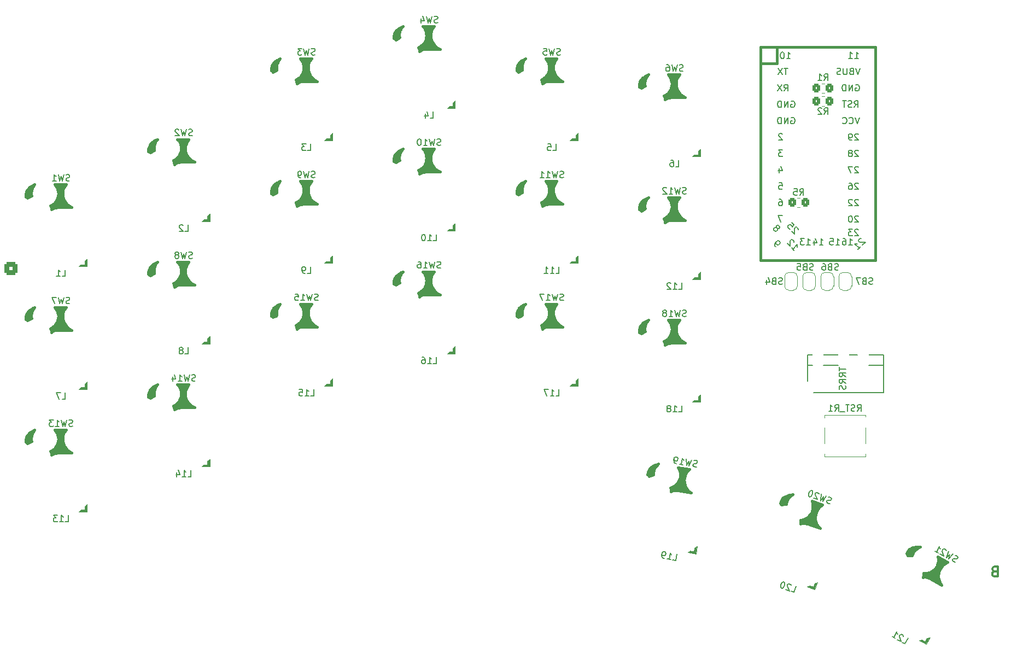
<source format=gbo>
G04 #@! TF.GenerationSoftware,KiCad,Pcbnew,8.0.1*
G04 #@! TF.CreationDate,2024-06-19T22:03:26+02:00*
G04 #@! TF.ProjectId,cornia,636f726e-6961-42e6-9b69-6361645f7063,rev?*
G04 #@! TF.SameCoordinates,Original*
G04 #@! TF.FileFunction,Legend,Bot*
G04 #@! TF.FilePolarity,Positive*
%FSLAX46Y46*%
G04 Gerber Fmt 4.6, Leading zero omitted, Abs format (unit mm)*
G04 Created by KiCad (PCBNEW 8.0.1) date 2024-06-19 22:03:26*
%MOMM*%
%LPD*%
G01*
G04 APERTURE LIST*
G04 Aperture macros list*
%AMRoundRect*
0 Rectangle with rounded corners*
0 $1 Rounding radius*
0 $2 $3 $4 $5 $6 $7 $8 $9 X,Y pos of 4 corners*
0 Add a 4 corners polygon primitive as box body*
4,1,4,$2,$3,$4,$5,$6,$7,$8,$9,$2,$3,0*
0 Add four circle primitives for the rounded corners*
1,1,$1+$1,$2,$3*
1,1,$1+$1,$4,$5*
1,1,$1+$1,$6,$7*
1,1,$1+$1,$8,$9*
0 Add four rect primitives between the rounded corners*
20,1,$1+$1,$2,$3,$4,$5,0*
20,1,$1+$1,$4,$5,$6,$7,0*
20,1,$1+$1,$6,$7,$8,$9,0*
20,1,$1+$1,$8,$9,$2,$3,0*%
%AMRotRect*
0 Rectangle, with rotation*
0 The origin of the aperture is its center*
0 $1 length*
0 $2 width*
0 $3 Rotation angle, in degrees counterclockwise*
0 Add horizontal line*
21,1,$1,$2,0,0,$3*%
%AMOutline5P*
0 Free polygon, 5 corners , with rotation*
0 The origin of the aperture is its center*
0 number of corners: always 5*
0 $1 to $10 corner X, Y*
0 $11 Rotation angle, in degrees counterclockwise*
0 create outline with 5 corners*
4,1,5,$1,$2,$3,$4,$5,$6,$7,$8,$9,$10,$1,$2,$11*%
%AMOutline6P*
0 Free polygon, 6 corners , with rotation*
0 The origin of the aperture is its center*
0 number of corners: always 6*
0 $1 to $12 corner X, Y*
0 $13 Rotation angle, in degrees counterclockwise*
0 create outline with 6 corners*
4,1,6,$1,$2,$3,$4,$5,$6,$7,$8,$9,$10,$11,$12,$1,$2,$13*%
%AMOutline7P*
0 Free polygon, 7 corners , with rotation*
0 The origin of the aperture is its center*
0 number of corners: always 7*
0 $1 to $14 corner X, Y*
0 $15 Rotation angle, in degrees counterclockwise*
0 create outline with 7 corners*
4,1,7,$1,$2,$3,$4,$5,$6,$7,$8,$9,$10,$11,$12,$13,$14,$1,$2,$15*%
%AMOutline8P*
0 Free polygon, 8 corners , with rotation*
0 The origin of the aperture is its center*
0 number of corners: always 8*
0 $1 to $16 corner X, Y*
0 $17 Rotation angle, in degrees counterclockwise*
0 create outline with 8 corners*
4,1,8,$1,$2,$3,$4,$5,$6,$7,$8,$9,$10,$11,$12,$13,$14,$15,$16,$1,$2,$17*%
%AMFreePoly0*
4,1,19,0.500000,-0.750000,0.000000,-0.750000,0.000000,-0.744911,-0.071157,-0.744911,-0.207708,-0.704816,-0.327430,-0.627875,-0.420627,-0.520320,-0.479746,-0.390866,-0.500000,-0.250000,-0.500000,0.250000,-0.479746,0.390866,-0.420627,0.520320,-0.327430,0.627875,-0.207708,0.704816,-0.071157,0.744911,0.000000,0.744911,0.000000,0.750000,0.500000,0.750000,0.500000,-0.750000,0.500000,-0.750000,
$1*%
%AMFreePoly1*
4,1,19,0.000000,0.744911,0.071157,0.744911,0.207708,0.704816,0.327430,0.627875,0.420627,0.520320,0.479746,0.390866,0.500000,0.250000,0.500000,-0.250000,0.479746,-0.390866,0.420627,-0.520320,0.327430,-0.627875,0.207708,-0.704816,0.071157,-0.744911,0.000000,-0.744911,0.000000,-0.750000,-0.500000,-0.750000,-0.500000,0.750000,0.000000,0.750000,0.000000,0.744911,0.000000,0.744911,
$1*%
G04 Aperture macros list end*
%ADD10C,0.300000*%
%ADD11C,0.160000*%
%ADD12C,0.400000*%
%ADD13C,0.050000*%
%ADD14C,0.150000*%
%ADD15C,0.381000*%
%ADD16C,0.120000*%
%ADD17C,1.900000*%
%ADD18C,3.000000*%
%ADD19C,4.100000*%
%ADD20Outline5P,-1.275000X1.250000X0.825000X1.250000X1.275000X0.800000X1.275000X-1.250000X-1.275000X-1.250000X180.000000*%
%ADD21R,2.550000X2.500000*%
%ADD22R,1.540000X0.825000*%
%ADD23R,1.540000X0.822500*%
%ADD24RotRect,1.540000X0.825000X330.970000*%
%ADD25RotRect,1.540000X0.822500X330.970000*%
%ADD26Outline5P,-1.275000X1.250000X0.825000X1.250000X1.275000X0.800000X1.275000X-1.250000X-1.275000X-1.250000X150.970000*%
%ADD27RotRect,2.550000X2.500000X150.970000*%
%ADD28RoundRect,0.400000X-0.650000X-0.650000X0.650000X-0.650000X0.650000X0.650000X-0.650000X0.650000X0*%
%ADD29RotRect,1.540000X0.825000X350.170000*%
%ADD30RotRect,1.540000X0.822500X350.170000*%
%ADD31Outline5P,-1.275000X1.250000X0.825000X1.250000X1.275000X0.800000X1.275000X-1.250000X-1.275000X-1.250000X160.570000*%
%ADD32RotRect,2.550000X2.500000X160.570000*%
%ADD33C,1.400000*%
%ADD34C,1.200000*%
%ADD35O,2.500000X1.700000*%
%ADD36RotRect,1.540000X0.825000X340.570000*%
%ADD37RotRect,1.540000X0.822500X340.570000*%
%ADD38Outline5P,-1.275000X1.250000X0.825000X1.250000X1.275000X0.800000X1.275000X-1.250000X-1.275000X-1.250000X170.171000*%
%ADD39RotRect,2.550000X2.500000X170.171000*%
%ADD40R,1.752600X1.752600*%
%ADD41C,1.752600*%
%ADD42FreePoly0,270.000000*%
%ADD43FreePoly1,270.000000*%
%ADD44RoundRect,0.250000X0.350000X0.450000X-0.350000X0.450000X-0.350000X-0.450000X0.350000X-0.450000X0*%
%ADD45R,2.800000X1.000000*%
G04 APERTURE END LIST*
D10*
X174714089Y-108103864D02*
X174499803Y-108175292D01*
X174499803Y-108175292D02*
X174428374Y-108246721D01*
X174428374Y-108246721D02*
X174356946Y-108389578D01*
X174356946Y-108389578D02*
X174356946Y-108603864D01*
X174356946Y-108603864D02*
X174428374Y-108746721D01*
X174428374Y-108746721D02*
X174499803Y-108818150D01*
X174499803Y-108818150D02*
X174642660Y-108889578D01*
X174642660Y-108889578D02*
X175214089Y-108889578D01*
X175214089Y-108889578D02*
X175214089Y-107389578D01*
X175214089Y-107389578D02*
X174714089Y-107389578D01*
X174714089Y-107389578D02*
X174571232Y-107461007D01*
X174571232Y-107461007D02*
X174499803Y-107532435D01*
X174499803Y-107532435D02*
X174428374Y-107675292D01*
X174428374Y-107675292D02*
X174428374Y-107818150D01*
X174428374Y-107818150D02*
X174499803Y-107961007D01*
X174499803Y-107961007D02*
X174571232Y-108032435D01*
X174571232Y-108032435D02*
X174714089Y-108103864D01*
X174714089Y-108103864D02*
X175214089Y-108103864D01*
D11*
X31978123Y-85610430D02*
X31835266Y-85658049D01*
X31835266Y-85658049D02*
X31597171Y-85658049D01*
X31597171Y-85658049D02*
X31501933Y-85610430D01*
X31501933Y-85610430D02*
X31454314Y-85562810D01*
X31454314Y-85562810D02*
X31406695Y-85467572D01*
X31406695Y-85467572D02*
X31406695Y-85372334D01*
X31406695Y-85372334D02*
X31454314Y-85277096D01*
X31454314Y-85277096D02*
X31501933Y-85229477D01*
X31501933Y-85229477D02*
X31597171Y-85181858D01*
X31597171Y-85181858D02*
X31787647Y-85134239D01*
X31787647Y-85134239D02*
X31882885Y-85086620D01*
X31882885Y-85086620D02*
X31930504Y-85039001D01*
X31930504Y-85039001D02*
X31978123Y-84943763D01*
X31978123Y-84943763D02*
X31978123Y-84848525D01*
X31978123Y-84848525D02*
X31930504Y-84753287D01*
X31930504Y-84753287D02*
X31882885Y-84705668D01*
X31882885Y-84705668D02*
X31787647Y-84658049D01*
X31787647Y-84658049D02*
X31549552Y-84658049D01*
X31549552Y-84658049D02*
X31406695Y-84705668D01*
X31073361Y-84658049D02*
X30835266Y-85658049D01*
X30835266Y-85658049D02*
X30644790Y-84943763D01*
X30644790Y-84943763D02*
X30454314Y-85658049D01*
X30454314Y-85658049D02*
X30216219Y-84658049D01*
X29311457Y-85658049D02*
X29882885Y-85658049D01*
X29597171Y-85658049D02*
X29597171Y-84658049D01*
X29597171Y-84658049D02*
X29692409Y-84800906D01*
X29692409Y-84800906D02*
X29787647Y-84896144D01*
X29787647Y-84896144D02*
X29882885Y-84943763D01*
X28978123Y-84658049D02*
X28359076Y-84658049D01*
X28359076Y-84658049D02*
X28692409Y-85039001D01*
X28692409Y-85039001D02*
X28549552Y-85039001D01*
X28549552Y-85039001D02*
X28454314Y-85086620D01*
X28454314Y-85086620D02*
X28406695Y-85134239D01*
X28406695Y-85134239D02*
X28359076Y-85229477D01*
X28359076Y-85229477D02*
X28359076Y-85467572D01*
X28359076Y-85467572D02*
X28406695Y-85562810D01*
X28406695Y-85562810D02*
X28454314Y-85610430D01*
X28454314Y-85610430D02*
X28549552Y-85658049D01*
X28549552Y-85658049D02*
X28835266Y-85658049D01*
X28835266Y-85658049D02*
X28930504Y-85610430D01*
X28930504Y-85610430D02*
X28978123Y-85562810D01*
X126978123Y-68610430D02*
X126835266Y-68658049D01*
X126835266Y-68658049D02*
X126597171Y-68658049D01*
X126597171Y-68658049D02*
X126501933Y-68610430D01*
X126501933Y-68610430D02*
X126454314Y-68562810D01*
X126454314Y-68562810D02*
X126406695Y-68467572D01*
X126406695Y-68467572D02*
X126406695Y-68372334D01*
X126406695Y-68372334D02*
X126454314Y-68277096D01*
X126454314Y-68277096D02*
X126501933Y-68229477D01*
X126501933Y-68229477D02*
X126597171Y-68181858D01*
X126597171Y-68181858D02*
X126787647Y-68134239D01*
X126787647Y-68134239D02*
X126882885Y-68086620D01*
X126882885Y-68086620D02*
X126930504Y-68039001D01*
X126930504Y-68039001D02*
X126978123Y-67943763D01*
X126978123Y-67943763D02*
X126978123Y-67848525D01*
X126978123Y-67848525D02*
X126930504Y-67753287D01*
X126930504Y-67753287D02*
X126882885Y-67705668D01*
X126882885Y-67705668D02*
X126787647Y-67658049D01*
X126787647Y-67658049D02*
X126549552Y-67658049D01*
X126549552Y-67658049D02*
X126406695Y-67705668D01*
X126073361Y-67658049D02*
X125835266Y-68658049D01*
X125835266Y-68658049D02*
X125644790Y-67943763D01*
X125644790Y-67943763D02*
X125454314Y-68658049D01*
X125454314Y-68658049D02*
X125216219Y-67658049D01*
X124311457Y-68658049D02*
X124882885Y-68658049D01*
X124597171Y-68658049D02*
X124597171Y-67658049D01*
X124597171Y-67658049D02*
X124692409Y-67800906D01*
X124692409Y-67800906D02*
X124787647Y-67896144D01*
X124787647Y-67896144D02*
X124882885Y-67943763D01*
X123740028Y-68086620D02*
X123835266Y-68039001D01*
X123835266Y-68039001D02*
X123882885Y-67991382D01*
X123882885Y-67991382D02*
X123930504Y-67896144D01*
X123930504Y-67896144D02*
X123930504Y-67848525D01*
X123930504Y-67848525D02*
X123882885Y-67753287D01*
X123882885Y-67753287D02*
X123835266Y-67705668D01*
X123835266Y-67705668D02*
X123740028Y-67658049D01*
X123740028Y-67658049D02*
X123549552Y-67658049D01*
X123549552Y-67658049D02*
X123454314Y-67705668D01*
X123454314Y-67705668D02*
X123406695Y-67753287D01*
X123406695Y-67753287D02*
X123359076Y-67848525D01*
X123359076Y-67848525D02*
X123359076Y-67896144D01*
X123359076Y-67896144D02*
X123406695Y-67991382D01*
X123406695Y-67991382D02*
X123454314Y-68039001D01*
X123454314Y-68039001D02*
X123549552Y-68086620D01*
X123549552Y-68086620D02*
X123740028Y-68086620D01*
X123740028Y-68086620D02*
X123835266Y-68134239D01*
X123835266Y-68134239D02*
X123882885Y-68181858D01*
X123882885Y-68181858D02*
X123930504Y-68277096D01*
X123930504Y-68277096D02*
X123930504Y-68467572D01*
X123930504Y-68467572D02*
X123882885Y-68562810D01*
X123882885Y-68562810D02*
X123835266Y-68610430D01*
X123835266Y-68610430D02*
X123740028Y-68658049D01*
X123740028Y-68658049D02*
X123549552Y-68658049D01*
X123549552Y-68658049D02*
X123454314Y-68610430D01*
X123454314Y-68610430D02*
X123406695Y-68562810D01*
X123406695Y-68562810D02*
X123359076Y-68467572D01*
X123359076Y-68467572D02*
X123359076Y-68277096D01*
X123359076Y-68277096D02*
X123406695Y-68181858D01*
X123406695Y-68181858D02*
X123454314Y-68134239D01*
X123454314Y-68134239D02*
X123549552Y-68086620D01*
X30335266Y-81433049D02*
X30811456Y-81433049D01*
X30811456Y-81433049D02*
X30811456Y-80433049D01*
X30097170Y-80433049D02*
X29430504Y-80433049D01*
X29430504Y-80433049D02*
X29859075Y-81433049D01*
X31501932Y-66610430D02*
X31359075Y-66658049D01*
X31359075Y-66658049D02*
X31120980Y-66658049D01*
X31120980Y-66658049D02*
X31025742Y-66610430D01*
X31025742Y-66610430D02*
X30978123Y-66562810D01*
X30978123Y-66562810D02*
X30930504Y-66467572D01*
X30930504Y-66467572D02*
X30930504Y-66372334D01*
X30930504Y-66372334D02*
X30978123Y-66277096D01*
X30978123Y-66277096D02*
X31025742Y-66229477D01*
X31025742Y-66229477D02*
X31120980Y-66181858D01*
X31120980Y-66181858D02*
X31311456Y-66134239D01*
X31311456Y-66134239D02*
X31406694Y-66086620D01*
X31406694Y-66086620D02*
X31454313Y-66039001D01*
X31454313Y-66039001D02*
X31501932Y-65943763D01*
X31501932Y-65943763D02*
X31501932Y-65848525D01*
X31501932Y-65848525D02*
X31454313Y-65753287D01*
X31454313Y-65753287D02*
X31406694Y-65705668D01*
X31406694Y-65705668D02*
X31311456Y-65658049D01*
X31311456Y-65658049D02*
X31073361Y-65658049D01*
X31073361Y-65658049D02*
X30930504Y-65705668D01*
X30597170Y-65658049D02*
X30359075Y-66658049D01*
X30359075Y-66658049D02*
X30168599Y-65943763D01*
X30168599Y-65943763D02*
X29978123Y-66658049D01*
X29978123Y-66658049D02*
X29740028Y-65658049D01*
X29454313Y-65658049D02*
X28787647Y-65658049D01*
X28787647Y-65658049D02*
X29216218Y-66658049D01*
X160442635Y-119082057D02*
X160858999Y-119313137D01*
X160858999Y-119313137D02*
X161344267Y-118438771D01*
X160631867Y-118152316D02*
X160613339Y-118087572D01*
X160613339Y-118087572D02*
X160553174Y-117999719D01*
X160553174Y-117999719D02*
X160344992Y-117884179D01*
X160344992Y-117884179D02*
X160238611Y-117879600D01*
X160238611Y-117879600D02*
X160173866Y-117898128D01*
X160173866Y-117898128D02*
X160086014Y-117958293D01*
X160086014Y-117958293D02*
X160039798Y-118041566D01*
X160039798Y-118041566D02*
X160012110Y-118189584D01*
X160012110Y-118189584D02*
X160234452Y-118966517D01*
X160234452Y-118966517D02*
X159693178Y-118666113D01*
X158860449Y-118203954D02*
X159360087Y-118481249D01*
X159110268Y-118342601D02*
X159595535Y-117468236D01*
X159595535Y-117468236D02*
X159609484Y-117639361D01*
X159609484Y-117639361D02*
X159646541Y-117768850D01*
X159646541Y-117768850D02*
X159706706Y-117856702D01*
X49335266Y-55433049D02*
X49811456Y-55433049D01*
X49811456Y-55433049D02*
X49811456Y-54433049D01*
X49049551Y-54528287D02*
X49001932Y-54480668D01*
X49001932Y-54480668D02*
X48906694Y-54433049D01*
X48906694Y-54433049D02*
X48668599Y-54433049D01*
X48668599Y-54433049D02*
X48573361Y-54480668D01*
X48573361Y-54480668D02*
X48525742Y-54528287D01*
X48525742Y-54528287D02*
X48478123Y-54623525D01*
X48478123Y-54623525D02*
X48478123Y-54718763D01*
X48478123Y-54718763D02*
X48525742Y-54861620D01*
X48525742Y-54861620D02*
X49097170Y-55433049D01*
X49097170Y-55433049D02*
X48478123Y-55433049D01*
X168655664Y-106687812D02*
X168507647Y-106660124D01*
X168507647Y-106660124D02*
X168299464Y-106544584D01*
X168299464Y-106544584D02*
X168239299Y-106456732D01*
X168239299Y-106456732D02*
X168220771Y-106391987D01*
X168220771Y-106391987D02*
X168225350Y-106285607D01*
X168225350Y-106285607D02*
X168271566Y-106202334D01*
X168271566Y-106202334D02*
X168359419Y-106142169D01*
X168359419Y-106142169D02*
X168424163Y-106123640D01*
X168424163Y-106123640D02*
X168530544Y-106128220D01*
X168530544Y-106128220D02*
X168720198Y-106179015D01*
X168720198Y-106179015D02*
X168826579Y-106183595D01*
X168826579Y-106183595D02*
X168891323Y-106165066D01*
X168891323Y-106165066D02*
X168979176Y-106104901D01*
X168979176Y-106104901D02*
X169025392Y-106021628D01*
X169025392Y-106021628D02*
X169029971Y-105915247D01*
X169029971Y-105915247D02*
X169011443Y-105850503D01*
X169011443Y-105850503D02*
X168951278Y-105762651D01*
X168951278Y-105762651D02*
X168743095Y-105647111D01*
X168743095Y-105647111D02*
X168595078Y-105619423D01*
X168326731Y-105416031D02*
X167633281Y-106174857D01*
X167633281Y-106174857D02*
X167813355Y-105457878D01*
X167813355Y-105457878D02*
X167300189Y-105989993D01*
X167300189Y-105989993D02*
X167577274Y-105000087D01*
X167239603Y-104921604D02*
X167221075Y-104856860D01*
X167221075Y-104856860D02*
X167160910Y-104769008D01*
X167160910Y-104769008D02*
X166952728Y-104653468D01*
X166952728Y-104653468D02*
X166846347Y-104648888D01*
X166846347Y-104648888D02*
X166781602Y-104667417D01*
X166781602Y-104667417D02*
X166693750Y-104727582D01*
X166693750Y-104727582D02*
X166647534Y-104810855D01*
X166647534Y-104810855D02*
X166619846Y-104958872D01*
X166619846Y-104958872D02*
X166842188Y-105735805D01*
X166842188Y-105735805D02*
X166300914Y-105435402D01*
X165468185Y-104973242D02*
X165967822Y-105250538D01*
X165718004Y-105111890D02*
X166203271Y-104237524D01*
X166203271Y-104237524D02*
X166217220Y-104408649D01*
X166217220Y-104408649D02*
X166254277Y-104538138D01*
X166254277Y-104538138D02*
X166314442Y-104625991D01*
X106811457Y-80933049D02*
X107287647Y-80933049D01*
X107287647Y-80933049D02*
X107287647Y-79933049D01*
X105954314Y-80933049D02*
X106525742Y-80933049D01*
X106240028Y-80933049D02*
X106240028Y-79933049D01*
X106240028Y-79933049D02*
X106335266Y-80075906D01*
X106335266Y-80075906D02*
X106430504Y-80171144D01*
X106430504Y-80171144D02*
X106525742Y-80218763D01*
X105620980Y-79933049D02*
X104954314Y-79933049D01*
X104954314Y-79933049D02*
X105382885Y-80933049D01*
X87811457Y-75933049D02*
X88287647Y-75933049D01*
X88287647Y-75933049D02*
X88287647Y-74933049D01*
X86954314Y-75933049D02*
X87525742Y-75933049D01*
X87240028Y-75933049D02*
X87240028Y-74933049D01*
X87240028Y-74933049D02*
X87335266Y-75075906D01*
X87335266Y-75075906D02*
X87430504Y-75171144D01*
X87430504Y-75171144D02*
X87525742Y-75218763D01*
X86097171Y-74933049D02*
X86287647Y-74933049D01*
X86287647Y-74933049D02*
X86382885Y-74980668D01*
X86382885Y-74980668D02*
X86430504Y-75028287D01*
X86430504Y-75028287D02*
X86525742Y-75171144D01*
X86525742Y-75171144D02*
X86573361Y-75361620D01*
X86573361Y-75361620D02*
X86573361Y-75742572D01*
X86573361Y-75742572D02*
X86525742Y-75837810D01*
X86525742Y-75837810D02*
X86478123Y-75885430D01*
X86478123Y-75885430D02*
X86382885Y-75933049D01*
X86382885Y-75933049D02*
X86192409Y-75933049D01*
X86192409Y-75933049D02*
X86097171Y-75885430D01*
X86097171Y-75885430D02*
X86049552Y-75837810D01*
X86049552Y-75837810D02*
X86001933Y-75742572D01*
X86001933Y-75742572D02*
X86001933Y-75504477D01*
X86001933Y-75504477D02*
X86049552Y-75409239D01*
X86049552Y-75409239D02*
X86097171Y-75361620D01*
X86097171Y-75361620D02*
X86192409Y-75314001D01*
X86192409Y-75314001D02*
X86382885Y-75314001D01*
X86382885Y-75314001D02*
X86478123Y-75361620D01*
X86478123Y-75361620D02*
X86525742Y-75409239D01*
X86525742Y-75409239D02*
X86573361Y-75504477D01*
X125335266Y-45433049D02*
X125811456Y-45433049D01*
X125811456Y-45433049D02*
X125811456Y-44433049D01*
X124573361Y-44433049D02*
X124763837Y-44433049D01*
X124763837Y-44433049D02*
X124859075Y-44480668D01*
X124859075Y-44480668D02*
X124906694Y-44528287D01*
X124906694Y-44528287D02*
X125001932Y-44671144D01*
X125001932Y-44671144D02*
X125049551Y-44861620D01*
X125049551Y-44861620D02*
X125049551Y-45242572D01*
X125049551Y-45242572D02*
X125001932Y-45337810D01*
X125001932Y-45337810D02*
X124954313Y-45385430D01*
X124954313Y-45385430D02*
X124859075Y-45433049D01*
X124859075Y-45433049D02*
X124668599Y-45433049D01*
X124668599Y-45433049D02*
X124573361Y-45385430D01*
X124573361Y-45385430D02*
X124525742Y-45337810D01*
X124525742Y-45337810D02*
X124478123Y-45242572D01*
X124478123Y-45242572D02*
X124478123Y-45004477D01*
X124478123Y-45004477D02*
X124525742Y-44909239D01*
X124525742Y-44909239D02*
X124573361Y-44861620D01*
X124573361Y-44861620D02*
X124668599Y-44814001D01*
X124668599Y-44814001D02*
X124859075Y-44814001D01*
X124859075Y-44814001D02*
X124954313Y-44861620D01*
X124954313Y-44861620D02*
X125001932Y-44909239D01*
X125001932Y-44909239D02*
X125049551Y-45004477D01*
X124889870Y-106319105D02*
X125359069Y-106400402D01*
X125359069Y-106400402D02*
X125529795Y-105415084D01*
X124045311Y-106172768D02*
X124608350Y-106270326D01*
X124326830Y-106221547D02*
X124497556Y-105236228D01*
X124497556Y-105236228D02*
X124567006Y-105393248D01*
X124567006Y-105393248D02*
X124644587Y-105503347D01*
X124644587Y-105503347D02*
X124730297Y-105566527D01*
X123576111Y-106091471D02*
X123388432Y-106058951D01*
X123388432Y-106058951D02*
X123302721Y-105995772D01*
X123302721Y-105995772D02*
X123263931Y-105940722D01*
X123263931Y-105940722D02*
X123194481Y-105783703D01*
X123194481Y-105783703D02*
X123180080Y-105587893D01*
X123180080Y-105587893D02*
X123245118Y-105212534D01*
X123245118Y-105212534D02*
X123308298Y-105126824D01*
X123308298Y-105126824D02*
X123363347Y-105088034D01*
X123363347Y-105088034D02*
X123465317Y-105057373D01*
X123465317Y-105057373D02*
X123652997Y-105089892D01*
X123652997Y-105089892D02*
X123738707Y-105153072D01*
X123738707Y-105153072D02*
X123777497Y-105208122D01*
X123777497Y-105208122D02*
X123808157Y-105310091D01*
X123808157Y-105310091D02*
X123767509Y-105544691D01*
X123767509Y-105544691D02*
X123704329Y-105630401D01*
X123704329Y-105630401D02*
X123649279Y-105669191D01*
X123649279Y-105669191D02*
X123547310Y-105699852D01*
X123547310Y-105699852D02*
X123359630Y-105667332D01*
X123359630Y-105667332D02*
X123273920Y-105604153D01*
X123273920Y-105604153D02*
X123235130Y-105549103D01*
X123235130Y-105549103D02*
X123204469Y-105447134D01*
X88501932Y-23110430D02*
X88359075Y-23158049D01*
X88359075Y-23158049D02*
X88120980Y-23158049D01*
X88120980Y-23158049D02*
X88025742Y-23110430D01*
X88025742Y-23110430D02*
X87978123Y-23062810D01*
X87978123Y-23062810D02*
X87930504Y-22967572D01*
X87930504Y-22967572D02*
X87930504Y-22872334D01*
X87930504Y-22872334D02*
X87978123Y-22777096D01*
X87978123Y-22777096D02*
X88025742Y-22729477D01*
X88025742Y-22729477D02*
X88120980Y-22681858D01*
X88120980Y-22681858D02*
X88311456Y-22634239D01*
X88311456Y-22634239D02*
X88406694Y-22586620D01*
X88406694Y-22586620D02*
X88454313Y-22539001D01*
X88454313Y-22539001D02*
X88501932Y-22443763D01*
X88501932Y-22443763D02*
X88501932Y-22348525D01*
X88501932Y-22348525D02*
X88454313Y-22253287D01*
X88454313Y-22253287D02*
X88406694Y-22205668D01*
X88406694Y-22205668D02*
X88311456Y-22158049D01*
X88311456Y-22158049D02*
X88073361Y-22158049D01*
X88073361Y-22158049D02*
X87930504Y-22205668D01*
X87597170Y-22158049D02*
X87359075Y-23158049D01*
X87359075Y-23158049D02*
X87168599Y-22443763D01*
X87168599Y-22443763D02*
X86978123Y-23158049D01*
X86978123Y-23158049D02*
X86740028Y-22158049D01*
X85930504Y-22491382D02*
X85930504Y-23158049D01*
X86168599Y-22110430D02*
X86406694Y-22824715D01*
X86406694Y-22824715D02*
X85787647Y-22824715D01*
X68335266Y-61933049D02*
X68811456Y-61933049D01*
X68811456Y-61933049D02*
X68811456Y-60933049D01*
X67954313Y-61933049D02*
X67763837Y-61933049D01*
X67763837Y-61933049D02*
X67668599Y-61885430D01*
X67668599Y-61885430D02*
X67620980Y-61837810D01*
X67620980Y-61837810D02*
X67525742Y-61694953D01*
X67525742Y-61694953D02*
X67478123Y-61504477D01*
X67478123Y-61504477D02*
X67478123Y-61123525D01*
X67478123Y-61123525D02*
X67525742Y-61028287D01*
X67525742Y-61028287D02*
X67573361Y-60980668D01*
X67573361Y-60980668D02*
X67668599Y-60933049D01*
X67668599Y-60933049D02*
X67859075Y-60933049D01*
X67859075Y-60933049D02*
X67954313Y-60980668D01*
X67954313Y-60980668D02*
X68001932Y-61028287D01*
X68001932Y-61028287D02*
X68049551Y-61123525D01*
X68049551Y-61123525D02*
X68049551Y-61361620D01*
X68049551Y-61361620D02*
X68001932Y-61456858D01*
X68001932Y-61456858D02*
X67954313Y-61504477D01*
X67954313Y-61504477D02*
X67859075Y-61552096D01*
X67859075Y-61552096D02*
X67668599Y-61552096D01*
X67668599Y-61552096D02*
X67573361Y-61504477D01*
X67573361Y-61504477D02*
X67525742Y-61456858D01*
X67525742Y-61456858D02*
X67478123Y-61361620D01*
X149229706Y-97615497D02*
X149079145Y-97612882D01*
X149079145Y-97612882D02*
X148854609Y-97533679D01*
X148854609Y-97533679D02*
X148780636Y-97457090D01*
X148780636Y-97457090D02*
X148751569Y-97396342D01*
X148751569Y-97396342D02*
X148738344Y-97290687D01*
X148738344Y-97290687D02*
X148770025Y-97200873D01*
X148770025Y-97200873D02*
X148846614Y-97126900D01*
X148846614Y-97126900D02*
X148907361Y-97097833D01*
X148907361Y-97097833D02*
X149013016Y-97084608D01*
X149013016Y-97084608D02*
X149208485Y-97103064D01*
X149208485Y-97103064D02*
X149314140Y-97089838D01*
X149314140Y-97089838D02*
X149374888Y-97060772D01*
X149374888Y-97060772D02*
X149451476Y-96986798D01*
X149451476Y-96986798D02*
X149483158Y-96896984D01*
X149483158Y-96896984D02*
X149469932Y-96791329D01*
X149469932Y-96791329D02*
X149440866Y-96730581D01*
X149440866Y-96730581D02*
X149366892Y-96653993D01*
X149366892Y-96653993D02*
X149142357Y-96574789D01*
X149142357Y-96574789D02*
X148991795Y-96572174D01*
X148693286Y-96416382D02*
X148136096Y-97280227D01*
X148136096Y-97280227D02*
X148194078Y-96543258D01*
X148194078Y-96543258D02*
X147776839Y-97153501D01*
X147776839Y-97153501D02*
X147884959Y-96131249D01*
X147538928Y-96110178D02*
X147509862Y-96049431D01*
X147509862Y-96049431D02*
X147435888Y-95972842D01*
X147435888Y-95972842D02*
X147211353Y-95893639D01*
X147211353Y-95893639D02*
X147105698Y-95906864D01*
X147105698Y-95906864D02*
X147044950Y-95935931D01*
X147044950Y-95935931D02*
X146968362Y-96009904D01*
X146968362Y-96009904D02*
X146936680Y-96099718D01*
X146936680Y-96099718D02*
X146934065Y-96250280D01*
X146934065Y-96250280D02*
X147282862Y-96979254D01*
X147282862Y-96979254D02*
X146699070Y-96773324D01*
X146447932Y-95624346D02*
X146358118Y-95592665D01*
X146358118Y-95592665D02*
X146252463Y-95605891D01*
X146252463Y-95605891D02*
X146191716Y-95634957D01*
X146191716Y-95634957D02*
X146115127Y-95708931D01*
X146115127Y-95708931D02*
X146006857Y-95872718D01*
X146006857Y-95872718D02*
X145927654Y-96097253D01*
X145927654Y-96097253D02*
X145909198Y-96292723D01*
X145909198Y-96292723D02*
X145922424Y-96398377D01*
X145922424Y-96398377D02*
X145951490Y-96459125D01*
X145951490Y-96459125D02*
X146025463Y-96535714D01*
X146025463Y-96535714D02*
X146115277Y-96567395D01*
X146115277Y-96567395D02*
X146220932Y-96554169D01*
X146220932Y-96554169D02*
X146281680Y-96525103D01*
X146281680Y-96525103D02*
X146358269Y-96451130D01*
X146358269Y-96451130D02*
X146466539Y-96287342D01*
X146466539Y-96287342D02*
X146545742Y-96062807D01*
X146545742Y-96062807D02*
X146564198Y-95867338D01*
X146564198Y-95867338D02*
X146550972Y-95761683D01*
X146550972Y-95761683D02*
X146521906Y-95700935D01*
X146521906Y-95700935D02*
X146447932Y-95624346D01*
X69501932Y-28110430D02*
X69359075Y-28158049D01*
X69359075Y-28158049D02*
X69120980Y-28158049D01*
X69120980Y-28158049D02*
X69025742Y-28110430D01*
X69025742Y-28110430D02*
X68978123Y-28062810D01*
X68978123Y-28062810D02*
X68930504Y-27967572D01*
X68930504Y-27967572D02*
X68930504Y-27872334D01*
X68930504Y-27872334D02*
X68978123Y-27777096D01*
X68978123Y-27777096D02*
X69025742Y-27729477D01*
X69025742Y-27729477D02*
X69120980Y-27681858D01*
X69120980Y-27681858D02*
X69311456Y-27634239D01*
X69311456Y-27634239D02*
X69406694Y-27586620D01*
X69406694Y-27586620D02*
X69454313Y-27539001D01*
X69454313Y-27539001D02*
X69501932Y-27443763D01*
X69501932Y-27443763D02*
X69501932Y-27348525D01*
X69501932Y-27348525D02*
X69454313Y-27253287D01*
X69454313Y-27253287D02*
X69406694Y-27205668D01*
X69406694Y-27205668D02*
X69311456Y-27158049D01*
X69311456Y-27158049D02*
X69073361Y-27158049D01*
X69073361Y-27158049D02*
X68930504Y-27205668D01*
X68597170Y-27158049D02*
X68359075Y-28158049D01*
X68359075Y-28158049D02*
X68168599Y-27443763D01*
X68168599Y-27443763D02*
X67978123Y-28158049D01*
X67978123Y-28158049D02*
X67740028Y-27158049D01*
X67454313Y-27158049D02*
X66835266Y-27158049D01*
X66835266Y-27158049D02*
X67168599Y-27539001D01*
X67168599Y-27539001D02*
X67025742Y-27539001D01*
X67025742Y-27539001D02*
X66930504Y-27586620D01*
X66930504Y-27586620D02*
X66882885Y-27634239D01*
X66882885Y-27634239D02*
X66835266Y-27729477D01*
X66835266Y-27729477D02*
X66835266Y-27967572D01*
X66835266Y-27967572D02*
X66882885Y-28062810D01*
X66882885Y-28062810D02*
X66930504Y-28110430D01*
X66930504Y-28110430D02*
X67025742Y-28158049D01*
X67025742Y-28158049D02*
X67311456Y-28158049D01*
X67311456Y-28158049D02*
X67406694Y-28110430D01*
X67406694Y-28110430D02*
X67454313Y-28062810D01*
X88978123Y-61110430D02*
X88835266Y-61158049D01*
X88835266Y-61158049D02*
X88597171Y-61158049D01*
X88597171Y-61158049D02*
X88501933Y-61110430D01*
X88501933Y-61110430D02*
X88454314Y-61062810D01*
X88454314Y-61062810D02*
X88406695Y-60967572D01*
X88406695Y-60967572D02*
X88406695Y-60872334D01*
X88406695Y-60872334D02*
X88454314Y-60777096D01*
X88454314Y-60777096D02*
X88501933Y-60729477D01*
X88501933Y-60729477D02*
X88597171Y-60681858D01*
X88597171Y-60681858D02*
X88787647Y-60634239D01*
X88787647Y-60634239D02*
X88882885Y-60586620D01*
X88882885Y-60586620D02*
X88930504Y-60539001D01*
X88930504Y-60539001D02*
X88978123Y-60443763D01*
X88978123Y-60443763D02*
X88978123Y-60348525D01*
X88978123Y-60348525D02*
X88930504Y-60253287D01*
X88930504Y-60253287D02*
X88882885Y-60205668D01*
X88882885Y-60205668D02*
X88787647Y-60158049D01*
X88787647Y-60158049D02*
X88549552Y-60158049D01*
X88549552Y-60158049D02*
X88406695Y-60205668D01*
X88073361Y-60158049D02*
X87835266Y-61158049D01*
X87835266Y-61158049D02*
X87644790Y-60443763D01*
X87644790Y-60443763D02*
X87454314Y-61158049D01*
X87454314Y-61158049D02*
X87216219Y-60158049D01*
X86311457Y-61158049D02*
X86882885Y-61158049D01*
X86597171Y-61158049D02*
X86597171Y-60158049D01*
X86597171Y-60158049D02*
X86692409Y-60300906D01*
X86692409Y-60300906D02*
X86787647Y-60396144D01*
X86787647Y-60396144D02*
X86882885Y-60443763D01*
X85454314Y-60158049D02*
X85644790Y-60158049D01*
X85644790Y-60158049D02*
X85740028Y-60205668D01*
X85740028Y-60205668D02*
X85787647Y-60253287D01*
X85787647Y-60253287D02*
X85882885Y-60396144D01*
X85882885Y-60396144D02*
X85930504Y-60586620D01*
X85930504Y-60586620D02*
X85930504Y-60967572D01*
X85930504Y-60967572D02*
X85882885Y-61062810D01*
X85882885Y-61062810D02*
X85835266Y-61110430D01*
X85835266Y-61110430D02*
X85740028Y-61158049D01*
X85740028Y-61158049D02*
X85549552Y-61158049D01*
X85549552Y-61158049D02*
X85454314Y-61110430D01*
X85454314Y-61110430D02*
X85406695Y-61062810D01*
X85406695Y-61062810D02*
X85359076Y-60967572D01*
X85359076Y-60967572D02*
X85359076Y-60729477D01*
X85359076Y-60729477D02*
X85406695Y-60634239D01*
X85406695Y-60634239D02*
X85454314Y-60586620D01*
X85454314Y-60586620D02*
X85549552Y-60539001D01*
X85549552Y-60539001D02*
X85740028Y-60539001D01*
X85740028Y-60539001D02*
X85835266Y-60586620D01*
X85835266Y-60586620D02*
X85882885Y-60634239D01*
X85882885Y-60634239D02*
X85930504Y-60729477D01*
X50978123Y-78610430D02*
X50835266Y-78658049D01*
X50835266Y-78658049D02*
X50597171Y-78658049D01*
X50597171Y-78658049D02*
X50501933Y-78610430D01*
X50501933Y-78610430D02*
X50454314Y-78562810D01*
X50454314Y-78562810D02*
X50406695Y-78467572D01*
X50406695Y-78467572D02*
X50406695Y-78372334D01*
X50406695Y-78372334D02*
X50454314Y-78277096D01*
X50454314Y-78277096D02*
X50501933Y-78229477D01*
X50501933Y-78229477D02*
X50597171Y-78181858D01*
X50597171Y-78181858D02*
X50787647Y-78134239D01*
X50787647Y-78134239D02*
X50882885Y-78086620D01*
X50882885Y-78086620D02*
X50930504Y-78039001D01*
X50930504Y-78039001D02*
X50978123Y-77943763D01*
X50978123Y-77943763D02*
X50978123Y-77848525D01*
X50978123Y-77848525D02*
X50930504Y-77753287D01*
X50930504Y-77753287D02*
X50882885Y-77705668D01*
X50882885Y-77705668D02*
X50787647Y-77658049D01*
X50787647Y-77658049D02*
X50549552Y-77658049D01*
X50549552Y-77658049D02*
X50406695Y-77705668D01*
X50073361Y-77658049D02*
X49835266Y-78658049D01*
X49835266Y-78658049D02*
X49644790Y-77943763D01*
X49644790Y-77943763D02*
X49454314Y-78658049D01*
X49454314Y-78658049D02*
X49216219Y-77658049D01*
X48311457Y-78658049D02*
X48882885Y-78658049D01*
X48597171Y-78658049D02*
X48597171Y-77658049D01*
X48597171Y-77658049D02*
X48692409Y-77800906D01*
X48692409Y-77800906D02*
X48787647Y-77896144D01*
X48787647Y-77896144D02*
X48882885Y-77943763D01*
X47454314Y-77991382D02*
X47454314Y-78658049D01*
X47692409Y-77610430D02*
X47930504Y-78324715D01*
X47930504Y-78324715D02*
X47311457Y-78324715D01*
X150672899Y-76476845D02*
X150672899Y-77048273D01*
X151672899Y-76762559D02*
X150672899Y-76762559D01*
X151672899Y-77953035D02*
X151196708Y-77619702D01*
X151672899Y-77381607D02*
X150672899Y-77381607D01*
X150672899Y-77381607D02*
X150672899Y-77762559D01*
X150672899Y-77762559D02*
X150720518Y-77857797D01*
X150720518Y-77857797D02*
X150768137Y-77905416D01*
X150768137Y-77905416D02*
X150863375Y-77953035D01*
X150863375Y-77953035D02*
X151006232Y-77953035D01*
X151006232Y-77953035D02*
X151101470Y-77905416D01*
X151101470Y-77905416D02*
X151149089Y-77857797D01*
X151149089Y-77857797D02*
X151196708Y-77762559D01*
X151196708Y-77762559D02*
X151196708Y-77381607D01*
X151672899Y-78953035D02*
X151196708Y-78619702D01*
X151672899Y-78381607D02*
X150672899Y-78381607D01*
X150672899Y-78381607D02*
X150672899Y-78762559D01*
X150672899Y-78762559D02*
X150720518Y-78857797D01*
X150720518Y-78857797D02*
X150768137Y-78905416D01*
X150768137Y-78905416D02*
X150863375Y-78953035D01*
X150863375Y-78953035D02*
X151006232Y-78953035D01*
X151006232Y-78953035D02*
X151101470Y-78905416D01*
X151101470Y-78905416D02*
X151149089Y-78857797D01*
X151149089Y-78857797D02*
X151196708Y-78762559D01*
X151196708Y-78762559D02*
X151196708Y-78381607D01*
X151625280Y-79333988D02*
X151672899Y-79476845D01*
X151672899Y-79476845D02*
X151672899Y-79714940D01*
X151672899Y-79714940D02*
X151625280Y-79810178D01*
X151625280Y-79810178D02*
X151577660Y-79857797D01*
X151577660Y-79857797D02*
X151482422Y-79905416D01*
X151482422Y-79905416D02*
X151387184Y-79905416D01*
X151387184Y-79905416D02*
X151291946Y-79857797D01*
X151291946Y-79857797D02*
X151244327Y-79810178D01*
X151244327Y-79810178D02*
X151196708Y-79714940D01*
X151196708Y-79714940D02*
X151149089Y-79524464D01*
X151149089Y-79524464D02*
X151101470Y-79429226D01*
X151101470Y-79429226D02*
X151053851Y-79381607D01*
X151053851Y-79381607D02*
X150958613Y-79333988D01*
X150958613Y-79333988D02*
X150863375Y-79333988D01*
X150863375Y-79333988D02*
X150768137Y-79381607D01*
X150768137Y-79381607D02*
X150720518Y-79429226D01*
X150720518Y-79429226D02*
X150672899Y-79524464D01*
X150672899Y-79524464D02*
X150672899Y-79762559D01*
X150672899Y-79762559D02*
X150720518Y-79905416D01*
X87811457Y-56933049D02*
X88287647Y-56933049D01*
X88287647Y-56933049D02*
X88287647Y-55933049D01*
X86954314Y-56933049D02*
X87525742Y-56933049D01*
X87240028Y-56933049D02*
X87240028Y-55933049D01*
X87240028Y-55933049D02*
X87335266Y-56075906D01*
X87335266Y-56075906D02*
X87430504Y-56171144D01*
X87430504Y-56171144D02*
X87525742Y-56218763D01*
X86335266Y-55933049D02*
X86240028Y-55933049D01*
X86240028Y-55933049D02*
X86144790Y-55980668D01*
X86144790Y-55980668D02*
X86097171Y-56028287D01*
X86097171Y-56028287D02*
X86049552Y-56123525D01*
X86049552Y-56123525D02*
X86001933Y-56314001D01*
X86001933Y-56314001D02*
X86001933Y-56552096D01*
X86001933Y-56552096D02*
X86049552Y-56742572D01*
X86049552Y-56742572D02*
X86097171Y-56837810D01*
X86097171Y-56837810D02*
X86144790Y-56885430D01*
X86144790Y-56885430D02*
X86240028Y-56933049D01*
X86240028Y-56933049D02*
X86335266Y-56933049D01*
X86335266Y-56933049D02*
X86430504Y-56885430D01*
X86430504Y-56885430D02*
X86478123Y-56837810D01*
X86478123Y-56837810D02*
X86525742Y-56742572D01*
X86525742Y-56742572D02*
X86573361Y-56552096D01*
X86573361Y-56552096D02*
X86573361Y-56314001D01*
X86573361Y-56314001D02*
X86525742Y-56123525D01*
X86525742Y-56123525D02*
X86478123Y-56028287D01*
X86478123Y-56028287D02*
X86430504Y-55980668D01*
X86430504Y-55980668D02*
X86335266Y-55933049D01*
X126501932Y-30610430D02*
X126359075Y-30658049D01*
X126359075Y-30658049D02*
X126120980Y-30658049D01*
X126120980Y-30658049D02*
X126025742Y-30610430D01*
X126025742Y-30610430D02*
X125978123Y-30562810D01*
X125978123Y-30562810D02*
X125930504Y-30467572D01*
X125930504Y-30467572D02*
X125930504Y-30372334D01*
X125930504Y-30372334D02*
X125978123Y-30277096D01*
X125978123Y-30277096D02*
X126025742Y-30229477D01*
X126025742Y-30229477D02*
X126120980Y-30181858D01*
X126120980Y-30181858D02*
X126311456Y-30134239D01*
X126311456Y-30134239D02*
X126406694Y-30086620D01*
X126406694Y-30086620D02*
X126454313Y-30039001D01*
X126454313Y-30039001D02*
X126501932Y-29943763D01*
X126501932Y-29943763D02*
X126501932Y-29848525D01*
X126501932Y-29848525D02*
X126454313Y-29753287D01*
X126454313Y-29753287D02*
X126406694Y-29705668D01*
X126406694Y-29705668D02*
X126311456Y-29658049D01*
X126311456Y-29658049D02*
X126073361Y-29658049D01*
X126073361Y-29658049D02*
X125930504Y-29705668D01*
X125597170Y-29658049D02*
X125359075Y-30658049D01*
X125359075Y-30658049D02*
X125168599Y-29943763D01*
X125168599Y-29943763D02*
X124978123Y-30658049D01*
X124978123Y-30658049D02*
X124740028Y-29658049D01*
X123930504Y-29658049D02*
X124120980Y-29658049D01*
X124120980Y-29658049D02*
X124216218Y-29705668D01*
X124216218Y-29705668D02*
X124263837Y-29753287D01*
X124263837Y-29753287D02*
X124359075Y-29896144D01*
X124359075Y-29896144D02*
X124406694Y-30086620D01*
X124406694Y-30086620D02*
X124406694Y-30467572D01*
X124406694Y-30467572D02*
X124359075Y-30562810D01*
X124359075Y-30562810D02*
X124311456Y-30610430D01*
X124311456Y-30610430D02*
X124216218Y-30658049D01*
X124216218Y-30658049D02*
X124025742Y-30658049D01*
X124025742Y-30658049D02*
X123930504Y-30610430D01*
X123930504Y-30610430D02*
X123882885Y-30562810D01*
X123882885Y-30562810D02*
X123835266Y-30467572D01*
X123835266Y-30467572D02*
X123835266Y-30229477D01*
X123835266Y-30229477D02*
X123882885Y-30134239D01*
X123882885Y-30134239D02*
X123930504Y-30086620D01*
X123930504Y-30086620D02*
X124025742Y-30039001D01*
X124025742Y-30039001D02*
X124216218Y-30039001D01*
X124216218Y-30039001D02*
X124311456Y-30086620D01*
X124311456Y-30086620D02*
X124359075Y-30134239D01*
X124359075Y-30134239D02*
X124406694Y-30229477D01*
X125811457Y-83433049D02*
X126287647Y-83433049D01*
X126287647Y-83433049D02*
X126287647Y-82433049D01*
X124954314Y-83433049D02*
X125525742Y-83433049D01*
X125240028Y-83433049D02*
X125240028Y-82433049D01*
X125240028Y-82433049D02*
X125335266Y-82575906D01*
X125335266Y-82575906D02*
X125430504Y-82671144D01*
X125430504Y-82671144D02*
X125525742Y-82718763D01*
X124382885Y-82861620D02*
X124478123Y-82814001D01*
X124478123Y-82814001D02*
X124525742Y-82766382D01*
X124525742Y-82766382D02*
X124573361Y-82671144D01*
X124573361Y-82671144D02*
X124573361Y-82623525D01*
X124573361Y-82623525D02*
X124525742Y-82528287D01*
X124525742Y-82528287D02*
X124478123Y-82480668D01*
X124478123Y-82480668D02*
X124382885Y-82433049D01*
X124382885Y-82433049D02*
X124192409Y-82433049D01*
X124192409Y-82433049D02*
X124097171Y-82480668D01*
X124097171Y-82480668D02*
X124049552Y-82528287D01*
X124049552Y-82528287D02*
X124001933Y-82623525D01*
X124001933Y-82623525D02*
X124001933Y-82671144D01*
X124001933Y-82671144D02*
X124049552Y-82766382D01*
X124049552Y-82766382D02*
X124097171Y-82814001D01*
X124097171Y-82814001D02*
X124192409Y-82861620D01*
X124192409Y-82861620D02*
X124382885Y-82861620D01*
X124382885Y-82861620D02*
X124478123Y-82909239D01*
X124478123Y-82909239D02*
X124525742Y-82956858D01*
X124525742Y-82956858D02*
X124573361Y-83052096D01*
X124573361Y-83052096D02*
X124573361Y-83242572D01*
X124573361Y-83242572D02*
X124525742Y-83337810D01*
X124525742Y-83337810D02*
X124478123Y-83385430D01*
X124478123Y-83385430D02*
X124382885Y-83433049D01*
X124382885Y-83433049D02*
X124192409Y-83433049D01*
X124192409Y-83433049D02*
X124097171Y-83385430D01*
X124097171Y-83385430D02*
X124049552Y-83337810D01*
X124049552Y-83337810D02*
X124001933Y-83242572D01*
X124001933Y-83242572D02*
X124001933Y-83052096D01*
X124001933Y-83052096D02*
X124049552Y-82956858D01*
X124049552Y-82956858D02*
X124097171Y-82909239D01*
X124097171Y-82909239D02*
X124192409Y-82861620D01*
X143198665Y-111205850D02*
X143647736Y-111364257D01*
X143647736Y-111364257D02*
X143980391Y-110421208D01*
X143230196Y-110257571D02*
X143201130Y-110196823D01*
X143201130Y-110196823D02*
X143127157Y-110120235D01*
X143127157Y-110120235D02*
X142902621Y-110041031D01*
X142902621Y-110041031D02*
X142796966Y-110054257D01*
X142796966Y-110054257D02*
X142736219Y-110083323D01*
X142736219Y-110083323D02*
X142659630Y-110157297D01*
X142659630Y-110157297D02*
X142627949Y-110247111D01*
X142627949Y-110247111D02*
X142625334Y-110397673D01*
X142625334Y-110397673D02*
X142974130Y-111126646D01*
X142974130Y-111126646D02*
X142390338Y-110920717D01*
X142139201Y-109771739D02*
X142049387Y-109740058D01*
X142049387Y-109740058D02*
X141943732Y-109753283D01*
X141943732Y-109753283D02*
X141882984Y-109782350D01*
X141882984Y-109782350D02*
X141806396Y-109856323D01*
X141806396Y-109856323D02*
X141698126Y-110020111D01*
X141698126Y-110020111D02*
X141618922Y-110244646D01*
X141618922Y-110244646D02*
X141600466Y-110440115D01*
X141600466Y-110440115D02*
X141613692Y-110545770D01*
X141613692Y-110545770D02*
X141642758Y-110606518D01*
X141642758Y-110606518D02*
X141716732Y-110683106D01*
X141716732Y-110683106D02*
X141806546Y-110714788D01*
X141806546Y-110714788D02*
X141912201Y-110701562D01*
X141912201Y-110701562D02*
X141972949Y-110672496D01*
X141972949Y-110672496D02*
X142049537Y-110598522D01*
X142049537Y-110598522D02*
X142157807Y-110434735D01*
X142157807Y-110434735D02*
X142237011Y-110210199D01*
X142237011Y-110210199D02*
X142255466Y-110014730D01*
X142255466Y-110014730D02*
X142242241Y-109909075D01*
X142242241Y-109909075D02*
X142213174Y-109848328D01*
X142213174Y-109848328D02*
X142139201Y-109771739D01*
X68811457Y-80933049D02*
X69287647Y-80933049D01*
X69287647Y-80933049D02*
X69287647Y-79933049D01*
X67954314Y-80933049D02*
X68525742Y-80933049D01*
X68240028Y-80933049D02*
X68240028Y-79933049D01*
X68240028Y-79933049D02*
X68335266Y-80075906D01*
X68335266Y-80075906D02*
X68430504Y-80171144D01*
X68430504Y-80171144D02*
X68525742Y-80218763D01*
X67049552Y-79933049D02*
X67525742Y-79933049D01*
X67525742Y-79933049D02*
X67573361Y-80409239D01*
X67573361Y-80409239D02*
X67525742Y-80361620D01*
X67525742Y-80361620D02*
X67430504Y-80314001D01*
X67430504Y-80314001D02*
X67192409Y-80314001D01*
X67192409Y-80314001D02*
X67097171Y-80361620D01*
X67097171Y-80361620D02*
X67049552Y-80409239D01*
X67049552Y-80409239D02*
X67001933Y-80504477D01*
X67001933Y-80504477D02*
X67001933Y-80742572D01*
X67001933Y-80742572D02*
X67049552Y-80837810D01*
X67049552Y-80837810D02*
X67097171Y-80885430D01*
X67097171Y-80885430D02*
X67192409Y-80933049D01*
X67192409Y-80933049D02*
X67430504Y-80933049D01*
X67430504Y-80933049D02*
X67525742Y-80885430D01*
X67525742Y-80885430D02*
X67573361Y-80837810D01*
X69501932Y-47110430D02*
X69359075Y-47158049D01*
X69359075Y-47158049D02*
X69120980Y-47158049D01*
X69120980Y-47158049D02*
X69025742Y-47110430D01*
X69025742Y-47110430D02*
X68978123Y-47062810D01*
X68978123Y-47062810D02*
X68930504Y-46967572D01*
X68930504Y-46967572D02*
X68930504Y-46872334D01*
X68930504Y-46872334D02*
X68978123Y-46777096D01*
X68978123Y-46777096D02*
X69025742Y-46729477D01*
X69025742Y-46729477D02*
X69120980Y-46681858D01*
X69120980Y-46681858D02*
X69311456Y-46634239D01*
X69311456Y-46634239D02*
X69406694Y-46586620D01*
X69406694Y-46586620D02*
X69454313Y-46539001D01*
X69454313Y-46539001D02*
X69501932Y-46443763D01*
X69501932Y-46443763D02*
X69501932Y-46348525D01*
X69501932Y-46348525D02*
X69454313Y-46253287D01*
X69454313Y-46253287D02*
X69406694Y-46205668D01*
X69406694Y-46205668D02*
X69311456Y-46158049D01*
X69311456Y-46158049D02*
X69073361Y-46158049D01*
X69073361Y-46158049D02*
X68930504Y-46205668D01*
X68597170Y-46158049D02*
X68359075Y-47158049D01*
X68359075Y-47158049D02*
X68168599Y-46443763D01*
X68168599Y-46443763D02*
X67978123Y-47158049D01*
X67978123Y-47158049D02*
X67740028Y-46158049D01*
X67311456Y-47158049D02*
X67120980Y-47158049D01*
X67120980Y-47158049D02*
X67025742Y-47110430D01*
X67025742Y-47110430D02*
X66978123Y-47062810D01*
X66978123Y-47062810D02*
X66882885Y-46919953D01*
X66882885Y-46919953D02*
X66835266Y-46729477D01*
X66835266Y-46729477D02*
X66835266Y-46348525D01*
X66835266Y-46348525D02*
X66882885Y-46253287D01*
X66882885Y-46253287D02*
X66930504Y-46205668D01*
X66930504Y-46205668D02*
X67025742Y-46158049D01*
X67025742Y-46158049D02*
X67216218Y-46158049D01*
X67216218Y-46158049D02*
X67311456Y-46205668D01*
X67311456Y-46205668D02*
X67359075Y-46253287D01*
X67359075Y-46253287D02*
X67406694Y-46348525D01*
X67406694Y-46348525D02*
X67406694Y-46586620D01*
X67406694Y-46586620D02*
X67359075Y-46681858D01*
X67359075Y-46681858D02*
X67311456Y-46729477D01*
X67311456Y-46729477D02*
X67216218Y-46777096D01*
X67216218Y-46777096D02*
X67025742Y-46777096D01*
X67025742Y-46777096D02*
X66930504Y-46729477D01*
X66930504Y-46729477D02*
X66882885Y-46681858D01*
X66882885Y-46681858D02*
X66835266Y-46586620D01*
X107978123Y-66110430D02*
X107835266Y-66158049D01*
X107835266Y-66158049D02*
X107597171Y-66158049D01*
X107597171Y-66158049D02*
X107501933Y-66110430D01*
X107501933Y-66110430D02*
X107454314Y-66062810D01*
X107454314Y-66062810D02*
X107406695Y-65967572D01*
X107406695Y-65967572D02*
X107406695Y-65872334D01*
X107406695Y-65872334D02*
X107454314Y-65777096D01*
X107454314Y-65777096D02*
X107501933Y-65729477D01*
X107501933Y-65729477D02*
X107597171Y-65681858D01*
X107597171Y-65681858D02*
X107787647Y-65634239D01*
X107787647Y-65634239D02*
X107882885Y-65586620D01*
X107882885Y-65586620D02*
X107930504Y-65539001D01*
X107930504Y-65539001D02*
X107978123Y-65443763D01*
X107978123Y-65443763D02*
X107978123Y-65348525D01*
X107978123Y-65348525D02*
X107930504Y-65253287D01*
X107930504Y-65253287D02*
X107882885Y-65205668D01*
X107882885Y-65205668D02*
X107787647Y-65158049D01*
X107787647Y-65158049D02*
X107549552Y-65158049D01*
X107549552Y-65158049D02*
X107406695Y-65205668D01*
X107073361Y-65158049D02*
X106835266Y-66158049D01*
X106835266Y-66158049D02*
X106644790Y-65443763D01*
X106644790Y-65443763D02*
X106454314Y-66158049D01*
X106454314Y-66158049D02*
X106216219Y-65158049D01*
X105311457Y-66158049D02*
X105882885Y-66158049D01*
X105597171Y-66158049D02*
X105597171Y-65158049D01*
X105597171Y-65158049D02*
X105692409Y-65300906D01*
X105692409Y-65300906D02*
X105787647Y-65396144D01*
X105787647Y-65396144D02*
X105882885Y-65443763D01*
X104978123Y-65158049D02*
X104311457Y-65158049D01*
X104311457Y-65158049D02*
X104740028Y-66158049D01*
X68335266Y-42933049D02*
X68811456Y-42933049D01*
X68811456Y-42933049D02*
X68811456Y-41933049D01*
X68097170Y-41933049D02*
X67478123Y-41933049D01*
X67478123Y-41933049D02*
X67811456Y-42314001D01*
X67811456Y-42314001D02*
X67668599Y-42314001D01*
X67668599Y-42314001D02*
X67573361Y-42361620D01*
X67573361Y-42361620D02*
X67525742Y-42409239D01*
X67525742Y-42409239D02*
X67478123Y-42504477D01*
X67478123Y-42504477D02*
X67478123Y-42742572D01*
X67478123Y-42742572D02*
X67525742Y-42837810D01*
X67525742Y-42837810D02*
X67573361Y-42885430D01*
X67573361Y-42885430D02*
X67668599Y-42933049D01*
X67668599Y-42933049D02*
X67954313Y-42933049D01*
X67954313Y-42933049D02*
X68049551Y-42885430D01*
X68049551Y-42885430D02*
X68097170Y-42837810D01*
X107501932Y-28110430D02*
X107359075Y-28158049D01*
X107359075Y-28158049D02*
X107120980Y-28158049D01*
X107120980Y-28158049D02*
X107025742Y-28110430D01*
X107025742Y-28110430D02*
X106978123Y-28062810D01*
X106978123Y-28062810D02*
X106930504Y-27967572D01*
X106930504Y-27967572D02*
X106930504Y-27872334D01*
X106930504Y-27872334D02*
X106978123Y-27777096D01*
X106978123Y-27777096D02*
X107025742Y-27729477D01*
X107025742Y-27729477D02*
X107120980Y-27681858D01*
X107120980Y-27681858D02*
X107311456Y-27634239D01*
X107311456Y-27634239D02*
X107406694Y-27586620D01*
X107406694Y-27586620D02*
X107454313Y-27539001D01*
X107454313Y-27539001D02*
X107501932Y-27443763D01*
X107501932Y-27443763D02*
X107501932Y-27348525D01*
X107501932Y-27348525D02*
X107454313Y-27253287D01*
X107454313Y-27253287D02*
X107406694Y-27205668D01*
X107406694Y-27205668D02*
X107311456Y-27158049D01*
X107311456Y-27158049D02*
X107073361Y-27158049D01*
X107073361Y-27158049D02*
X106930504Y-27205668D01*
X106597170Y-27158049D02*
X106359075Y-28158049D01*
X106359075Y-28158049D02*
X106168599Y-27443763D01*
X106168599Y-27443763D02*
X105978123Y-28158049D01*
X105978123Y-28158049D02*
X105740028Y-27158049D01*
X104882885Y-27158049D02*
X105359075Y-27158049D01*
X105359075Y-27158049D02*
X105406694Y-27634239D01*
X105406694Y-27634239D02*
X105359075Y-27586620D01*
X105359075Y-27586620D02*
X105263837Y-27539001D01*
X105263837Y-27539001D02*
X105025742Y-27539001D01*
X105025742Y-27539001D02*
X104930504Y-27586620D01*
X104930504Y-27586620D02*
X104882885Y-27634239D01*
X104882885Y-27634239D02*
X104835266Y-27729477D01*
X104835266Y-27729477D02*
X104835266Y-27967572D01*
X104835266Y-27967572D02*
X104882885Y-28062810D01*
X104882885Y-28062810D02*
X104930504Y-28110430D01*
X104930504Y-28110430D02*
X105025742Y-28158049D01*
X105025742Y-28158049D02*
X105263837Y-28158049D01*
X105263837Y-28158049D02*
X105359075Y-28110430D01*
X105359075Y-28110430D02*
X105406694Y-28062810D01*
X128569890Y-91913229D02*
X128421001Y-91935762D01*
X128421001Y-91935762D02*
X128186401Y-91895117D01*
X128186401Y-91895117D02*
X128100689Y-91831939D01*
X128100689Y-91831939D02*
X128061898Y-91776890D01*
X128061898Y-91776890D02*
X128031236Y-91674921D01*
X128031236Y-91674921D02*
X128047494Y-91581081D01*
X128047494Y-91581081D02*
X128110672Y-91495369D01*
X128110672Y-91495369D02*
X128165721Y-91456578D01*
X128165721Y-91456578D02*
X128267690Y-91425916D01*
X128267690Y-91425916D02*
X128463499Y-91411512D01*
X128463499Y-91411512D02*
X128565469Y-91380850D01*
X128565469Y-91380850D02*
X128620518Y-91342059D01*
X128620518Y-91342059D02*
X128683696Y-91256347D01*
X128683696Y-91256347D02*
X128699954Y-91162507D01*
X128699954Y-91162507D02*
X128669291Y-91060538D01*
X128669291Y-91060538D02*
X128630500Y-91005489D01*
X128630500Y-91005489D02*
X128544789Y-90942311D01*
X128544789Y-90942311D02*
X128310189Y-90901666D01*
X128310189Y-90901666D02*
X128161300Y-90924200D01*
X127840988Y-90820377D02*
X127435679Y-91765054D01*
X127435679Y-91765054D02*
X127369933Y-91028736D01*
X127369933Y-91028736D02*
X127060319Y-91700022D01*
X127060319Y-91700022D02*
X126996426Y-90674055D01*
X125934237Y-91504927D02*
X126497278Y-91602474D01*
X126215757Y-91553700D02*
X126386466Y-90568379D01*
X126386466Y-90568379D02*
X126455919Y-90725397D01*
X126455919Y-90725397D02*
X126533501Y-90835495D01*
X126533501Y-90835495D02*
X126619212Y-90898673D01*
X125465036Y-91423637D02*
X125277356Y-91391121D01*
X125277356Y-91391121D02*
X125191645Y-91327943D01*
X125191645Y-91327943D02*
X125152854Y-91272894D01*
X125152854Y-91272894D02*
X125083400Y-91115876D01*
X125083400Y-91115876D02*
X125068996Y-90920067D01*
X125068996Y-90920067D02*
X125134028Y-90544706D01*
X125134028Y-90544706D02*
X125197206Y-90458995D01*
X125197206Y-90458995D02*
X125252255Y-90420204D01*
X125252255Y-90420204D02*
X125354224Y-90389542D01*
X125354224Y-90389542D02*
X125541904Y-90422058D01*
X125541904Y-90422058D02*
X125627615Y-90485236D01*
X125627615Y-90485236D02*
X125666407Y-90540285D01*
X125666407Y-90540285D02*
X125697069Y-90642254D01*
X125697069Y-90642254D02*
X125656424Y-90876854D01*
X125656424Y-90876854D02*
X125593246Y-90962565D01*
X125593246Y-90962565D02*
X125538197Y-91001356D01*
X125538197Y-91001356D02*
X125436228Y-91032019D01*
X125436228Y-91032019D02*
X125248547Y-90999503D01*
X125248547Y-90999503D02*
X125162836Y-90936325D01*
X125162836Y-90936325D02*
X125124045Y-90881276D01*
X125124045Y-90881276D02*
X125093383Y-90779306D01*
X126978123Y-49610430D02*
X126835266Y-49658049D01*
X126835266Y-49658049D02*
X126597171Y-49658049D01*
X126597171Y-49658049D02*
X126501933Y-49610430D01*
X126501933Y-49610430D02*
X126454314Y-49562810D01*
X126454314Y-49562810D02*
X126406695Y-49467572D01*
X126406695Y-49467572D02*
X126406695Y-49372334D01*
X126406695Y-49372334D02*
X126454314Y-49277096D01*
X126454314Y-49277096D02*
X126501933Y-49229477D01*
X126501933Y-49229477D02*
X126597171Y-49181858D01*
X126597171Y-49181858D02*
X126787647Y-49134239D01*
X126787647Y-49134239D02*
X126882885Y-49086620D01*
X126882885Y-49086620D02*
X126930504Y-49039001D01*
X126930504Y-49039001D02*
X126978123Y-48943763D01*
X126978123Y-48943763D02*
X126978123Y-48848525D01*
X126978123Y-48848525D02*
X126930504Y-48753287D01*
X126930504Y-48753287D02*
X126882885Y-48705668D01*
X126882885Y-48705668D02*
X126787647Y-48658049D01*
X126787647Y-48658049D02*
X126549552Y-48658049D01*
X126549552Y-48658049D02*
X126406695Y-48705668D01*
X126073361Y-48658049D02*
X125835266Y-49658049D01*
X125835266Y-49658049D02*
X125644790Y-48943763D01*
X125644790Y-48943763D02*
X125454314Y-49658049D01*
X125454314Y-49658049D02*
X125216219Y-48658049D01*
X124311457Y-49658049D02*
X124882885Y-49658049D01*
X124597171Y-49658049D02*
X124597171Y-48658049D01*
X124597171Y-48658049D02*
X124692409Y-48800906D01*
X124692409Y-48800906D02*
X124787647Y-48896144D01*
X124787647Y-48896144D02*
X124882885Y-48943763D01*
X123930504Y-48753287D02*
X123882885Y-48705668D01*
X123882885Y-48705668D02*
X123787647Y-48658049D01*
X123787647Y-48658049D02*
X123549552Y-48658049D01*
X123549552Y-48658049D02*
X123454314Y-48705668D01*
X123454314Y-48705668D02*
X123406695Y-48753287D01*
X123406695Y-48753287D02*
X123359076Y-48848525D01*
X123359076Y-48848525D02*
X123359076Y-48943763D01*
X123359076Y-48943763D02*
X123406695Y-49086620D01*
X123406695Y-49086620D02*
X123978123Y-49658049D01*
X123978123Y-49658049D02*
X123359076Y-49658049D01*
X31501932Y-47610430D02*
X31359075Y-47658049D01*
X31359075Y-47658049D02*
X31120980Y-47658049D01*
X31120980Y-47658049D02*
X31025742Y-47610430D01*
X31025742Y-47610430D02*
X30978123Y-47562810D01*
X30978123Y-47562810D02*
X30930504Y-47467572D01*
X30930504Y-47467572D02*
X30930504Y-47372334D01*
X30930504Y-47372334D02*
X30978123Y-47277096D01*
X30978123Y-47277096D02*
X31025742Y-47229477D01*
X31025742Y-47229477D02*
X31120980Y-47181858D01*
X31120980Y-47181858D02*
X31311456Y-47134239D01*
X31311456Y-47134239D02*
X31406694Y-47086620D01*
X31406694Y-47086620D02*
X31454313Y-47039001D01*
X31454313Y-47039001D02*
X31501932Y-46943763D01*
X31501932Y-46943763D02*
X31501932Y-46848525D01*
X31501932Y-46848525D02*
X31454313Y-46753287D01*
X31454313Y-46753287D02*
X31406694Y-46705668D01*
X31406694Y-46705668D02*
X31311456Y-46658049D01*
X31311456Y-46658049D02*
X31073361Y-46658049D01*
X31073361Y-46658049D02*
X30930504Y-46705668D01*
X30597170Y-46658049D02*
X30359075Y-47658049D01*
X30359075Y-47658049D02*
X30168599Y-46943763D01*
X30168599Y-46943763D02*
X29978123Y-47658049D01*
X29978123Y-47658049D02*
X29740028Y-46658049D01*
X28835266Y-47658049D02*
X29406694Y-47658049D01*
X29120980Y-47658049D02*
X29120980Y-46658049D01*
X29120980Y-46658049D02*
X29216218Y-46800906D01*
X29216218Y-46800906D02*
X29311456Y-46896144D01*
X29311456Y-46896144D02*
X29406694Y-46943763D01*
X106811457Y-61933049D02*
X107287647Y-61933049D01*
X107287647Y-61933049D02*
X107287647Y-60933049D01*
X105954314Y-61933049D02*
X106525742Y-61933049D01*
X106240028Y-61933049D02*
X106240028Y-60933049D01*
X106240028Y-60933049D02*
X106335266Y-61075906D01*
X106335266Y-61075906D02*
X106430504Y-61171144D01*
X106430504Y-61171144D02*
X106525742Y-61218763D01*
X105001933Y-61933049D02*
X105573361Y-61933049D01*
X105287647Y-61933049D02*
X105287647Y-60933049D01*
X105287647Y-60933049D02*
X105382885Y-61075906D01*
X105382885Y-61075906D02*
X105478123Y-61171144D01*
X105478123Y-61171144D02*
X105573361Y-61218763D01*
X50501932Y-59610430D02*
X50359075Y-59658049D01*
X50359075Y-59658049D02*
X50120980Y-59658049D01*
X50120980Y-59658049D02*
X50025742Y-59610430D01*
X50025742Y-59610430D02*
X49978123Y-59562810D01*
X49978123Y-59562810D02*
X49930504Y-59467572D01*
X49930504Y-59467572D02*
X49930504Y-59372334D01*
X49930504Y-59372334D02*
X49978123Y-59277096D01*
X49978123Y-59277096D02*
X50025742Y-59229477D01*
X50025742Y-59229477D02*
X50120980Y-59181858D01*
X50120980Y-59181858D02*
X50311456Y-59134239D01*
X50311456Y-59134239D02*
X50406694Y-59086620D01*
X50406694Y-59086620D02*
X50454313Y-59039001D01*
X50454313Y-59039001D02*
X50501932Y-58943763D01*
X50501932Y-58943763D02*
X50501932Y-58848525D01*
X50501932Y-58848525D02*
X50454313Y-58753287D01*
X50454313Y-58753287D02*
X50406694Y-58705668D01*
X50406694Y-58705668D02*
X50311456Y-58658049D01*
X50311456Y-58658049D02*
X50073361Y-58658049D01*
X50073361Y-58658049D02*
X49930504Y-58705668D01*
X49597170Y-58658049D02*
X49359075Y-59658049D01*
X49359075Y-59658049D02*
X49168599Y-58943763D01*
X49168599Y-58943763D02*
X48978123Y-59658049D01*
X48978123Y-59658049D02*
X48740028Y-58658049D01*
X48216218Y-59086620D02*
X48311456Y-59039001D01*
X48311456Y-59039001D02*
X48359075Y-58991382D01*
X48359075Y-58991382D02*
X48406694Y-58896144D01*
X48406694Y-58896144D02*
X48406694Y-58848525D01*
X48406694Y-58848525D02*
X48359075Y-58753287D01*
X48359075Y-58753287D02*
X48311456Y-58705668D01*
X48311456Y-58705668D02*
X48216218Y-58658049D01*
X48216218Y-58658049D02*
X48025742Y-58658049D01*
X48025742Y-58658049D02*
X47930504Y-58705668D01*
X47930504Y-58705668D02*
X47882885Y-58753287D01*
X47882885Y-58753287D02*
X47835266Y-58848525D01*
X47835266Y-58848525D02*
X47835266Y-58896144D01*
X47835266Y-58896144D02*
X47882885Y-58991382D01*
X47882885Y-58991382D02*
X47930504Y-59039001D01*
X47930504Y-59039001D02*
X48025742Y-59086620D01*
X48025742Y-59086620D02*
X48216218Y-59086620D01*
X48216218Y-59086620D02*
X48311456Y-59134239D01*
X48311456Y-59134239D02*
X48359075Y-59181858D01*
X48359075Y-59181858D02*
X48406694Y-59277096D01*
X48406694Y-59277096D02*
X48406694Y-59467572D01*
X48406694Y-59467572D02*
X48359075Y-59562810D01*
X48359075Y-59562810D02*
X48311456Y-59610430D01*
X48311456Y-59610430D02*
X48216218Y-59658049D01*
X48216218Y-59658049D02*
X48025742Y-59658049D01*
X48025742Y-59658049D02*
X47930504Y-59610430D01*
X47930504Y-59610430D02*
X47882885Y-59562810D01*
X47882885Y-59562810D02*
X47835266Y-59467572D01*
X47835266Y-59467572D02*
X47835266Y-59277096D01*
X47835266Y-59277096D02*
X47882885Y-59181858D01*
X47882885Y-59181858D02*
X47930504Y-59134239D01*
X47930504Y-59134239D02*
X48025742Y-59086620D01*
X106335266Y-42933049D02*
X106811456Y-42933049D01*
X106811456Y-42933049D02*
X106811456Y-41933049D01*
X105525742Y-41933049D02*
X106001932Y-41933049D01*
X106001932Y-41933049D02*
X106049551Y-42409239D01*
X106049551Y-42409239D02*
X106001932Y-42361620D01*
X106001932Y-42361620D02*
X105906694Y-42314001D01*
X105906694Y-42314001D02*
X105668599Y-42314001D01*
X105668599Y-42314001D02*
X105573361Y-42361620D01*
X105573361Y-42361620D02*
X105525742Y-42409239D01*
X105525742Y-42409239D02*
X105478123Y-42504477D01*
X105478123Y-42504477D02*
X105478123Y-42742572D01*
X105478123Y-42742572D02*
X105525742Y-42837810D01*
X105525742Y-42837810D02*
X105573361Y-42885430D01*
X105573361Y-42885430D02*
X105668599Y-42933049D01*
X105668599Y-42933049D02*
X105906694Y-42933049D01*
X105906694Y-42933049D02*
X106001932Y-42885430D01*
X106001932Y-42885430D02*
X106049551Y-42837810D01*
X125811457Y-64433049D02*
X126287647Y-64433049D01*
X126287647Y-64433049D02*
X126287647Y-63433049D01*
X124954314Y-64433049D02*
X125525742Y-64433049D01*
X125240028Y-64433049D02*
X125240028Y-63433049D01*
X125240028Y-63433049D02*
X125335266Y-63575906D01*
X125335266Y-63575906D02*
X125430504Y-63671144D01*
X125430504Y-63671144D02*
X125525742Y-63718763D01*
X124573361Y-63528287D02*
X124525742Y-63480668D01*
X124525742Y-63480668D02*
X124430504Y-63433049D01*
X124430504Y-63433049D02*
X124192409Y-63433049D01*
X124192409Y-63433049D02*
X124097171Y-63480668D01*
X124097171Y-63480668D02*
X124049552Y-63528287D01*
X124049552Y-63528287D02*
X124001933Y-63623525D01*
X124001933Y-63623525D02*
X124001933Y-63718763D01*
X124001933Y-63718763D02*
X124049552Y-63861620D01*
X124049552Y-63861620D02*
X124620980Y-64433049D01*
X124620980Y-64433049D02*
X124001933Y-64433049D01*
X50501932Y-40610430D02*
X50359075Y-40658049D01*
X50359075Y-40658049D02*
X50120980Y-40658049D01*
X50120980Y-40658049D02*
X50025742Y-40610430D01*
X50025742Y-40610430D02*
X49978123Y-40562810D01*
X49978123Y-40562810D02*
X49930504Y-40467572D01*
X49930504Y-40467572D02*
X49930504Y-40372334D01*
X49930504Y-40372334D02*
X49978123Y-40277096D01*
X49978123Y-40277096D02*
X50025742Y-40229477D01*
X50025742Y-40229477D02*
X50120980Y-40181858D01*
X50120980Y-40181858D02*
X50311456Y-40134239D01*
X50311456Y-40134239D02*
X50406694Y-40086620D01*
X50406694Y-40086620D02*
X50454313Y-40039001D01*
X50454313Y-40039001D02*
X50501932Y-39943763D01*
X50501932Y-39943763D02*
X50501932Y-39848525D01*
X50501932Y-39848525D02*
X50454313Y-39753287D01*
X50454313Y-39753287D02*
X50406694Y-39705668D01*
X50406694Y-39705668D02*
X50311456Y-39658049D01*
X50311456Y-39658049D02*
X50073361Y-39658049D01*
X50073361Y-39658049D02*
X49930504Y-39705668D01*
X49597170Y-39658049D02*
X49359075Y-40658049D01*
X49359075Y-40658049D02*
X49168599Y-39943763D01*
X49168599Y-39943763D02*
X48978123Y-40658049D01*
X48978123Y-40658049D02*
X48740028Y-39658049D01*
X48406694Y-39753287D02*
X48359075Y-39705668D01*
X48359075Y-39705668D02*
X48263837Y-39658049D01*
X48263837Y-39658049D02*
X48025742Y-39658049D01*
X48025742Y-39658049D02*
X47930504Y-39705668D01*
X47930504Y-39705668D02*
X47882885Y-39753287D01*
X47882885Y-39753287D02*
X47835266Y-39848525D01*
X47835266Y-39848525D02*
X47835266Y-39943763D01*
X47835266Y-39943763D02*
X47882885Y-40086620D01*
X47882885Y-40086620D02*
X48454313Y-40658049D01*
X48454313Y-40658049D02*
X47835266Y-40658049D01*
X30811457Y-100433049D02*
X31287647Y-100433049D01*
X31287647Y-100433049D02*
X31287647Y-99433049D01*
X29954314Y-100433049D02*
X30525742Y-100433049D01*
X30240028Y-100433049D02*
X30240028Y-99433049D01*
X30240028Y-99433049D02*
X30335266Y-99575906D01*
X30335266Y-99575906D02*
X30430504Y-99671144D01*
X30430504Y-99671144D02*
X30525742Y-99718763D01*
X29620980Y-99433049D02*
X29001933Y-99433049D01*
X29001933Y-99433049D02*
X29335266Y-99814001D01*
X29335266Y-99814001D02*
X29192409Y-99814001D01*
X29192409Y-99814001D02*
X29097171Y-99861620D01*
X29097171Y-99861620D02*
X29049552Y-99909239D01*
X29049552Y-99909239D02*
X29001933Y-100004477D01*
X29001933Y-100004477D02*
X29001933Y-100242572D01*
X29001933Y-100242572D02*
X29049552Y-100337810D01*
X29049552Y-100337810D02*
X29097171Y-100385430D01*
X29097171Y-100385430D02*
X29192409Y-100433049D01*
X29192409Y-100433049D02*
X29478123Y-100433049D01*
X29478123Y-100433049D02*
X29573361Y-100385430D01*
X29573361Y-100385430D02*
X29620980Y-100337810D01*
X49811457Y-93433049D02*
X50287647Y-93433049D01*
X50287647Y-93433049D02*
X50287647Y-92433049D01*
X48954314Y-93433049D02*
X49525742Y-93433049D01*
X49240028Y-93433049D02*
X49240028Y-92433049D01*
X49240028Y-92433049D02*
X49335266Y-92575906D01*
X49335266Y-92575906D02*
X49430504Y-92671144D01*
X49430504Y-92671144D02*
X49525742Y-92718763D01*
X48097171Y-92766382D02*
X48097171Y-93433049D01*
X48335266Y-92385430D02*
X48573361Y-93099715D01*
X48573361Y-93099715D02*
X47954314Y-93099715D01*
X49335266Y-74433049D02*
X49811456Y-74433049D01*
X49811456Y-74433049D02*
X49811456Y-73433049D01*
X48859075Y-73861620D02*
X48954313Y-73814001D01*
X48954313Y-73814001D02*
X49001932Y-73766382D01*
X49001932Y-73766382D02*
X49049551Y-73671144D01*
X49049551Y-73671144D02*
X49049551Y-73623525D01*
X49049551Y-73623525D02*
X49001932Y-73528287D01*
X49001932Y-73528287D02*
X48954313Y-73480668D01*
X48954313Y-73480668D02*
X48859075Y-73433049D01*
X48859075Y-73433049D02*
X48668599Y-73433049D01*
X48668599Y-73433049D02*
X48573361Y-73480668D01*
X48573361Y-73480668D02*
X48525742Y-73528287D01*
X48525742Y-73528287D02*
X48478123Y-73623525D01*
X48478123Y-73623525D02*
X48478123Y-73671144D01*
X48478123Y-73671144D02*
X48525742Y-73766382D01*
X48525742Y-73766382D02*
X48573361Y-73814001D01*
X48573361Y-73814001D02*
X48668599Y-73861620D01*
X48668599Y-73861620D02*
X48859075Y-73861620D01*
X48859075Y-73861620D02*
X48954313Y-73909239D01*
X48954313Y-73909239D02*
X49001932Y-73956858D01*
X49001932Y-73956858D02*
X49049551Y-74052096D01*
X49049551Y-74052096D02*
X49049551Y-74242572D01*
X49049551Y-74242572D02*
X49001932Y-74337810D01*
X49001932Y-74337810D02*
X48954313Y-74385430D01*
X48954313Y-74385430D02*
X48859075Y-74433049D01*
X48859075Y-74433049D02*
X48668599Y-74433049D01*
X48668599Y-74433049D02*
X48573361Y-74385430D01*
X48573361Y-74385430D02*
X48525742Y-74337810D01*
X48525742Y-74337810D02*
X48478123Y-74242572D01*
X48478123Y-74242572D02*
X48478123Y-74052096D01*
X48478123Y-74052096D02*
X48525742Y-73956858D01*
X48525742Y-73956858D02*
X48573361Y-73909239D01*
X48573361Y-73909239D02*
X48668599Y-73861620D01*
X69978123Y-66110430D02*
X69835266Y-66158049D01*
X69835266Y-66158049D02*
X69597171Y-66158049D01*
X69597171Y-66158049D02*
X69501933Y-66110430D01*
X69501933Y-66110430D02*
X69454314Y-66062810D01*
X69454314Y-66062810D02*
X69406695Y-65967572D01*
X69406695Y-65967572D02*
X69406695Y-65872334D01*
X69406695Y-65872334D02*
X69454314Y-65777096D01*
X69454314Y-65777096D02*
X69501933Y-65729477D01*
X69501933Y-65729477D02*
X69597171Y-65681858D01*
X69597171Y-65681858D02*
X69787647Y-65634239D01*
X69787647Y-65634239D02*
X69882885Y-65586620D01*
X69882885Y-65586620D02*
X69930504Y-65539001D01*
X69930504Y-65539001D02*
X69978123Y-65443763D01*
X69978123Y-65443763D02*
X69978123Y-65348525D01*
X69978123Y-65348525D02*
X69930504Y-65253287D01*
X69930504Y-65253287D02*
X69882885Y-65205668D01*
X69882885Y-65205668D02*
X69787647Y-65158049D01*
X69787647Y-65158049D02*
X69549552Y-65158049D01*
X69549552Y-65158049D02*
X69406695Y-65205668D01*
X69073361Y-65158049D02*
X68835266Y-66158049D01*
X68835266Y-66158049D02*
X68644790Y-65443763D01*
X68644790Y-65443763D02*
X68454314Y-66158049D01*
X68454314Y-66158049D02*
X68216219Y-65158049D01*
X67311457Y-66158049D02*
X67882885Y-66158049D01*
X67597171Y-66158049D02*
X67597171Y-65158049D01*
X67597171Y-65158049D02*
X67692409Y-65300906D01*
X67692409Y-65300906D02*
X67787647Y-65396144D01*
X67787647Y-65396144D02*
X67882885Y-65443763D01*
X66406695Y-65158049D02*
X66882885Y-65158049D01*
X66882885Y-65158049D02*
X66930504Y-65634239D01*
X66930504Y-65634239D02*
X66882885Y-65586620D01*
X66882885Y-65586620D02*
X66787647Y-65539001D01*
X66787647Y-65539001D02*
X66549552Y-65539001D01*
X66549552Y-65539001D02*
X66454314Y-65586620D01*
X66454314Y-65586620D02*
X66406695Y-65634239D01*
X66406695Y-65634239D02*
X66359076Y-65729477D01*
X66359076Y-65729477D02*
X66359076Y-65967572D01*
X66359076Y-65967572D02*
X66406695Y-66062810D01*
X66406695Y-66062810D02*
X66454314Y-66110430D01*
X66454314Y-66110430D02*
X66549552Y-66158049D01*
X66549552Y-66158049D02*
X66787647Y-66158049D01*
X66787647Y-66158049D02*
X66882885Y-66110430D01*
X66882885Y-66110430D02*
X66930504Y-66062810D01*
X30335266Y-62433049D02*
X30811456Y-62433049D01*
X30811456Y-62433049D02*
X30811456Y-61433049D01*
X29478123Y-62433049D02*
X30049551Y-62433049D01*
X29763837Y-62433049D02*
X29763837Y-61433049D01*
X29763837Y-61433049D02*
X29859075Y-61575906D01*
X29859075Y-61575906D02*
X29954313Y-61671144D01*
X29954313Y-61671144D02*
X30049551Y-61718763D01*
X142705504Y-30188049D02*
X142134076Y-30188049D01*
X142419790Y-31188049D02*
X142419790Y-30188049D01*
X141895980Y-30188049D02*
X141229314Y-31188049D01*
X141229314Y-30188049D02*
X141895980Y-31188049D01*
X150149076Y-57563049D02*
X150720504Y-57563049D01*
X150434790Y-57563049D02*
X150434790Y-56563049D01*
X150434790Y-56563049D02*
X150530028Y-56705906D01*
X150530028Y-56705906D02*
X150625266Y-56801144D01*
X150625266Y-56801144D02*
X150720504Y-56848763D01*
X149244314Y-56563049D02*
X149720504Y-56563049D01*
X149720504Y-56563049D02*
X149768123Y-57039239D01*
X149768123Y-57039239D02*
X149720504Y-56991620D01*
X149720504Y-56991620D02*
X149625266Y-56944001D01*
X149625266Y-56944001D02*
X149387171Y-56944001D01*
X149387171Y-56944001D02*
X149291933Y-56991620D01*
X149291933Y-56991620D02*
X149244314Y-57039239D01*
X149244314Y-57039239D02*
X149196695Y-57134477D01*
X149196695Y-57134477D02*
X149196695Y-57372572D01*
X149196695Y-57372572D02*
X149244314Y-57467810D01*
X149244314Y-57467810D02*
X149291933Y-57515430D01*
X149291933Y-57515430D02*
X149387171Y-57563049D01*
X149387171Y-57563049D02*
X149625266Y-57563049D01*
X149625266Y-57563049D02*
X149720504Y-57515430D01*
X149720504Y-57515430D02*
X149768123Y-57467810D01*
X153641504Y-45528287D02*
X153593885Y-45480668D01*
X153593885Y-45480668D02*
X153498647Y-45433049D01*
X153498647Y-45433049D02*
X153260552Y-45433049D01*
X153260552Y-45433049D02*
X153165314Y-45480668D01*
X153165314Y-45480668D02*
X153117695Y-45528287D01*
X153117695Y-45528287D02*
X153070076Y-45623525D01*
X153070076Y-45623525D02*
X153070076Y-45718763D01*
X153070076Y-45718763D02*
X153117695Y-45861620D01*
X153117695Y-45861620D02*
X153689123Y-46433049D01*
X153689123Y-46433049D02*
X153070076Y-46433049D01*
X152736742Y-45433049D02*
X152070076Y-45433049D01*
X152070076Y-45433049D02*
X152498647Y-46433049D01*
X153216504Y-32780668D02*
X153311742Y-32733049D01*
X153311742Y-32733049D02*
X153454599Y-32733049D01*
X153454599Y-32733049D02*
X153597456Y-32780668D01*
X153597456Y-32780668D02*
X153692694Y-32875906D01*
X153692694Y-32875906D02*
X153740313Y-32971144D01*
X153740313Y-32971144D02*
X153787932Y-33161620D01*
X153787932Y-33161620D02*
X153787932Y-33304477D01*
X153787932Y-33304477D02*
X153740313Y-33494953D01*
X153740313Y-33494953D02*
X153692694Y-33590191D01*
X153692694Y-33590191D02*
X153597456Y-33685430D01*
X153597456Y-33685430D02*
X153454599Y-33733049D01*
X153454599Y-33733049D02*
X153359361Y-33733049D01*
X153359361Y-33733049D02*
X153216504Y-33685430D01*
X153216504Y-33685430D02*
X153168885Y-33637810D01*
X153168885Y-33637810D02*
X153168885Y-33304477D01*
X153168885Y-33304477D02*
X153359361Y-33304477D01*
X152740313Y-33733049D02*
X152740313Y-32733049D01*
X152740313Y-32733049D02*
X152168885Y-33733049D01*
X152168885Y-33733049D02*
X152168885Y-32733049D01*
X151692694Y-33733049D02*
X151692694Y-32733049D01*
X151692694Y-32733049D02*
X151454599Y-32733049D01*
X151454599Y-32733049D02*
X151311742Y-32780668D01*
X151311742Y-32780668D02*
X151216504Y-32875906D01*
X151216504Y-32875906D02*
X151168885Y-32971144D01*
X151168885Y-32971144D02*
X151121266Y-33161620D01*
X151121266Y-33161620D02*
X151121266Y-33304477D01*
X151121266Y-33304477D02*
X151168885Y-33494953D01*
X151168885Y-33494953D02*
X151216504Y-33590191D01*
X151216504Y-33590191D02*
X151311742Y-33685430D01*
X151311742Y-33685430D02*
X151454599Y-33733049D01*
X151454599Y-33733049D02*
X151692694Y-33733049D01*
X140832048Y-57864674D02*
X140697361Y-57729987D01*
X140697361Y-57729987D02*
X140663689Y-57628972D01*
X140663689Y-57628972D02*
X140663689Y-57561628D01*
X140663689Y-57561628D02*
X140697361Y-57393270D01*
X140697361Y-57393270D02*
X140798376Y-57224911D01*
X140798376Y-57224911D02*
X141067750Y-56955537D01*
X141067750Y-56955537D02*
X141168766Y-56921865D01*
X141168766Y-56921865D02*
X141236109Y-56921865D01*
X141236109Y-56921865D02*
X141337125Y-56955537D01*
X141337125Y-56955537D02*
X141471812Y-57090224D01*
X141471812Y-57090224D02*
X141505483Y-57191239D01*
X141505483Y-57191239D02*
X141505483Y-57258583D01*
X141505483Y-57258583D02*
X141471812Y-57359598D01*
X141471812Y-57359598D02*
X141303453Y-57527957D01*
X141303453Y-57527957D02*
X141202437Y-57561628D01*
X141202437Y-57561628D02*
X141135094Y-57561628D01*
X141135094Y-57561628D02*
X141034079Y-57527957D01*
X141034079Y-57527957D02*
X140899392Y-57393270D01*
X140899392Y-57393270D02*
X140865720Y-57292254D01*
X140865720Y-57292254D02*
X140865720Y-57224911D01*
X140865720Y-57224911D02*
X140899392Y-57123896D01*
X153641504Y-55233287D02*
X153593885Y-55185668D01*
X153593885Y-55185668D02*
X153498647Y-55138049D01*
X153498647Y-55138049D02*
X153260552Y-55138049D01*
X153260552Y-55138049D02*
X153165314Y-55185668D01*
X153165314Y-55185668D02*
X153117695Y-55233287D01*
X153117695Y-55233287D02*
X153070076Y-55328525D01*
X153070076Y-55328525D02*
X153070076Y-55423763D01*
X153070076Y-55423763D02*
X153117695Y-55566620D01*
X153117695Y-55566620D02*
X153689123Y-56138049D01*
X153689123Y-56138049D02*
X153070076Y-56138049D01*
X152736742Y-55138049D02*
X152117695Y-55138049D01*
X152117695Y-55138049D02*
X152451028Y-55519001D01*
X152451028Y-55519001D02*
X152308171Y-55519001D01*
X152308171Y-55519001D02*
X152212933Y-55566620D01*
X152212933Y-55566620D02*
X152165314Y-55614239D01*
X152165314Y-55614239D02*
X152117695Y-55709477D01*
X152117695Y-55709477D02*
X152117695Y-55947572D01*
X152117695Y-55947572D02*
X152165314Y-56042810D01*
X152165314Y-56042810D02*
X152212933Y-56090430D01*
X152212933Y-56090430D02*
X152308171Y-56138049D01*
X152308171Y-56138049D02*
X152593885Y-56138049D01*
X152593885Y-56138049D02*
X152689123Y-56090430D01*
X152689123Y-56090430D02*
X152736742Y-56042810D01*
X153876932Y-30193049D02*
X153543599Y-31193049D01*
X153543599Y-31193049D02*
X153210266Y-30193049D01*
X152543599Y-30669239D02*
X152400742Y-30716858D01*
X152400742Y-30716858D02*
X152353123Y-30764477D01*
X152353123Y-30764477D02*
X152305504Y-30859715D01*
X152305504Y-30859715D02*
X152305504Y-31002572D01*
X152305504Y-31002572D02*
X152353123Y-31097810D01*
X152353123Y-31097810D02*
X152400742Y-31145430D01*
X152400742Y-31145430D02*
X152495980Y-31193049D01*
X152495980Y-31193049D02*
X152876932Y-31193049D01*
X152876932Y-31193049D02*
X152876932Y-30193049D01*
X152876932Y-30193049D02*
X152543599Y-30193049D01*
X152543599Y-30193049D02*
X152448361Y-30240668D01*
X152448361Y-30240668D02*
X152400742Y-30288287D01*
X152400742Y-30288287D02*
X152353123Y-30383525D01*
X152353123Y-30383525D02*
X152353123Y-30478763D01*
X152353123Y-30478763D02*
X152400742Y-30574001D01*
X152400742Y-30574001D02*
X152448361Y-30621620D01*
X152448361Y-30621620D02*
X152543599Y-30669239D01*
X152543599Y-30669239D02*
X152876932Y-30669239D01*
X151876932Y-30193049D02*
X151876932Y-31002572D01*
X151876932Y-31002572D02*
X151829313Y-31097810D01*
X151829313Y-31097810D02*
X151781694Y-31145430D01*
X151781694Y-31145430D02*
X151686456Y-31193049D01*
X151686456Y-31193049D02*
X151495980Y-31193049D01*
X151495980Y-31193049D02*
X151400742Y-31145430D01*
X151400742Y-31145430D02*
X151353123Y-31097810D01*
X151353123Y-31097810D02*
X151305504Y-31002572D01*
X151305504Y-31002572D02*
X151305504Y-30193049D01*
X150876932Y-31145430D02*
X150734075Y-31193049D01*
X150734075Y-31193049D02*
X150495980Y-31193049D01*
X150495980Y-31193049D02*
X150400742Y-31145430D01*
X150400742Y-31145430D02*
X150353123Y-31097810D01*
X150353123Y-31097810D02*
X150305504Y-31002572D01*
X150305504Y-31002572D02*
X150305504Y-30907334D01*
X150305504Y-30907334D02*
X150353123Y-30812096D01*
X150353123Y-30812096D02*
X150400742Y-30764477D01*
X150400742Y-30764477D02*
X150495980Y-30716858D01*
X150495980Y-30716858D02*
X150686456Y-30669239D01*
X150686456Y-30669239D02*
X150781694Y-30621620D01*
X150781694Y-30621620D02*
X150829313Y-30574001D01*
X150829313Y-30574001D02*
X150876932Y-30478763D01*
X150876932Y-30478763D02*
X150876932Y-30383525D01*
X150876932Y-30383525D02*
X150829313Y-30288287D01*
X150829313Y-30288287D02*
X150781694Y-30240668D01*
X150781694Y-30240668D02*
X150686456Y-30193049D01*
X150686456Y-30193049D02*
X150448361Y-30193049D01*
X150448361Y-30193049D02*
X150305504Y-30240668D01*
X141330504Y-47943049D02*
X141806694Y-47943049D01*
X141806694Y-47943049D02*
X141854313Y-48419239D01*
X141854313Y-48419239D02*
X141806694Y-48371620D01*
X141806694Y-48371620D02*
X141711456Y-48324001D01*
X141711456Y-48324001D02*
X141473361Y-48324001D01*
X141473361Y-48324001D02*
X141378123Y-48371620D01*
X141378123Y-48371620D02*
X141330504Y-48419239D01*
X141330504Y-48419239D02*
X141282885Y-48514477D01*
X141282885Y-48514477D02*
X141282885Y-48752572D01*
X141282885Y-48752572D02*
X141330504Y-48847810D01*
X141330504Y-48847810D02*
X141378123Y-48895430D01*
X141378123Y-48895430D02*
X141473361Y-48943049D01*
X141473361Y-48943049D02*
X141711456Y-48943049D01*
X141711456Y-48943049D02*
X141806694Y-48895430D01*
X141806694Y-48895430D02*
X141854313Y-48847810D01*
X141854313Y-40418287D02*
X141806694Y-40370668D01*
X141806694Y-40370668D02*
X141711456Y-40323049D01*
X141711456Y-40323049D02*
X141473361Y-40323049D01*
X141473361Y-40323049D02*
X141378123Y-40370668D01*
X141378123Y-40370668D02*
X141330504Y-40418287D01*
X141330504Y-40418287D02*
X141282885Y-40513525D01*
X141282885Y-40513525D02*
X141282885Y-40608763D01*
X141282885Y-40608763D02*
X141330504Y-40751620D01*
X141330504Y-40751620D02*
X141901932Y-41323049D01*
X141901932Y-41323049D02*
X141282885Y-41323049D01*
X141378123Y-50483049D02*
X141568599Y-50483049D01*
X141568599Y-50483049D02*
X141663837Y-50530668D01*
X141663837Y-50530668D02*
X141711456Y-50578287D01*
X141711456Y-50578287D02*
X141806694Y-50721144D01*
X141806694Y-50721144D02*
X141854313Y-50911620D01*
X141854313Y-50911620D02*
X141854313Y-51292572D01*
X141854313Y-51292572D02*
X141806694Y-51387810D01*
X141806694Y-51387810D02*
X141759075Y-51435430D01*
X141759075Y-51435430D02*
X141663837Y-51483049D01*
X141663837Y-51483049D02*
X141473361Y-51483049D01*
X141473361Y-51483049D02*
X141378123Y-51435430D01*
X141378123Y-51435430D02*
X141330504Y-51387810D01*
X141330504Y-51387810D02*
X141282885Y-51292572D01*
X141282885Y-51292572D02*
X141282885Y-51054477D01*
X141282885Y-51054477D02*
X141330504Y-50959239D01*
X141330504Y-50959239D02*
X141378123Y-50911620D01*
X141378123Y-50911620D02*
X141473361Y-50864001D01*
X141473361Y-50864001D02*
X141663837Y-50864001D01*
X141663837Y-50864001D02*
X141759075Y-50911620D01*
X141759075Y-50911620D02*
X141806694Y-50959239D01*
X141806694Y-50959239D02*
X141854313Y-51054477D01*
X153006219Y-36253049D02*
X153339552Y-35776858D01*
X153577647Y-36253049D02*
X153577647Y-35253049D01*
X153577647Y-35253049D02*
X153196695Y-35253049D01*
X153196695Y-35253049D02*
X153101457Y-35300668D01*
X153101457Y-35300668D02*
X153053838Y-35348287D01*
X153053838Y-35348287D02*
X153006219Y-35443525D01*
X153006219Y-35443525D02*
X153006219Y-35586382D01*
X153006219Y-35586382D02*
X153053838Y-35681620D01*
X153053838Y-35681620D02*
X153101457Y-35729239D01*
X153101457Y-35729239D02*
X153196695Y-35776858D01*
X153196695Y-35776858D02*
X153577647Y-35776858D01*
X152625266Y-36205430D02*
X152482409Y-36253049D01*
X152482409Y-36253049D02*
X152244314Y-36253049D01*
X152244314Y-36253049D02*
X152149076Y-36205430D01*
X152149076Y-36205430D02*
X152101457Y-36157810D01*
X152101457Y-36157810D02*
X152053838Y-36062572D01*
X152053838Y-36062572D02*
X152053838Y-35967334D01*
X152053838Y-35967334D02*
X152101457Y-35872096D01*
X152101457Y-35872096D02*
X152149076Y-35824477D01*
X152149076Y-35824477D02*
X152244314Y-35776858D01*
X152244314Y-35776858D02*
X152434790Y-35729239D01*
X152434790Y-35729239D02*
X152530028Y-35681620D01*
X152530028Y-35681620D02*
X152577647Y-35634001D01*
X152577647Y-35634001D02*
X152625266Y-35538763D01*
X152625266Y-35538763D02*
X152625266Y-35443525D01*
X152625266Y-35443525D02*
X152577647Y-35348287D01*
X152577647Y-35348287D02*
X152530028Y-35300668D01*
X152530028Y-35300668D02*
X152434790Y-35253049D01*
X152434790Y-35253049D02*
X152196695Y-35253049D01*
X152196695Y-35253049D02*
X152053838Y-35300668D01*
X151768123Y-35253049D02*
X151196695Y-35253049D01*
X151482409Y-36253049D02*
X151482409Y-35253049D01*
X152109076Y-57563049D02*
X152680504Y-57563049D01*
X152394790Y-57563049D02*
X152394790Y-56563049D01*
X152394790Y-56563049D02*
X152490028Y-56705906D01*
X152490028Y-56705906D02*
X152585266Y-56801144D01*
X152585266Y-56801144D02*
X152680504Y-56848763D01*
X151251933Y-56563049D02*
X151442409Y-56563049D01*
X151442409Y-56563049D02*
X151537647Y-56610668D01*
X151537647Y-56610668D02*
X151585266Y-56658287D01*
X151585266Y-56658287D02*
X151680504Y-56801144D01*
X151680504Y-56801144D02*
X151728123Y-56991620D01*
X151728123Y-56991620D02*
X151728123Y-57372572D01*
X151728123Y-57372572D02*
X151680504Y-57467810D01*
X151680504Y-57467810D02*
X151632885Y-57515430D01*
X151632885Y-57515430D02*
X151537647Y-57563049D01*
X151537647Y-57563049D02*
X151347171Y-57563049D01*
X151347171Y-57563049D02*
X151251933Y-57515430D01*
X151251933Y-57515430D02*
X151204314Y-57467810D01*
X151204314Y-57467810D02*
X151156695Y-57372572D01*
X151156695Y-57372572D02*
X151156695Y-57134477D01*
X151156695Y-57134477D02*
X151204314Y-57039239D01*
X151204314Y-57039239D02*
X151251933Y-56991620D01*
X151251933Y-56991620D02*
X151347171Y-56944001D01*
X151347171Y-56944001D02*
X151537647Y-56944001D01*
X151537647Y-56944001D02*
X151632885Y-56991620D01*
X151632885Y-56991620D02*
X151680504Y-57039239D01*
X151680504Y-57039239D02*
X151728123Y-57134477D01*
X141901932Y-42863049D02*
X141282885Y-42863049D01*
X141282885Y-42863049D02*
X141616218Y-43244001D01*
X141616218Y-43244001D02*
X141473361Y-43244001D01*
X141473361Y-43244001D02*
X141378123Y-43291620D01*
X141378123Y-43291620D02*
X141330504Y-43339239D01*
X141330504Y-43339239D02*
X141282885Y-43434477D01*
X141282885Y-43434477D02*
X141282885Y-43672572D01*
X141282885Y-43672572D02*
X141330504Y-43767810D01*
X141330504Y-43767810D02*
X141378123Y-43815430D01*
X141378123Y-43815430D02*
X141473361Y-43863049D01*
X141473361Y-43863049D02*
X141759075Y-43863049D01*
X141759075Y-43863049D02*
X141854313Y-43815430D01*
X141854313Y-43815430D02*
X141901932Y-43767810D01*
X153641504Y-50608287D02*
X153593885Y-50560668D01*
X153593885Y-50560668D02*
X153498647Y-50513049D01*
X153498647Y-50513049D02*
X153260552Y-50513049D01*
X153260552Y-50513049D02*
X153165314Y-50560668D01*
X153165314Y-50560668D02*
X153117695Y-50608287D01*
X153117695Y-50608287D02*
X153070076Y-50703525D01*
X153070076Y-50703525D02*
X153070076Y-50798763D01*
X153070076Y-50798763D02*
X153117695Y-50941620D01*
X153117695Y-50941620D02*
X153689123Y-51513049D01*
X153689123Y-51513049D02*
X153070076Y-51513049D01*
X152689123Y-50608287D02*
X152641504Y-50560668D01*
X152641504Y-50560668D02*
X152546266Y-50513049D01*
X152546266Y-50513049D02*
X152308171Y-50513049D01*
X152308171Y-50513049D02*
X152212933Y-50560668D01*
X152212933Y-50560668D02*
X152165314Y-50608287D01*
X152165314Y-50608287D02*
X152117695Y-50703525D01*
X152117695Y-50703525D02*
X152117695Y-50798763D01*
X152117695Y-50798763D02*
X152165314Y-50941620D01*
X152165314Y-50941620D02*
X152736742Y-51513049D01*
X152736742Y-51513049D02*
X152117695Y-51513049D01*
X143230504Y-35320668D02*
X143325742Y-35273049D01*
X143325742Y-35273049D02*
X143468599Y-35273049D01*
X143468599Y-35273049D02*
X143611456Y-35320668D01*
X143611456Y-35320668D02*
X143706694Y-35415906D01*
X143706694Y-35415906D02*
X143754313Y-35511144D01*
X143754313Y-35511144D02*
X143801932Y-35701620D01*
X143801932Y-35701620D02*
X143801932Y-35844477D01*
X143801932Y-35844477D02*
X143754313Y-36034953D01*
X143754313Y-36034953D02*
X143706694Y-36130191D01*
X143706694Y-36130191D02*
X143611456Y-36225430D01*
X143611456Y-36225430D02*
X143468599Y-36273049D01*
X143468599Y-36273049D02*
X143373361Y-36273049D01*
X143373361Y-36273049D02*
X143230504Y-36225430D01*
X143230504Y-36225430D02*
X143182885Y-36177810D01*
X143182885Y-36177810D02*
X143182885Y-35844477D01*
X143182885Y-35844477D02*
X143373361Y-35844477D01*
X142754313Y-36273049D02*
X142754313Y-35273049D01*
X142754313Y-35273049D02*
X142182885Y-36273049D01*
X142182885Y-36273049D02*
X142182885Y-35273049D01*
X141706694Y-36273049D02*
X141706694Y-35273049D01*
X141706694Y-35273049D02*
X141468599Y-35273049D01*
X141468599Y-35273049D02*
X141325742Y-35320668D01*
X141325742Y-35320668D02*
X141230504Y-35415906D01*
X141230504Y-35415906D02*
X141182885Y-35511144D01*
X141182885Y-35511144D02*
X141135266Y-35701620D01*
X141135266Y-35701620D02*
X141135266Y-35844477D01*
X141135266Y-35844477D02*
X141182885Y-36034953D01*
X141182885Y-36034953D02*
X141230504Y-36130191D01*
X141230504Y-36130191D02*
X141325742Y-36225430D01*
X141325742Y-36225430D02*
X141468599Y-36273049D01*
X141468599Y-36273049D02*
X141706694Y-36273049D01*
X153641504Y-48068287D02*
X153593885Y-48020668D01*
X153593885Y-48020668D02*
X153498647Y-47973049D01*
X153498647Y-47973049D02*
X153260552Y-47973049D01*
X153260552Y-47973049D02*
X153165314Y-48020668D01*
X153165314Y-48020668D02*
X153117695Y-48068287D01*
X153117695Y-48068287D02*
X153070076Y-48163525D01*
X153070076Y-48163525D02*
X153070076Y-48258763D01*
X153070076Y-48258763D02*
X153117695Y-48401620D01*
X153117695Y-48401620D02*
X153689123Y-48973049D01*
X153689123Y-48973049D02*
X153070076Y-48973049D01*
X152212933Y-47973049D02*
X152403409Y-47973049D01*
X152403409Y-47973049D02*
X152498647Y-48020668D01*
X152498647Y-48020668D02*
X152546266Y-48068287D01*
X152546266Y-48068287D02*
X152641504Y-48211144D01*
X152641504Y-48211144D02*
X152689123Y-48401620D01*
X152689123Y-48401620D02*
X152689123Y-48782572D01*
X152689123Y-48782572D02*
X152641504Y-48877810D01*
X152641504Y-48877810D02*
X152593885Y-48925430D01*
X152593885Y-48925430D02*
X152498647Y-48973049D01*
X152498647Y-48973049D02*
X152308171Y-48973049D01*
X152308171Y-48973049D02*
X152212933Y-48925430D01*
X152212933Y-48925430D02*
X152165314Y-48877810D01*
X152165314Y-48877810D02*
X152117695Y-48782572D01*
X152117695Y-48782572D02*
X152117695Y-48544477D01*
X152117695Y-48544477D02*
X152165314Y-48449239D01*
X152165314Y-48449239D02*
X152212933Y-48401620D01*
X152212933Y-48401620D02*
X152308171Y-48354001D01*
X152308171Y-48354001D02*
X152498647Y-48354001D01*
X152498647Y-48354001D02*
X152593885Y-48401620D01*
X152593885Y-48401620D02*
X152641504Y-48449239D01*
X152641504Y-48449239D02*
X152689123Y-48544477D01*
X141093766Y-54993270D02*
X141194781Y-55026941D01*
X141194781Y-55026941D02*
X141262125Y-55026941D01*
X141262125Y-55026941D02*
X141363140Y-54993270D01*
X141363140Y-54993270D02*
X141396812Y-54959598D01*
X141396812Y-54959598D02*
X141430483Y-54858583D01*
X141430483Y-54858583D02*
X141430483Y-54791239D01*
X141430483Y-54791239D02*
X141396812Y-54690224D01*
X141396812Y-54690224D02*
X141262125Y-54555537D01*
X141262125Y-54555537D02*
X141161109Y-54521865D01*
X141161109Y-54521865D02*
X141093766Y-54521865D01*
X141093766Y-54521865D02*
X140992750Y-54555537D01*
X140992750Y-54555537D02*
X140959079Y-54589209D01*
X140959079Y-54589209D02*
X140925407Y-54690224D01*
X140925407Y-54690224D02*
X140925407Y-54757567D01*
X140925407Y-54757567D02*
X140959079Y-54858583D01*
X140959079Y-54858583D02*
X141093766Y-54993270D01*
X141093766Y-54993270D02*
X141127437Y-55094285D01*
X141127437Y-55094285D02*
X141127437Y-55161628D01*
X141127437Y-55161628D02*
X141093766Y-55262644D01*
X141093766Y-55262644D02*
X140959079Y-55397331D01*
X140959079Y-55397331D02*
X140858063Y-55431002D01*
X140858063Y-55431002D02*
X140790720Y-55431002D01*
X140790720Y-55431002D02*
X140689705Y-55397331D01*
X140689705Y-55397331D02*
X140555018Y-55262644D01*
X140555018Y-55262644D02*
X140521346Y-55161628D01*
X140521346Y-55161628D02*
X140521346Y-55094285D01*
X140521346Y-55094285D02*
X140555018Y-54993270D01*
X140555018Y-54993270D02*
X140689705Y-54858583D01*
X140689705Y-54858583D02*
X140790720Y-54824911D01*
X140790720Y-54824911D02*
X140858063Y-54824911D01*
X140858063Y-54824911D02*
X140959079Y-54858583D01*
X142534076Y-28713049D02*
X143105504Y-28713049D01*
X142819790Y-28713049D02*
X142819790Y-27713049D01*
X142819790Y-27713049D02*
X142915028Y-27855906D01*
X142915028Y-27855906D02*
X143010266Y-27951144D01*
X143010266Y-27951144D02*
X143105504Y-27998763D01*
X141915028Y-27713049D02*
X141819790Y-27713049D01*
X141819790Y-27713049D02*
X141724552Y-27760668D01*
X141724552Y-27760668D02*
X141676933Y-27808287D01*
X141676933Y-27808287D02*
X141629314Y-27903525D01*
X141629314Y-27903525D02*
X141581695Y-28094001D01*
X141581695Y-28094001D02*
X141581695Y-28332096D01*
X141581695Y-28332096D02*
X141629314Y-28522572D01*
X141629314Y-28522572D02*
X141676933Y-28617810D01*
X141676933Y-28617810D02*
X141724552Y-28665430D01*
X141724552Y-28665430D02*
X141819790Y-28713049D01*
X141819790Y-28713049D02*
X141915028Y-28713049D01*
X141915028Y-28713049D02*
X142010266Y-28665430D01*
X142010266Y-28665430D02*
X142057885Y-28617810D01*
X142057885Y-28617810D02*
X142105504Y-28522572D01*
X142105504Y-28522572D02*
X142153123Y-28332096D01*
X142153123Y-28332096D02*
X142153123Y-28094001D01*
X142153123Y-28094001D02*
X142105504Y-27903525D01*
X142105504Y-27903525D02*
X142057885Y-27808287D01*
X142057885Y-27808287D02*
X142010266Y-27760668D01*
X142010266Y-27760668D02*
X141915028Y-27713049D01*
X144325873Y-55178972D02*
X144325873Y-55111629D01*
X144325873Y-55111629D02*
X144292201Y-55010613D01*
X144292201Y-55010613D02*
X144123842Y-54842255D01*
X144123842Y-54842255D02*
X144022827Y-54808583D01*
X144022827Y-54808583D02*
X143955484Y-54808583D01*
X143955484Y-54808583D02*
X143854468Y-54842255D01*
X143854468Y-54842255D02*
X143787125Y-54909598D01*
X143787125Y-54909598D02*
X143719781Y-55044285D01*
X143719781Y-55044285D02*
X143719781Y-55852407D01*
X143719781Y-55852407D02*
X143282049Y-55414674D01*
X143349392Y-54067804D02*
X143686110Y-54404522D01*
X143686110Y-54404522D02*
X143383064Y-54774911D01*
X143383064Y-54774911D02*
X143383064Y-54707568D01*
X143383064Y-54707568D02*
X143349392Y-54606552D01*
X143349392Y-54606552D02*
X143181033Y-54438194D01*
X143181033Y-54438194D02*
X143080018Y-54404522D01*
X143080018Y-54404522D02*
X143012675Y-54404522D01*
X143012675Y-54404522D02*
X142911659Y-54438194D01*
X142911659Y-54438194D02*
X142743301Y-54606552D01*
X142743301Y-54606552D02*
X142709629Y-54707568D01*
X142709629Y-54707568D02*
X142709629Y-54774911D01*
X142709629Y-54774911D02*
X142743301Y-54875926D01*
X142743301Y-54875926D02*
X142911659Y-55044285D01*
X142911659Y-55044285D02*
X143012675Y-55077957D01*
X143012675Y-55077957D02*
X143080018Y-55077957D01*
X153641504Y-53148287D02*
X153593885Y-53100668D01*
X153593885Y-53100668D02*
X153498647Y-53053049D01*
X153498647Y-53053049D02*
X153260552Y-53053049D01*
X153260552Y-53053049D02*
X153165314Y-53100668D01*
X153165314Y-53100668D02*
X153117695Y-53148287D01*
X153117695Y-53148287D02*
X153070076Y-53243525D01*
X153070076Y-53243525D02*
X153070076Y-53338763D01*
X153070076Y-53338763D02*
X153117695Y-53481620D01*
X153117695Y-53481620D02*
X153689123Y-54053049D01*
X153689123Y-54053049D02*
X153070076Y-54053049D01*
X152451028Y-53053049D02*
X152355790Y-53053049D01*
X152355790Y-53053049D02*
X152260552Y-53100668D01*
X152260552Y-53100668D02*
X152212933Y-53148287D01*
X152212933Y-53148287D02*
X152165314Y-53243525D01*
X152165314Y-53243525D02*
X152117695Y-53434001D01*
X152117695Y-53434001D02*
X152117695Y-53672096D01*
X152117695Y-53672096D02*
X152165314Y-53862572D01*
X152165314Y-53862572D02*
X152212933Y-53957810D01*
X152212933Y-53957810D02*
X152260552Y-54005430D01*
X152260552Y-54005430D02*
X152355790Y-54053049D01*
X152355790Y-54053049D02*
X152451028Y-54053049D01*
X152451028Y-54053049D02*
X152546266Y-54005430D01*
X152546266Y-54005430D02*
X152593885Y-53957810D01*
X152593885Y-53957810D02*
X152641504Y-53862572D01*
X152641504Y-53862572D02*
X152689123Y-53672096D01*
X152689123Y-53672096D02*
X152689123Y-53434001D01*
X152689123Y-53434001D02*
X152641504Y-53243525D01*
X152641504Y-53243525D02*
X152593885Y-53148287D01*
X152593885Y-53148287D02*
X152546266Y-53100668D01*
X152546266Y-53100668D02*
X152451028Y-53053049D01*
X154038822Y-56551476D02*
X153971479Y-56551476D01*
X153971479Y-56551476D02*
X153870463Y-56585148D01*
X153870463Y-56585148D02*
X153702105Y-56753507D01*
X153702105Y-56753507D02*
X153668433Y-56854522D01*
X153668433Y-56854522D02*
X153668433Y-56921865D01*
X153668433Y-56921865D02*
X153702105Y-57022881D01*
X153702105Y-57022881D02*
X153769448Y-57090224D01*
X153769448Y-57090224D02*
X153904135Y-57157568D01*
X153904135Y-57157568D02*
X154712257Y-57157568D01*
X154712257Y-57157568D02*
X154274524Y-57595300D01*
X153601089Y-58268735D02*
X154005150Y-57864674D01*
X153803120Y-58066705D02*
X153096013Y-57359598D01*
X153096013Y-57359598D02*
X153264372Y-57393270D01*
X153264372Y-57393270D02*
X153399059Y-57393270D01*
X153399059Y-57393270D02*
X153500074Y-57359598D01*
X142124266Y-33733049D02*
X142457599Y-33256858D01*
X142695694Y-33733049D02*
X142695694Y-32733049D01*
X142695694Y-32733049D02*
X142314742Y-32733049D01*
X142314742Y-32733049D02*
X142219504Y-32780668D01*
X142219504Y-32780668D02*
X142171885Y-32828287D01*
X142171885Y-32828287D02*
X142124266Y-32923525D01*
X142124266Y-32923525D02*
X142124266Y-33066382D01*
X142124266Y-33066382D02*
X142171885Y-33161620D01*
X142171885Y-33161620D02*
X142219504Y-33209239D01*
X142219504Y-33209239D02*
X142314742Y-33256858D01*
X142314742Y-33256858D02*
X142695694Y-33256858D01*
X141790932Y-32733049D02*
X141124266Y-33733049D01*
X141124266Y-32733049D02*
X141790932Y-33733049D01*
X145584076Y-57563049D02*
X146155504Y-57563049D01*
X145869790Y-57563049D02*
X145869790Y-56563049D01*
X145869790Y-56563049D02*
X145965028Y-56705906D01*
X145965028Y-56705906D02*
X146060266Y-56801144D01*
X146060266Y-56801144D02*
X146155504Y-56848763D01*
X145250742Y-56563049D02*
X144631695Y-56563049D01*
X144631695Y-56563049D02*
X144965028Y-56944001D01*
X144965028Y-56944001D02*
X144822171Y-56944001D01*
X144822171Y-56944001D02*
X144726933Y-56991620D01*
X144726933Y-56991620D02*
X144679314Y-57039239D01*
X144679314Y-57039239D02*
X144631695Y-57134477D01*
X144631695Y-57134477D02*
X144631695Y-57372572D01*
X144631695Y-57372572D02*
X144679314Y-57467810D01*
X144679314Y-57467810D02*
X144726933Y-57515430D01*
X144726933Y-57515430D02*
X144822171Y-57563049D01*
X144822171Y-57563049D02*
X145107885Y-57563049D01*
X145107885Y-57563049D02*
X145203123Y-57515430D01*
X145203123Y-57515430D02*
X145250742Y-57467810D01*
X147609076Y-57563049D02*
X148180504Y-57563049D01*
X147894790Y-57563049D02*
X147894790Y-56563049D01*
X147894790Y-56563049D02*
X147990028Y-56705906D01*
X147990028Y-56705906D02*
X148085266Y-56801144D01*
X148085266Y-56801144D02*
X148180504Y-56848763D01*
X146751933Y-56896382D02*
X146751933Y-57563049D01*
X146990028Y-56515430D02*
X147228123Y-57229715D01*
X147228123Y-57229715D02*
X146609076Y-57229715D01*
X153084076Y-28688049D02*
X153655504Y-28688049D01*
X153369790Y-28688049D02*
X153369790Y-27688049D01*
X153369790Y-27688049D02*
X153465028Y-27830906D01*
X153465028Y-27830906D02*
X153560266Y-27926144D01*
X153560266Y-27926144D02*
X153655504Y-27973763D01*
X152131695Y-28688049D02*
X152703123Y-28688049D01*
X152417409Y-28688049D02*
X152417409Y-27688049D01*
X152417409Y-27688049D02*
X152512647Y-27830906D01*
X152512647Y-27830906D02*
X152607885Y-27926144D01*
X152607885Y-27926144D02*
X152703123Y-27973763D01*
X141901932Y-53023049D02*
X141235266Y-53023049D01*
X141235266Y-53023049D02*
X141663837Y-54023049D01*
X141378123Y-45736382D02*
X141378123Y-46403049D01*
X141616218Y-45355430D02*
X141854313Y-46069715D01*
X141854313Y-46069715D02*
X141235266Y-46069715D01*
X153787932Y-37813049D02*
X153454599Y-38813049D01*
X153454599Y-38813049D02*
X153121266Y-37813049D01*
X152216504Y-38717810D02*
X152264123Y-38765430D01*
X152264123Y-38765430D02*
X152406980Y-38813049D01*
X152406980Y-38813049D02*
X152502218Y-38813049D01*
X152502218Y-38813049D02*
X152645075Y-38765430D01*
X152645075Y-38765430D02*
X152740313Y-38670191D01*
X152740313Y-38670191D02*
X152787932Y-38574953D01*
X152787932Y-38574953D02*
X152835551Y-38384477D01*
X152835551Y-38384477D02*
X152835551Y-38241620D01*
X152835551Y-38241620D02*
X152787932Y-38051144D01*
X152787932Y-38051144D02*
X152740313Y-37955906D01*
X152740313Y-37955906D02*
X152645075Y-37860668D01*
X152645075Y-37860668D02*
X152502218Y-37813049D01*
X152502218Y-37813049D02*
X152406980Y-37813049D01*
X152406980Y-37813049D02*
X152264123Y-37860668D01*
X152264123Y-37860668D02*
X152216504Y-37908287D01*
X151216504Y-38717810D02*
X151264123Y-38765430D01*
X151264123Y-38765430D02*
X151406980Y-38813049D01*
X151406980Y-38813049D02*
X151502218Y-38813049D01*
X151502218Y-38813049D02*
X151645075Y-38765430D01*
X151645075Y-38765430D02*
X151740313Y-38670191D01*
X151740313Y-38670191D02*
X151787932Y-38574953D01*
X151787932Y-38574953D02*
X151835551Y-38384477D01*
X151835551Y-38384477D02*
X151835551Y-38241620D01*
X151835551Y-38241620D02*
X151787932Y-38051144D01*
X151787932Y-38051144D02*
X151740313Y-37955906D01*
X151740313Y-37955906D02*
X151645075Y-37860668D01*
X151645075Y-37860668D02*
X151502218Y-37813049D01*
X151502218Y-37813049D02*
X151406980Y-37813049D01*
X151406980Y-37813049D02*
X151264123Y-37860668D01*
X151264123Y-37860668D02*
X151216504Y-37908287D01*
X153641504Y-42988287D02*
X153593885Y-42940668D01*
X153593885Y-42940668D02*
X153498647Y-42893049D01*
X153498647Y-42893049D02*
X153260552Y-42893049D01*
X153260552Y-42893049D02*
X153165314Y-42940668D01*
X153165314Y-42940668D02*
X153117695Y-42988287D01*
X153117695Y-42988287D02*
X153070076Y-43083525D01*
X153070076Y-43083525D02*
X153070076Y-43178763D01*
X153070076Y-43178763D02*
X153117695Y-43321620D01*
X153117695Y-43321620D02*
X153689123Y-43893049D01*
X153689123Y-43893049D02*
X153070076Y-43893049D01*
X152498647Y-43321620D02*
X152593885Y-43274001D01*
X152593885Y-43274001D02*
X152641504Y-43226382D01*
X152641504Y-43226382D02*
X152689123Y-43131144D01*
X152689123Y-43131144D02*
X152689123Y-43083525D01*
X152689123Y-43083525D02*
X152641504Y-42988287D01*
X152641504Y-42988287D02*
X152593885Y-42940668D01*
X152593885Y-42940668D02*
X152498647Y-42893049D01*
X152498647Y-42893049D02*
X152308171Y-42893049D01*
X152308171Y-42893049D02*
X152212933Y-42940668D01*
X152212933Y-42940668D02*
X152165314Y-42988287D01*
X152165314Y-42988287D02*
X152117695Y-43083525D01*
X152117695Y-43083525D02*
X152117695Y-43131144D01*
X152117695Y-43131144D02*
X152165314Y-43226382D01*
X152165314Y-43226382D02*
X152212933Y-43274001D01*
X152212933Y-43274001D02*
X152308171Y-43321620D01*
X152308171Y-43321620D02*
X152498647Y-43321620D01*
X152498647Y-43321620D02*
X152593885Y-43369239D01*
X152593885Y-43369239D02*
X152641504Y-43416858D01*
X152641504Y-43416858D02*
X152689123Y-43512096D01*
X152689123Y-43512096D02*
X152689123Y-43702572D01*
X152689123Y-43702572D02*
X152641504Y-43797810D01*
X152641504Y-43797810D02*
X152593885Y-43845430D01*
X152593885Y-43845430D02*
X152498647Y-43893049D01*
X152498647Y-43893049D02*
X152308171Y-43893049D01*
X152308171Y-43893049D02*
X152212933Y-43845430D01*
X152212933Y-43845430D02*
X152165314Y-43797810D01*
X152165314Y-43797810D02*
X152117695Y-43702572D01*
X152117695Y-43702572D02*
X152117695Y-43512096D01*
X152117695Y-43512096D02*
X152165314Y-43416858D01*
X152165314Y-43416858D02*
X152212933Y-43369239D01*
X152212933Y-43369239D02*
X152308171Y-43321620D01*
X153641504Y-40448287D02*
X153593885Y-40400668D01*
X153593885Y-40400668D02*
X153498647Y-40353049D01*
X153498647Y-40353049D02*
X153260552Y-40353049D01*
X153260552Y-40353049D02*
X153165314Y-40400668D01*
X153165314Y-40400668D02*
X153117695Y-40448287D01*
X153117695Y-40448287D02*
X153070076Y-40543525D01*
X153070076Y-40543525D02*
X153070076Y-40638763D01*
X153070076Y-40638763D02*
X153117695Y-40781620D01*
X153117695Y-40781620D02*
X153689123Y-41353049D01*
X153689123Y-41353049D02*
X153070076Y-41353049D01*
X152593885Y-41353049D02*
X152403409Y-41353049D01*
X152403409Y-41353049D02*
X152308171Y-41305430D01*
X152308171Y-41305430D02*
X152260552Y-41257810D01*
X152260552Y-41257810D02*
X152165314Y-41114953D01*
X152165314Y-41114953D02*
X152117695Y-40924477D01*
X152117695Y-40924477D02*
X152117695Y-40543525D01*
X152117695Y-40543525D02*
X152165314Y-40448287D01*
X152165314Y-40448287D02*
X152212933Y-40400668D01*
X152212933Y-40400668D02*
X152308171Y-40353049D01*
X152308171Y-40353049D02*
X152498647Y-40353049D01*
X152498647Y-40353049D02*
X152593885Y-40400668D01*
X152593885Y-40400668D02*
X152641504Y-40448287D01*
X152641504Y-40448287D02*
X152689123Y-40543525D01*
X152689123Y-40543525D02*
X152689123Y-40781620D01*
X152689123Y-40781620D02*
X152641504Y-40876858D01*
X152641504Y-40876858D02*
X152593885Y-40924477D01*
X152593885Y-40924477D02*
X152498647Y-40972096D01*
X152498647Y-40972096D02*
X152308171Y-40972096D01*
X152308171Y-40972096D02*
X152212933Y-40924477D01*
X152212933Y-40924477D02*
X152165314Y-40876858D01*
X152165314Y-40876858D02*
X152117695Y-40781620D01*
X143282049Y-58014674D02*
X143686110Y-58418735D01*
X143484079Y-58216705D02*
X144191186Y-57509598D01*
X144191186Y-57509598D02*
X144157514Y-57677957D01*
X144157514Y-57677957D02*
X144157514Y-57812644D01*
X144157514Y-57812644D02*
X144191186Y-57913659D01*
X143652438Y-57105537D02*
X143652438Y-57038194D01*
X143652438Y-57038194D02*
X143618766Y-56937178D01*
X143618766Y-56937178D02*
X143450407Y-56768820D01*
X143450407Y-56768820D02*
X143349392Y-56735148D01*
X143349392Y-56735148D02*
X143282049Y-56735148D01*
X143282049Y-56735148D02*
X143181033Y-56768820D01*
X143181033Y-56768820D02*
X143113690Y-56836163D01*
X143113690Y-56836163D02*
X143046346Y-56970850D01*
X143046346Y-56970850D02*
X143046346Y-57778972D01*
X143046346Y-57778972D02*
X142608614Y-57341239D01*
X143230504Y-37860668D02*
X143325742Y-37813049D01*
X143325742Y-37813049D02*
X143468599Y-37813049D01*
X143468599Y-37813049D02*
X143611456Y-37860668D01*
X143611456Y-37860668D02*
X143706694Y-37955906D01*
X143706694Y-37955906D02*
X143754313Y-38051144D01*
X143754313Y-38051144D02*
X143801932Y-38241620D01*
X143801932Y-38241620D02*
X143801932Y-38384477D01*
X143801932Y-38384477D02*
X143754313Y-38574953D01*
X143754313Y-38574953D02*
X143706694Y-38670191D01*
X143706694Y-38670191D02*
X143611456Y-38765430D01*
X143611456Y-38765430D02*
X143468599Y-38813049D01*
X143468599Y-38813049D02*
X143373361Y-38813049D01*
X143373361Y-38813049D02*
X143230504Y-38765430D01*
X143230504Y-38765430D02*
X143182885Y-38717810D01*
X143182885Y-38717810D02*
X143182885Y-38384477D01*
X143182885Y-38384477D02*
X143373361Y-38384477D01*
X142754313Y-38813049D02*
X142754313Y-37813049D01*
X142754313Y-37813049D02*
X142182885Y-38813049D01*
X142182885Y-38813049D02*
X142182885Y-37813049D01*
X141706694Y-38813049D02*
X141706694Y-37813049D01*
X141706694Y-37813049D02*
X141468599Y-37813049D01*
X141468599Y-37813049D02*
X141325742Y-37860668D01*
X141325742Y-37860668D02*
X141230504Y-37955906D01*
X141230504Y-37955906D02*
X141182885Y-38051144D01*
X141182885Y-38051144D02*
X141135266Y-38241620D01*
X141135266Y-38241620D02*
X141135266Y-38384477D01*
X141135266Y-38384477D02*
X141182885Y-38574953D01*
X141182885Y-38574953D02*
X141230504Y-38670191D01*
X141230504Y-38670191D02*
X141325742Y-38765430D01*
X141325742Y-38765430D02*
X141468599Y-38813049D01*
X141468599Y-38813049D02*
X141706694Y-38813049D01*
X107978123Y-47110430D02*
X107835266Y-47158049D01*
X107835266Y-47158049D02*
X107597171Y-47158049D01*
X107597171Y-47158049D02*
X107501933Y-47110430D01*
X107501933Y-47110430D02*
X107454314Y-47062810D01*
X107454314Y-47062810D02*
X107406695Y-46967572D01*
X107406695Y-46967572D02*
X107406695Y-46872334D01*
X107406695Y-46872334D02*
X107454314Y-46777096D01*
X107454314Y-46777096D02*
X107501933Y-46729477D01*
X107501933Y-46729477D02*
X107597171Y-46681858D01*
X107597171Y-46681858D02*
X107787647Y-46634239D01*
X107787647Y-46634239D02*
X107882885Y-46586620D01*
X107882885Y-46586620D02*
X107930504Y-46539001D01*
X107930504Y-46539001D02*
X107978123Y-46443763D01*
X107978123Y-46443763D02*
X107978123Y-46348525D01*
X107978123Y-46348525D02*
X107930504Y-46253287D01*
X107930504Y-46253287D02*
X107882885Y-46205668D01*
X107882885Y-46205668D02*
X107787647Y-46158049D01*
X107787647Y-46158049D02*
X107549552Y-46158049D01*
X107549552Y-46158049D02*
X107406695Y-46205668D01*
X107073361Y-46158049D02*
X106835266Y-47158049D01*
X106835266Y-47158049D02*
X106644790Y-46443763D01*
X106644790Y-46443763D02*
X106454314Y-47158049D01*
X106454314Y-47158049D02*
X106216219Y-46158049D01*
X105311457Y-47158049D02*
X105882885Y-47158049D01*
X105597171Y-47158049D02*
X105597171Y-46158049D01*
X105597171Y-46158049D02*
X105692409Y-46300906D01*
X105692409Y-46300906D02*
X105787647Y-46396144D01*
X105787647Y-46396144D02*
X105882885Y-46443763D01*
X104359076Y-47158049D02*
X104930504Y-47158049D01*
X104644790Y-47158049D02*
X104644790Y-46158049D01*
X104644790Y-46158049D02*
X104740028Y-46300906D01*
X104740028Y-46300906D02*
X104835266Y-46396144D01*
X104835266Y-46396144D02*
X104930504Y-46443763D01*
X87335266Y-37933049D02*
X87811456Y-37933049D01*
X87811456Y-37933049D02*
X87811456Y-36933049D01*
X86573361Y-37266382D02*
X86573361Y-37933049D01*
X86811456Y-36885430D02*
X87049551Y-37599715D01*
X87049551Y-37599715D02*
X86430504Y-37599715D01*
X88978123Y-42110430D02*
X88835266Y-42158049D01*
X88835266Y-42158049D02*
X88597171Y-42158049D01*
X88597171Y-42158049D02*
X88501933Y-42110430D01*
X88501933Y-42110430D02*
X88454314Y-42062810D01*
X88454314Y-42062810D02*
X88406695Y-41967572D01*
X88406695Y-41967572D02*
X88406695Y-41872334D01*
X88406695Y-41872334D02*
X88454314Y-41777096D01*
X88454314Y-41777096D02*
X88501933Y-41729477D01*
X88501933Y-41729477D02*
X88597171Y-41681858D01*
X88597171Y-41681858D02*
X88787647Y-41634239D01*
X88787647Y-41634239D02*
X88882885Y-41586620D01*
X88882885Y-41586620D02*
X88930504Y-41539001D01*
X88930504Y-41539001D02*
X88978123Y-41443763D01*
X88978123Y-41443763D02*
X88978123Y-41348525D01*
X88978123Y-41348525D02*
X88930504Y-41253287D01*
X88930504Y-41253287D02*
X88882885Y-41205668D01*
X88882885Y-41205668D02*
X88787647Y-41158049D01*
X88787647Y-41158049D02*
X88549552Y-41158049D01*
X88549552Y-41158049D02*
X88406695Y-41205668D01*
X88073361Y-41158049D02*
X87835266Y-42158049D01*
X87835266Y-42158049D02*
X87644790Y-41443763D01*
X87644790Y-41443763D02*
X87454314Y-42158049D01*
X87454314Y-42158049D02*
X87216219Y-41158049D01*
X86311457Y-42158049D02*
X86882885Y-42158049D01*
X86597171Y-42158049D02*
X86597171Y-41158049D01*
X86597171Y-41158049D02*
X86692409Y-41300906D01*
X86692409Y-41300906D02*
X86787647Y-41396144D01*
X86787647Y-41396144D02*
X86882885Y-41443763D01*
X85692409Y-41158049D02*
X85597171Y-41158049D01*
X85597171Y-41158049D02*
X85501933Y-41205668D01*
X85501933Y-41205668D02*
X85454314Y-41253287D01*
X85454314Y-41253287D02*
X85406695Y-41348525D01*
X85406695Y-41348525D02*
X85359076Y-41539001D01*
X85359076Y-41539001D02*
X85359076Y-41777096D01*
X85359076Y-41777096D02*
X85406695Y-41967572D01*
X85406695Y-41967572D02*
X85454314Y-42062810D01*
X85454314Y-42062810D02*
X85501933Y-42110430D01*
X85501933Y-42110430D02*
X85597171Y-42158049D01*
X85597171Y-42158049D02*
X85692409Y-42158049D01*
X85692409Y-42158049D02*
X85787647Y-42110430D01*
X85787647Y-42110430D02*
X85835266Y-42062810D01*
X85835266Y-42062810D02*
X85882885Y-41967572D01*
X85882885Y-41967572D02*
X85930504Y-41777096D01*
X85930504Y-41777096D02*
X85930504Y-41539001D01*
X85930504Y-41539001D02*
X85882885Y-41348525D01*
X85882885Y-41348525D02*
X85835266Y-41253287D01*
X85835266Y-41253287D02*
X85787647Y-41205668D01*
X85787647Y-41205668D02*
X85692409Y-41158049D01*
X141861904Y-63606680D02*
X141719047Y-63654299D01*
X141719047Y-63654299D02*
X141480952Y-63654299D01*
X141480952Y-63654299D02*
X141385714Y-63606680D01*
X141385714Y-63606680D02*
X141338095Y-63559060D01*
X141338095Y-63559060D02*
X141290476Y-63463822D01*
X141290476Y-63463822D02*
X141290476Y-63368584D01*
X141290476Y-63368584D02*
X141338095Y-63273346D01*
X141338095Y-63273346D02*
X141385714Y-63225727D01*
X141385714Y-63225727D02*
X141480952Y-63178108D01*
X141480952Y-63178108D02*
X141671428Y-63130489D01*
X141671428Y-63130489D02*
X141766666Y-63082870D01*
X141766666Y-63082870D02*
X141814285Y-63035251D01*
X141814285Y-63035251D02*
X141861904Y-62940013D01*
X141861904Y-62940013D02*
X141861904Y-62844775D01*
X141861904Y-62844775D02*
X141814285Y-62749537D01*
X141814285Y-62749537D02*
X141766666Y-62701918D01*
X141766666Y-62701918D02*
X141671428Y-62654299D01*
X141671428Y-62654299D02*
X141433333Y-62654299D01*
X141433333Y-62654299D02*
X141290476Y-62701918D01*
X140528571Y-63130489D02*
X140385714Y-63178108D01*
X140385714Y-63178108D02*
X140338095Y-63225727D01*
X140338095Y-63225727D02*
X140290476Y-63320965D01*
X140290476Y-63320965D02*
X140290476Y-63463822D01*
X140290476Y-63463822D02*
X140338095Y-63559060D01*
X140338095Y-63559060D02*
X140385714Y-63606680D01*
X140385714Y-63606680D02*
X140480952Y-63654299D01*
X140480952Y-63654299D02*
X140861904Y-63654299D01*
X140861904Y-63654299D02*
X140861904Y-62654299D01*
X140861904Y-62654299D02*
X140528571Y-62654299D01*
X140528571Y-62654299D02*
X140433333Y-62701918D01*
X140433333Y-62701918D02*
X140385714Y-62749537D01*
X140385714Y-62749537D02*
X140338095Y-62844775D01*
X140338095Y-62844775D02*
X140338095Y-62940013D01*
X140338095Y-62940013D02*
X140385714Y-63035251D01*
X140385714Y-63035251D02*
X140433333Y-63082870D01*
X140433333Y-63082870D02*
X140528571Y-63130489D01*
X140528571Y-63130489D02*
X140861904Y-63130489D01*
X139433333Y-62987632D02*
X139433333Y-63654299D01*
X139671428Y-62606680D02*
X139909523Y-63320965D01*
X139909523Y-63320965D02*
X139290476Y-63320965D01*
X144566666Y-49854299D02*
X144899999Y-49378108D01*
X145138094Y-49854299D02*
X145138094Y-48854299D01*
X145138094Y-48854299D02*
X144757142Y-48854299D01*
X144757142Y-48854299D02*
X144661904Y-48901918D01*
X144661904Y-48901918D02*
X144614285Y-48949537D01*
X144614285Y-48949537D02*
X144566666Y-49044775D01*
X144566666Y-49044775D02*
X144566666Y-49187632D01*
X144566666Y-49187632D02*
X144614285Y-49282870D01*
X144614285Y-49282870D02*
X144661904Y-49330489D01*
X144661904Y-49330489D02*
X144757142Y-49378108D01*
X144757142Y-49378108D02*
X145138094Y-49378108D01*
X143661904Y-48854299D02*
X144138094Y-48854299D01*
X144138094Y-48854299D02*
X144185713Y-49330489D01*
X144185713Y-49330489D02*
X144138094Y-49282870D01*
X144138094Y-49282870D02*
X144042856Y-49235251D01*
X144042856Y-49235251D02*
X143804761Y-49235251D01*
X143804761Y-49235251D02*
X143709523Y-49282870D01*
X143709523Y-49282870D02*
X143661904Y-49330489D01*
X143661904Y-49330489D02*
X143614285Y-49425727D01*
X143614285Y-49425727D02*
X143614285Y-49663822D01*
X143614285Y-49663822D02*
X143661904Y-49759060D01*
X143661904Y-49759060D02*
X143709523Y-49806680D01*
X143709523Y-49806680D02*
X143804761Y-49854299D01*
X143804761Y-49854299D02*
X144042856Y-49854299D01*
X144042856Y-49854299D02*
X144138094Y-49806680D01*
X144138094Y-49806680D02*
X144185713Y-49759060D01*
X148335266Y-37343049D02*
X148668599Y-36866858D01*
X148906694Y-37343049D02*
X148906694Y-36343049D01*
X148906694Y-36343049D02*
X148525742Y-36343049D01*
X148525742Y-36343049D02*
X148430504Y-36390668D01*
X148430504Y-36390668D02*
X148382885Y-36438287D01*
X148382885Y-36438287D02*
X148335266Y-36533525D01*
X148335266Y-36533525D02*
X148335266Y-36676382D01*
X148335266Y-36676382D02*
X148382885Y-36771620D01*
X148382885Y-36771620D02*
X148430504Y-36819239D01*
X148430504Y-36819239D02*
X148525742Y-36866858D01*
X148525742Y-36866858D02*
X148906694Y-36866858D01*
X147954313Y-36438287D02*
X147906694Y-36390668D01*
X147906694Y-36390668D02*
X147811456Y-36343049D01*
X147811456Y-36343049D02*
X147573361Y-36343049D01*
X147573361Y-36343049D02*
X147478123Y-36390668D01*
X147478123Y-36390668D02*
X147430504Y-36438287D01*
X147430504Y-36438287D02*
X147382885Y-36533525D01*
X147382885Y-36533525D02*
X147382885Y-36628763D01*
X147382885Y-36628763D02*
X147430504Y-36771620D01*
X147430504Y-36771620D02*
X148001932Y-37343049D01*
X148001932Y-37343049D02*
X147382885Y-37343049D01*
X146661904Y-61406680D02*
X146519047Y-61454299D01*
X146519047Y-61454299D02*
X146280952Y-61454299D01*
X146280952Y-61454299D02*
X146185714Y-61406680D01*
X146185714Y-61406680D02*
X146138095Y-61359060D01*
X146138095Y-61359060D02*
X146090476Y-61263822D01*
X146090476Y-61263822D02*
X146090476Y-61168584D01*
X146090476Y-61168584D02*
X146138095Y-61073346D01*
X146138095Y-61073346D02*
X146185714Y-61025727D01*
X146185714Y-61025727D02*
X146280952Y-60978108D01*
X146280952Y-60978108D02*
X146471428Y-60930489D01*
X146471428Y-60930489D02*
X146566666Y-60882870D01*
X146566666Y-60882870D02*
X146614285Y-60835251D01*
X146614285Y-60835251D02*
X146661904Y-60740013D01*
X146661904Y-60740013D02*
X146661904Y-60644775D01*
X146661904Y-60644775D02*
X146614285Y-60549537D01*
X146614285Y-60549537D02*
X146566666Y-60501918D01*
X146566666Y-60501918D02*
X146471428Y-60454299D01*
X146471428Y-60454299D02*
X146233333Y-60454299D01*
X146233333Y-60454299D02*
X146090476Y-60501918D01*
X145328571Y-60930489D02*
X145185714Y-60978108D01*
X145185714Y-60978108D02*
X145138095Y-61025727D01*
X145138095Y-61025727D02*
X145090476Y-61120965D01*
X145090476Y-61120965D02*
X145090476Y-61263822D01*
X145090476Y-61263822D02*
X145138095Y-61359060D01*
X145138095Y-61359060D02*
X145185714Y-61406680D01*
X145185714Y-61406680D02*
X145280952Y-61454299D01*
X145280952Y-61454299D02*
X145661904Y-61454299D01*
X145661904Y-61454299D02*
X145661904Y-60454299D01*
X145661904Y-60454299D02*
X145328571Y-60454299D01*
X145328571Y-60454299D02*
X145233333Y-60501918D01*
X145233333Y-60501918D02*
X145185714Y-60549537D01*
X145185714Y-60549537D02*
X145138095Y-60644775D01*
X145138095Y-60644775D02*
X145138095Y-60740013D01*
X145138095Y-60740013D02*
X145185714Y-60835251D01*
X145185714Y-60835251D02*
X145233333Y-60882870D01*
X145233333Y-60882870D02*
X145328571Y-60930489D01*
X145328571Y-60930489D02*
X145661904Y-60930489D01*
X144185714Y-60454299D02*
X144661904Y-60454299D01*
X144661904Y-60454299D02*
X144709523Y-60930489D01*
X144709523Y-60930489D02*
X144661904Y-60882870D01*
X144661904Y-60882870D02*
X144566666Y-60835251D01*
X144566666Y-60835251D02*
X144328571Y-60835251D01*
X144328571Y-60835251D02*
X144233333Y-60882870D01*
X144233333Y-60882870D02*
X144185714Y-60930489D01*
X144185714Y-60930489D02*
X144138095Y-61025727D01*
X144138095Y-61025727D02*
X144138095Y-61263822D01*
X144138095Y-61263822D02*
X144185714Y-61359060D01*
X144185714Y-61359060D02*
X144233333Y-61406680D01*
X144233333Y-61406680D02*
X144328571Y-61454299D01*
X144328571Y-61454299D02*
X144566666Y-61454299D01*
X144566666Y-61454299D02*
X144661904Y-61406680D01*
X144661904Y-61406680D02*
X144709523Y-61359060D01*
X155861904Y-63606680D02*
X155719047Y-63654299D01*
X155719047Y-63654299D02*
X155480952Y-63654299D01*
X155480952Y-63654299D02*
X155385714Y-63606680D01*
X155385714Y-63606680D02*
X155338095Y-63559060D01*
X155338095Y-63559060D02*
X155290476Y-63463822D01*
X155290476Y-63463822D02*
X155290476Y-63368584D01*
X155290476Y-63368584D02*
X155338095Y-63273346D01*
X155338095Y-63273346D02*
X155385714Y-63225727D01*
X155385714Y-63225727D02*
X155480952Y-63178108D01*
X155480952Y-63178108D02*
X155671428Y-63130489D01*
X155671428Y-63130489D02*
X155766666Y-63082870D01*
X155766666Y-63082870D02*
X155814285Y-63035251D01*
X155814285Y-63035251D02*
X155861904Y-62940013D01*
X155861904Y-62940013D02*
X155861904Y-62844775D01*
X155861904Y-62844775D02*
X155814285Y-62749537D01*
X155814285Y-62749537D02*
X155766666Y-62701918D01*
X155766666Y-62701918D02*
X155671428Y-62654299D01*
X155671428Y-62654299D02*
X155433333Y-62654299D01*
X155433333Y-62654299D02*
X155290476Y-62701918D01*
X154528571Y-63130489D02*
X154385714Y-63178108D01*
X154385714Y-63178108D02*
X154338095Y-63225727D01*
X154338095Y-63225727D02*
X154290476Y-63320965D01*
X154290476Y-63320965D02*
X154290476Y-63463822D01*
X154290476Y-63463822D02*
X154338095Y-63559060D01*
X154338095Y-63559060D02*
X154385714Y-63606680D01*
X154385714Y-63606680D02*
X154480952Y-63654299D01*
X154480952Y-63654299D02*
X154861904Y-63654299D01*
X154861904Y-63654299D02*
X154861904Y-62654299D01*
X154861904Y-62654299D02*
X154528571Y-62654299D01*
X154528571Y-62654299D02*
X154433333Y-62701918D01*
X154433333Y-62701918D02*
X154385714Y-62749537D01*
X154385714Y-62749537D02*
X154338095Y-62844775D01*
X154338095Y-62844775D02*
X154338095Y-62940013D01*
X154338095Y-62940013D02*
X154385714Y-63035251D01*
X154385714Y-63035251D02*
X154433333Y-63082870D01*
X154433333Y-63082870D02*
X154528571Y-63130489D01*
X154528571Y-63130489D02*
X154861904Y-63130489D01*
X153957142Y-62654299D02*
X153290476Y-62654299D01*
X153290476Y-62654299D02*
X153719047Y-63654299D01*
X148335266Y-32093049D02*
X148668599Y-31616858D01*
X148906694Y-32093049D02*
X148906694Y-31093049D01*
X148906694Y-31093049D02*
X148525742Y-31093049D01*
X148525742Y-31093049D02*
X148430504Y-31140668D01*
X148430504Y-31140668D02*
X148382885Y-31188287D01*
X148382885Y-31188287D02*
X148335266Y-31283525D01*
X148335266Y-31283525D02*
X148335266Y-31426382D01*
X148335266Y-31426382D02*
X148382885Y-31521620D01*
X148382885Y-31521620D02*
X148430504Y-31569239D01*
X148430504Y-31569239D02*
X148525742Y-31616858D01*
X148525742Y-31616858D02*
X148906694Y-31616858D01*
X147382885Y-32093049D02*
X147954313Y-32093049D01*
X147668599Y-32093049D02*
X147668599Y-31093049D01*
X147668599Y-31093049D02*
X147763837Y-31235906D01*
X147763837Y-31235906D02*
X147859075Y-31331144D01*
X147859075Y-31331144D02*
X147954313Y-31378763D01*
X150538094Y-61406680D02*
X150395237Y-61454299D01*
X150395237Y-61454299D02*
X150157142Y-61454299D01*
X150157142Y-61454299D02*
X150061904Y-61406680D01*
X150061904Y-61406680D02*
X150014285Y-61359060D01*
X150014285Y-61359060D02*
X149966666Y-61263822D01*
X149966666Y-61263822D02*
X149966666Y-61168584D01*
X149966666Y-61168584D02*
X150014285Y-61073346D01*
X150014285Y-61073346D02*
X150061904Y-61025727D01*
X150061904Y-61025727D02*
X150157142Y-60978108D01*
X150157142Y-60978108D02*
X150347618Y-60930489D01*
X150347618Y-60930489D02*
X150442856Y-60882870D01*
X150442856Y-60882870D02*
X150490475Y-60835251D01*
X150490475Y-60835251D02*
X150538094Y-60740013D01*
X150538094Y-60740013D02*
X150538094Y-60644775D01*
X150538094Y-60644775D02*
X150490475Y-60549537D01*
X150490475Y-60549537D02*
X150442856Y-60501918D01*
X150442856Y-60501918D02*
X150347618Y-60454299D01*
X150347618Y-60454299D02*
X150109523Y-60454299D01*
X150109523Y-60454299D02*
X149966666Y-60501918D01*
X149204761Y-60930489D02*
X149061904Y-60978108D01*
X149061904Y-60978108D02*
X149014285Y-61025727D01*
X149014285Y-61025727D02*
X148966666Y-61120965D01*
X148966666Y-61120965D02*
X148966666Y-61263822D01*
X148966666Y-61263822D02*
X149014285Y-61359060D01*
X149014285Y-61359060D02*
X149061904Y-61406680D01*
X149061904Y-61406680D02*
X149157142Y-61454299D01*
X149157142Y-61454299D02*
X149538094Y-61454299D01*
X149538094Y-61454299D02*
X149538094Y-60454299D01*
X149538094Y-60454299D02*
X149204761Y-60454299D01*
X149204761Y-60454299D02*
X149109523Y-60501918D01*
X149109523Y-60501918D02*
X149061904Y-60549537D01*
X149061904Y-60549537D02*
X149014285Y-60644775D01*
X149014285Y-60644775D02*
X149014285Y-60740013D01*
X149014285Y-60740013D02*
X149061904Y-60835251D01*
X149061904Y-60835251D02*
X149109523Y-60882870D01*
X149109523Y-60882870D02*
X149204761Y-60930489D01*
X149204761Y-60930489D02*
X149538094Y-60930489D01*
X148109523Y-60454299D02*
X148299999Y-60454299D01*
X148299999Y-60454299D02*
X148395237Y-60501918D01*
X148395237Y-60501918D02*
X148442856Y-60549537D01*
X148442856Y-60549537D02*
X148538094Y-60692394D01*
X148538094Y-60692394D02*
X148585713Y-60882870D01*
X148585713Y-60882870D02*
X148585713Y-61263822D01*
X148585713Y-61263822D02*
X148538094Y-61359060D01*
X148538094Y-61359060D02*
X148490475Y-61406680D01*
X148490475Y-61406680D02*
X148395237Y-61454299D01*
X148395237Y-61454299D02*
X148204761Y-61454299D01*
X148204761Y-61454299D02*
X148109523Y-61406680D01*
X148109523Y-61406680D02*
X148061904Y-61359060D01*
X148061904Y-61359060D02*
X148014285Y-61263822D01*
X148014285Y-61263822D02*
X148014285Y-61025727D01*
X148014285Y-61025727D02*
X148061904Y-60930489D01*
X148061904Y-60930489D02*
X148109523Y-60882870D01*
X148109523Y-60882870D02*
X148204761Y-60835251D01*
X148204761Y-60835251D02*
X148395237Y-60835251D01*
X148395237Y-60835251D02*
X148490475Y-60882870D01*
X148490475Y-60882870D02*
X148538094Y-60930489D01*
X148538094Y-60930489D02*
X148585713Y-61025727D01*
X153473362Y-83303049D02*
X153806695Y-82826858D01*
X154044790Y-83303049D02*
X154044790Y-82303049D01*
X154044790Y-82303049D02*
X153663838Y-82303049D01*
X153663838Y-82303049D02*
X153568600Y-82350668D01*
X153568600Y-82350668D02*
X153520981Y-82398287D01*
X153520981Y-82398287D02*
X153473362Y-82493525D01*
X153473362Y-82493525D02*
X153473362Y-82636382D01*
X153473362Y-82636382D02*
X153520981Y-82731620D01*
X153520981Y-82731620D02*
X153568600Y-82779239D01*
X153568600Y-82779239D02*
X153663838Y-82826858D01*
X153663838Y-82826858D02*
X154044790Y-82826858D01*
X153092409Y-83255430D02*
X152949552Y-83303049D01*
X152949552Y-83303049D02*
X152711457Y-83303049D01*
X152711457Y-83303049D02*
X152616219Y-83255430D01*
X152616219Y-83255430D02*
X152568600Y-83207810D01*
X152568600Y-83207810D02*
X152520981Y-83112572D01*
X152520981Y-83112572D02*
X152520981Y-83017334D01*
X152520981Y-83017334D02*
X152568600Y-82922096D01*
X152568600Y-82922096D02*
X152616219Y-82874477D01*
X152616219Y-82874477D02*
X152711457Y-82826858D01*
X152711457Y-82826858D02*
X152901933Y-82779239D01*
X152901933Y-82779239D02*
X152997171Y-82731620D01*
X152997171Y-82731620D02*
X153044790Y-82684001D01*
X153044790Y-82684001D02*
X153092409Y-82588763D01*
X153092409Y-82588763D02*
X153092409Y-82493525D01*
X153092409Y-82493525D02*
X153044790Y-82398287D01*
X153044790Y-82398287D02*
X152997171Y-82350668D01*
X152997171Y-82350668D02*
X152901933Y-82303049D01*
X152901933Y-82303049D02*
X152663838Y-82303049D01*
X152663838Y-82303049D02*
X152520981Y-82350668D01*
X152235266Y-82303049D02*
X151663838Y-82303049D01*
X151949552Y-83303049D02*
X151949552Y-82303049D01*
X151568600Y-83398287D02*
X150806695Y-83398287D01*
X149997171Y-83303049D02*
X150330504Y-82826858D01*
X150568599Y-83303049D02*
X150568599Y-82303049D01*
X150568599Y-82303049D02*
X150187647Y-82303049D01*
X150187647Y-82303049D02*
X150092409Y-82350668D01*
X150092409Y-82350668D02*
X150044790Y-82398287D01*
X150044790Y-82398287D02*
X149997171Y-82493525D01*
X149997171Y-82493525D02*
X149997171Y-82636382D01*
X149997171Y-82636382D02*
X150044790Y-82731620D01*
X150044790Y-82731620D02*
X150092409Y-82779239D01*
X150092409Y-82779239D02*
X150187647Y-82826858D01*
X150187647Y-82826858D02*
X150568599Y-82826858D01*
X149044790Y-83303049D02*
X149616218Y-83303049D01*
X149330504Y-83303049D02*
X149330504Y-82303049D01*
X149330504Y-82303049D02*
X149425742Y-82445906D01*
X149425742Y-82445906D02*
X149520980Y-82541144D01*
X149520980Y-82541144D02*
X149616218Y-82588763D01*
D12*
X25868600Y-86488750D02*
X25743600Y-86713750D01*
X25693600Y-86838750D01*
X25643600Y-86988750D01*
X25593600Y-87163750D01*
X25568600Y-87351250D01*
X25568600Y-87488750D01*
X25568600Y-87613750D01*
X25568600Y-87763750D01*
X25593600Y-87938750D01*
X25443600Y-88038750D01*
X24993600Y-88288750D01*
X24843600Y-88188750D01*
X24693600Y-88088750D01*
X24693600Y-87688750D01*
X24793600Y-87288750D01*
X24943600Y-87038750D01*
X25093600Y-86838750D01*
X25243600Y-86688750D01*
X25443600Y-86538750D01*
X25593600Y-86438750D01*
X25793600Y-86338750D01*
X26093600Y-86188750D01*
X25868600Y-86488750D01*
G36*
X25868600Y-86488750D02*
G01*
X25743600Y-86713750D01*
X25693600Y-86838750D01*
X25643600Y-86988750D01*
X25593600Y-87163750D01*
X25568600Y-87351250D01*
X25568600Y-87488750D01*
X25568600Y-87613750D01*
X25568600Y-87763750D01*
X25593600Y-87938750D01*
X25443600Y-88038750D01*
X24993600Y-88288750D01*
X24843600Y-88188750D01*
X24693600Y-88088750D01*
X24693600Y-87688750D01*
X24793600Y-87288750D01*
X24943600Y-87038750D01*
X25093600Y-86838750D01*
X25243600Y-86688750D01*
X25443600Y-86538750D01*
X25593600Y-86438750D01*
X25793600Y-86338750D01*
X26093600Y-86188750D01*
X25868600Y-86488750D01*
G37*
X30643600Y-86638750D02*
X30493600Y-87038750D01*
X30443600Y-87288750D01*
X30443600Y-87638750D01*
X30443600Y-87938750D01*
X30543600Y-88338750D01*
X30693600Y-88688750D01*
X30843600Y-88938750D01*
X31143600Y-89288750D01*
X31393600Y-89488750D01*
X31843600Y-89738750D01*
X29793600Y-89738750D01*
X29293600Y-89788750D01*
X28943600Y-89888750D01*
X28693600Y-90088750D01*
X28643600Y-89763750D01*
X28518600Y-89488750D01*
X28868600Y-89288750D01*
X29168600Y-89038750D01*
X29393600Y-88763750D01*
X29518600Y-88538750D01*
X29643600Y-88238750D01*
X29718600Y-87938750D01*
X29743600Y-87613750D01*
X29718600Y-87313405D01*
X29643600Y-86963750D01*
X29543600Y-86713750D01*
X29393600Y-86438750D01*
X29193600Y-86188750D01*
X30943600Y-86188750D01*
X30643600Y-86638750D01*
G36*
X30643600Y-86638750D02*
G01*
X30493600Y-87038750D01*
X30443600Y-87288750D01*
X30443600Y-87638750D01*
X30443600Y-87938750D01*
X30543600Y-88338750D01*
X30693600Y-88688750D01*
X30843600Y-88938750D01*
X31143600Y-89288750D01*
X31393600Y-89488750D01*
X31843600Y-89738750D01*
X29793600Y-89738750D01*
X29293600Y-89788750D01*
X28943600Y-89888750D01*
X28693600Y-90088750D01*
X28643600Y-89763750D01*
X28518600Y-89488750D01*
X28868600Y-89288750D01*
X29168600Y-89038750D01*
X29393600Y-88763750D01*
X29518600Y-88538750D01*
X29643600Y-88238750D01*
X29718600Y-87938750D01*
X29743600Y-87613750D01*
X29718600Y-87313405D01*
X29643600Y-86963750D01*
X29543600Y-86713750D01*
X29393600Y-86438750D01*
X29193600Y-86188750D01*
X30943600Y-86188750D01*
X30643600Y-86638750D01*
G37*
X120868600Y-69488750D02*
X120743600Y-69713750D01*
X120693600Y-69838750D01*
X120643600Y-69988750D01*
X120593600Y-70163750D01*
X120568600Y-70351250D01*
X120568600Y-70488750D01*
X120568600Y-70613750D01*
X120568600Y-70763750D01*
X120593600Y-70938750D01*
X120443600Y-71038750D01*
X119993600Y-71288750D01*
X119843600Y-71188750D01*
X119693600Y-71088750D01*
X119693600Y-70688750D01*
X119793600Y-70288750D01*
X119943600Y-70038750D01*
X120093600Y-69838750D01*
X120243600Y-69688750D01*
X120443600Y-69538750D01*
X120593600Y-69438750D01*
X120793600Y-69338750D01*
X121093600Y-69188750D01*
X120868600Y-69488750D01*
G36*
X120868600Y-69488750D02*
G01*
X120743600Y-69713750D01*
X120693600Y-69838750D01*
X120643600Y-69988750D01*
X120593600Y-70163750D01*
X120568600Y-70351250D01*
X120568600Y-70488750D01*
X120568600Y-70613750D01*
X120568600Y-70763750D01*
X120593600Y-70938750D01*
X120443600Y-71038750D01*
X119993600Y-71288750D01*
X119843600Y-71188750D01*
X119693600Y-71088750D01*
X119693600Y-70688750D01*
X119793600Y-70288750D01*
X119943600Y-70038750D01*
X120093600Y-69838750D01*
X120243600Y-69688750D01*
X120443600Y-69538750D01*
X120593600Y-69438750D01*
X120793600Y-69338750D01*
X121093600Y-69188750D01*
X120868600Y-69488750D01*
G37*
X125643600Y-69638750D02*
X125493600Y-70038750D01*
X125443600Y-70288750D01*
X125443600Y-70638750D01*
X125443600Y-70938750D01*
X125543600Y-71338750D01*
X125693600Y-71688750D01*
X125843600Y-71938750D01*
X126143600Y-72288750D01*
X126393600Y-72488750D01*
X126843600Y-72738750D01*
X124793600Y-72738750D01*
X124293600Y-72788750D01*
X123943600Y-72888750D01*
X123693600Y-73088750D01*
X123643600Y-72763750D01*
X123518600Y-72488750D01*
X123868600Y-72288750D01*
X124168600Y-72038750D01*
X124393600Y-71763750D01*
X124518600Y-71538750D01*
X124643600Y-71238750D01*
X124718600Y-70938750D01*
X124743600Y-70613750D01*
X124718600Y-70313405D01*
X124643600Y-69963750D01*
X124543600Y-69713750D01*
X124393600Y-69438750D01*
X124193600Y-69188750D01*
X125943600Y-69188750D01*
X125643600Y-69638750D01*
G36*
X125643600Y-69638750D02*
G01*
X125493600Y-70038750D01*
X125443600Y-70288750D01*
X125443600Y-70638750D01*
X125443600Y-70938750D01*
X125543600Y-71338750D01*
X125693600Y-71688750D01*
X125843600Y-71938750D01*
X126143600Y-72288750D01*
X126393600Y-72488750D01*
X126843600Y-72738750D01*
X124793600Y-72738750D01*
X124293600Y-72788750D01*
X123943600Y-72888750D01*
X123693600Y-73088750D01*
X123643600Y-72763750D01*
X123518600Y-72488750D01*
X123868600Y-72288750D01*
X124168600Y-72038750D01*
X124393600Y-71763750D01*
X124518600Y-71538750D01*
X124643600Y-71238750D01*
X124718600Y-70938750D01*
X124743600Y-70613750D01*
X124718600Y-70313405D01*
X124643600Y-69963750D01*
X124543600Y-69713750D01*
X124393600Y-69438750D01*
X124193600Y-69188750D01*
X125943600Y-69188750D01*
X125643600Y-69638750D01*
G37*
D13*
X34193600Y-79888750D02*
X32943600Y-79888750D01*
X33278600Y-79578750D01*
X33848600Y-79578750D01*
X33848600Y-79048750D01*
X34193600Y-78738750D01*
X34193600Y-79888750D01*
G36*
X34193600Y-79888750D02*
G01*
X32943600Y-79888750D01*
X33278600Y-79578750D01*
X33848600Y-79578750D01*
X33848600Y-79048750D01*
X34193600Y-78738750D01*
X34193600Y-79888750D01*
G37*
D12*
X25868600Y-67488750D02*
X25743600Y-67713750D01*
X25693600Y-67838750D01*
X25643600Y-67988750D01*
X25593600Y-68163750D01*
X25568600Y-68351250D01*
X25568600Y-68488750D01*
X25568600Y-68613750D01*
X25568600Y-68763750D01*
X25593600Y-68938750D01*
X25443600Y-69038750D01*
X24993600Y-69288750D01*
X24843600Y-69188750D01*
X24693600Y-69088750D01*
X24693600Y-68688750D01*
X24793600Y-68288750D01*
X24943600Y-68038750D01*
X25093600Y-67838750D01*
X25243600Y-67688750D01*
X25443600Y-67538750D01*
X25593600Y-67438750D01*
X25793600Y-67338750D01*
X26093600Y-67188750D01*
X25868600Y-67488750D01*
G36*
X25868600Y-67488750D02*
G01*
X25743600Y-67713750D01*
X25693600Y-67838750D01*
X25643600Y-67988750D01*
X25593600Y-68163750D01*
X25568600Y-68351250D01*
X25568600Y-68488750D01*
X25568600Y-68613750D01*
X25568600Y-68763750D01*
X25593600Y-68938750D01*
X25443600Y-69038750D01*
X24993600Y-69288750D01*
X24843600Y-69188750D01*
X24693600Y-69088750D01*
X24693600Y-68688750D01*
X24793600Y-68288750D01*
X24943600Y-68038750D01*
X25093600Y-67838750D01*
X25243600Y-67688750D01*
X25443600Y-67538750D01*
X25593600Y-67438750D01*
X25793600Y-67338750D01*
X26093600Y-67188750D01*
X25868600Y-67488750D01*
G37*
X30643600Y-67638750D02*
X30493600Y-68038750D01*
X30443600Y-68288750D01*
X30443600Y-68638750D01*
X30443600Y-68938750D01*
X30543600Y-69338750D01*
X30693600Y-69688750D01*
X30843600Y-69938750D01*
X31143600Y-70288750D01*
X31393600Y-70488750D01*
X31843600Y-70738750D01*
X29793600Y-70738750D01*
X29293600Y-70788750D01*
X28943600Y-70888750D01*
X28693600Y-71088750D01*
X28643600Y-70763750D01*
X28518600Y-70488750D01*
X28868600Y-70288750D01*
X29168600Y-70038750D01*
X29393600Y-69763750D01*
X29518600Y-69538750D01*
X29643600Y-69238750D01*
X29718600Y-68938750D01*
X29743600Y-68613750D01*
X29718600Y-68313405D01*
X29643600Y-67963750D01*
X29543600Y-67713750D01*
X29393600Y-67438750D01*
X29193600Y-67188750D01*
X30943600Y-67188750D01*
X30643600Y-67638750D01*
G36*
X30643600Y-67638750D02*
G01*
X30493600Y-68038750D01*
X30443600Y-68288750D01*
X30443600Y-68638750D01*
X30443600Y-68938750D01*
X30543600Y-69338750D01*
X30693600Y-69688750D01*
X30843600Y-69938750D01*
X31143600Y-70288750D01*
X31393600Y-70488750D01*
X31843600Y-70738750D01*
X29793600Y-70738750D01*
X29293600Y-70788750D01*
X28943600Y-70888750D01*
X28693600Y-71088750D01*
X28643600Y-70763750D01*
X28518600Y-70488750D01*
X28868600Y-70288750D01*
X29168600Y-70038750D01*
X29393600Y-69763750D01*
X29518600Y-69538750D01*
X29643600Y-69238750D01*
X29718600Y-68938750D01*
X29743600Y-68613750D01*
X29718600Y-68313405D01*
X29643600Y-67963750D01*
X29543600Y-67713750D01*
X29393600Y-67438750D01*
X29193600Y-67188750D01*
X30943600Y-67188750D01*
X30643600Y-67638750D01*
G37*
D13*
X164149263Y-119373019D02*
X163056306Y-118766435D01*
X163499652Y-118657946D01*
X163998040Y-118934548D01*
X164255232Y-118471135D01*
X164707321Y-118367498D01*
X164149263Y-119373019D01*
G36*
X164149263Y-119373019D02*
G01*
X163056306Y-118766435D01*
X163499652Y-118657946D01*
X163998040Y-118934548D01*
X164255232Y-118471135D01*
X164707321Y-118367498D01*
X164149263Y-119373019D01*
G37*
X53193600Y-53888750D02*
X51943600Y-53888750D01*
X52278600Y-53578750D01*
X52848600Y-53578750D01*
X52848600Y-53048750D01*
X53193600Y-52738750D01*
X53193600Y-53888750D01*
G36*
X53193600Y-53888750D02*
G01*
X51943600Y-53888750D01*
X52278600Y-53578750D01*
X52848600Y-53578750D01*
X52848600Y-53048750D01*
X53193600Y-52738750D01*
X53193600Y-53888750D01*
G37*
D12*
X162894699Y-104323482D02*
X163229798Y-104337908D01*
X162887486Y-104491032D01*
X162669005Y-104627106D01*
X162564628Y-104712138D01*
X162448120Y-104819030D01*
X162319480Y-104947780D01*
X162206633Y-105099592D01*
X162139909Y-105219818D01*
X162079250Y-105329113D01*
X162006460Y-105460268D01*
X161943397Y-105625414D01*
X161763716Y-105640060D01*
X161248934Y-105640281D01*
X161166306Y-105480055D01*
X161083678Y-105319828D01*
X161277785Y-104970082D01*
X161559329Y-104668862D01*
X161811800Y-104523061D01*
X162040009Y-104420978D01*
X162243954Y-104362613D01*
X162491617Y-104328512D01*
X162671299Y-104313865D01*
X162894699Y-104323482D01*
G36*
X162894699Y-104323482D02*
G01*
X163229798Y-104337908D01*
X162887486Y-104491032D01*
X162669005Y-104627106D01*
X162564628Y-104712138D01*
X162448120Y-104819030D01*
X162319480Y-104947780D01*
X162206633Y-105099592D01*
X162139909Y-105219818D01*
X162079250Y-105329113D01*
X162006460Y-105460268D01*
X161943397Y-105625414D01*
X161763716Y-105640060D01*
X161248934Y-105640281D01*
X161166306Y-105480055D01*
X161083678Y-105319828D01*
X161277785Y-104970082D01*
X161559329Y-104668862D01*
X161811800Y-104523061D01*
X162040009Y-104420978D01*
X162243954Y-104362613D01*
X162491617Y-104328512D01*
X162671299Y-104313865D01*
X162894699Y-104323482D01*
G37*
X167470472Y-106691455D02*
X166989792Y-106939339D01*
X166664530Y-107216295D01*
X166499495Y-107410624D01*
X166329651Y-107716652D01*
X166184071Y-107978961D01*
X166077401Y-108377234D01*
X166038712Y-108756052D01*
X166048550Y-109047434D01*
X166141016Y-109499042D01*
X166262554Y-109795232D01*
X166534702Y-110232194D01*
X164742252Y-109237396D01*
X164280806Y-109038480D01*
X163926251Y-108956073D01*
X163610606Y-109009630D01*
X163724600Y-108701197D01*
X163748753Y-108400088D01*
X164151834Y-108395059D01*
X164535462Y-108322048D01*
X164865642Y-108190782D01*
X165084122Y-108054708D01*
X165338998Y-107853057D01*
X165550156Y-107627142D01*
X165729727Y-107355105D01*
X165853616Y-107080362D01*
X165957714Y-106738241D01*
X165991595Y-106471123D01*
X165993888Y-106157882D01*
X165940332Y-105842237D01*
X167470472Y-106691455D01*
G36*
X167470472Y-106691455D02*
G01*
X166989792Y-106939339D01*
X166664530Y-107216295D01*
X166499495Y-107410624D01*
X166329651Y-107716652D01*
X166184071Y-107978961D01*
X166077401Y-108377234D01*
X166038712Y-108756052D01*
X166048550Y-109047434D01*
X166141016Y-109499042D01*
X166262554Y-109795232D01*
X166534702Y-110232194D01*
X164742252Y-109237396D01*
X164280806Y-109038480D01*
X163926251Y-108956073D01*
X163610606Y-109009630D01*
X163724600Y-108701197D01*
X163748753Y-108400088D01*
X164151834Y-108395059D01*
X164535462Y-108322048D01*
X164865642Y-108190782D01*
X165084122Y-108054708D01*
X165338998Y-107853057D01*
X165550156Y-107627142D01*
X165729727Y-107355105D01*
X165853616Y-107080362D01*
X165957714Y-106738241D01*
X165991595Y-106471123D01*
X165993888Y-106157882D01*
X165940332Y-105842237D01*
X167470472Y-106691455D01*
G37*
D13*
X110193600Y-79388750D02*
X108943600Y-79388750D01*
X109278600Y-79078750D01*
X109848600Y-79078750D01*
X109848600Y-78548750D01*
X110193600Y-78238750D01*
X110193600Y-79388750D01*
G36*
X110193600Y-79388750D02*
G01*
X108943600Y-79388750D01*
X109278600Y-79078750D01*
X109848600Y-79078750D01*
X109848600Y-78548750D01*
X110193600Y-78238750D01*
X110193600Y-79388750D01*
G37*
X91193600Y-74388750D02*
X89943600Y-74388750D01*
X90278600Y-74078750D01*
X90848600Y-74078750D01*
X90848600Y-73548750D01*
X91193600Y-73238750D01*
X91193600Y-74388750D01*
G36*
X91193600Y-74388750D02*
G01*
X89943600Y-74388750D01*
X90278600Y-74078750D01*
X90848600Y-74078750D01*
X90848600Y-73548750D01*
X91193600Y-73238750D01*
X91193600Y-74388750D01*
G37*
X129193600Y-43888750D02*
X127943600Y-43888750D01*
X128278600Y-43578750D01*
X128848600Y-43578750D01*
X128848600Y-43048750D01*
X129193600Y-42738750D01*
X129193600Y-43888750D01*
G36*
X129193600Y-43888750D02*
G01*
X127943600Y-43888750D01*
X128278600Y-43578750D01*
X128848600Y-43578750D01*
X128848600Y-43048750D01*
X129193600Y-42738750D01*
X129193600Y-43888750D01*
G37*
X128486010Y-105374896D02*
X127254361Y-105161489D01*
X127637368Y-104913233D01*
X128199000Y-105010547D01*
X128289484Y-104488328D01*
X128682344Y-104241779D01*
X128486010Y-105374896D01*
G36*
X128486010Y-105374896D02*
G01*
X127254361Y-105161489D01*
X127637368Y-104913233D01*
X128199000Y-105010547D01*
X128289484Y-104488328D01*
X128682344Y-104241779D01*
X128486010Y-105374896D01*
G37*
D12*
X82868600Y-23988750D02*
X82743600Y-24213750D01*
X82693600Y-24338750D01*
X82643600Y-24488750D01*
X82593600Y-24663750D01*
X82568600Y-24851250D01*
X82568600Y-24988750D01*
X82568600Y-25113750D01*
X82568600Y-25263750D01*
X82593600Y-25438750D01*
X82443600Y-25538750D01*
X81993600Y-25788750D01*
X81843600Y-25688750D01*
X81693600Y-25588750D01*
X81693600Y-25188750D01*
X81793600Y-24788750D01*
X81943600Y-24538750D01*
X82093600Y-24338750D01*
X82243600Y-24188750D01*
X82443600Y-24038750D01*
X82593600Y-23938750D01*
X82793600Y-23838750D01*
X83093600Y-23688750D01*
X82868600Y-23988750D01*
G36*
X82868600Y-23988750D02*
G01*
X82743600Y-24213750D01*
X82693600Y-24338750D01*
X82643600Y-24488750D01*
X82593600Y-24663750D01*
X82568600Y-24851250D01*
X82568600Y-24988750D01*
X82568600Y-25113750D01*
X82568600Y-25263750D01*
X82593600Y-25438750D01*
X82443600Y-25538750D01*
X81993600Y-25788750D01*
X81843600Y-25688750D01*
X81693600Y-25588750D01*
X81693600Y-25188750D01*
X81793600Y-24788750D01*
X81943600Y-24538750D01*
X82093600Y-24338750D01*
X82243600Y-24188750D01*
X82443600Y-24038750D01*
X82593600Y-23938750D01*
X82793600Y-23838750D01*
X83093600Y-23688750D01*
X82868600Y-23988750D01*
G37*
X87643600Y-24138750D02*
X87493600Y-24538750D01*
X87443600Y-24788750D01*
X87443600Y-25138750D01*
X87443600Y-25438750D01*
X87543600Y-25838750D01*
X87693600Y-26188750D01*
X87843600Y-26438750D01*
X88143600Y-26788750D01*
X88393600Y-26988750D01*
X88843600Y-27238750D01*
X86793600Y-27238750D01*
X86293600Y-27288750D01*
X85943600Y-27388750D01*
X85693600Y-27588750D01*
X85643600Y-27263750D01*
X85518600Y-26988750D01*
X85868600Y-26788750D01*
X86168600Y-26538750D01*
X86393600Y-26263750D01*
X86518600Y-26038750D01*
X86643600Y-25738750D01*
X86718600Y-25438750D01*
X86743600Y-25113750D01*
X86718600Y-24813405D01*
X86643600Y-24463750D01*
X86543600Y-24213750D01*
X86393600Y-23938750D01*
X86193600Y-23688750D01*
X87943600Y-23688750D01*
X87643600Y-24138750D01*
G36*
X87643600Y-24138750D02*
G01*
X87493600Y-24538750D01*
X87443600Y-24788750D01*
X87443600Y-25138750D01*
X87443600Y-25438750D01*
X87543600Y-25838750D01*
X87693600Y-26188750D01*
X87843600Y-26438750D01*
X88143600Y-26788750D01*
X88393600Y-26988750D01*
X88843600Y-27238750D01*
X86793600Y-27238750D01*
X86293600Y-27288750D01*
X85943600Y-27388750D01*
X85693600Y-27588750D01*
X85643600Y-27263750D01*
X85518600Y-26988750D01*
X85868600Y-26788750D01*
X86168600Y-26538750D01*
X86393600Y-26263750D01*
X86518600Y-26038750D01*
X86643600Y-25738750D01*
X86718600Y-25438750D01*
X86743600Y-25113750D01*
X86718600Y-24813405D01*
X86643600Y-24463750D01*
X86543600Y-24213750D01*
X86393600Y-23938750D01*
X86193600Y-23688750D01*
X87943600Y-23688750D01*
X87643600Y-24138750D01*
G37*
D13*
X72193600Y-60388750D02*
X70943600Y-60388750D01*
X71278600Y-60078750D01*
X71848600Y-60078750D01*
X71848600Y-59548750D01*
X72193600Y-59238750D01*
X72193600Y-60388750D01*
G36*
X72193600Y-60388750D02*
G01*
X70943600Y-60388750D01*
X71278600Y-60078750D01*
X71848600Y-60078750D01*
X71848600Y-59548750D01*
X72193600Y-59238750D01*
X72193600Y-60388750D01*
G37*
D12*
X143175952Y-96411432D02*
X142983223Y-96582036D01*
X142894489Y-96683285D01*
X142797438Y-96808109D01*
X142692071Y-96956510D01*
X142606122Y-97125015D01*
X142560382Y-97254684D01*
X142518800Y-97372566D01*
X142468902Y-97514023D01*
X142434264Y-97687373D01*
X142259541Y-97731779D01*
X141752005Y-97817847D01*
X141643813Y-97673645D01*
X141535622Y-97529441D01*
X141668684Y-97152221D01*
X141896050Y-96808267D01*
X142120672Y-96622403D01*
X142328660Y-96483692D01*
X142520015Y-96392133D01*
X142758523Y-96317206D01*
X142933246Y-96272800D01*
X143155121Y-96245026D01*
X143487934Y-96203365D01*
X143175952Y-96411432D01*
G36*
X143175952Y-96411432D02*
G01*
X142983223Y-96582036D01*
X142894489Y-96683285D01*
X142797438Y-96808109D01*
X142692071Y-96956510D01*
X142606122Y-97125015D01*
X142560382Y-97254684D01*
X142518800Y-97372566D01*
X142468902Y-97514023D01*
X142434264Y-97687373D01*
X142259541Y-97731779D01*
X141752005Y-97817847D01*
X141643813Y-97673645D01*
X141535622Y-97529441D01*
X141668684Y-97152221D01*
X141896050Y-96808267D01*
X142120672Y-96622403D01*
X142328660Y-96483692D01*
X142520015Y-96392133D01*
X142758523Y-96317206D01*
X142933246Y-96272800D01*
X143155121Y-96245026D01*
X143487934Y-96203365D01*
X143175952Y-96411432D01*
G37*
X148061720Y-97816742D02*
X147629111Y-98141317D01*
X147354591Y-98468638D01*
X147224275Y-98687768D01*
X147107846Y-99017835D01*
X147008049Y-99300749D01*
X146969292Y-99711234D01*
X146994320Y-100091199D01*
X147052614Y-100376860D01*
X147219099Y-100806723D01*
X147388330Y-101078497D01*
X147729539Y-101463954D01*
X145796289Y-100782011D01*
X145308132Y-100662836D01*
X144944799Y-100640713D01*
X144642506Y-100746158D01*
X144703467Y-100423034D01*
X144677066Y-100122114D01*
X145073664Y-100049933D01*
X145439742Y-99913968D01*
X145743408Y-99729477D01*
X145936136Y-99558873D01*
X146153814Y-99317540D01*
X146324339Y-99059574D01*
X146456028Y-98761400D01*
X146532363Y-98469844D01*
X146577949Y-98115153D01*
X146566808Y-97846125D01*
X146516831Y-97536889D01*
X146411385Y-97234595D01*
X148061720Y-97816742D01*
G36*
X148061720Y-97816742D02*
G01*
X147629111Y-98141317D01*
X147354591Y-98468638D01*
X147224275Y-98687768D01*
X147107846Y-99017835D01*
X147008049Y-99300749D01*
X146969292Y-99711234D01*
X146994320Y-100091199D01*
X147052614Y-100376860D01*
X147219099Y-100806723D01*
X147388330Y-101078497D01*
X147729539Y-101463954D01*
X145796289Y-100782011D01*
X145308132Y-100662836D01*
X144944799Y-100640713D01*
X144642506Y-100746158D01*
X144703467Y-100423034D01*
X144677066Y-100122114D01*
X145073664Y-100049933D01*
X145439742Y-99913968D01*
X145743408Y-99729477D01*
X145936136Y-99558873D01*
X146153814Y-99317540D01*
X146324339Y-99059574D01*
X146456028Y-98761400D01*
X146532363Y-98469844D01*
X146577949Y-98115153D01*
X146566808Y-97846125D01*
X146516831Y-97536889D01*
X146411385Y-97234595D01*
X148061720Y-97816742D01*
G37*
X63868600Y-28988750D02*
X63743600Y-29213750D01*
X63693600Y-29338750D01*
X63643600Y-29488750D01*
X63593600Y-29663750D01*
X63568600Y-29851250D01*
X63568600Y-29988750D01*
X63568600Y-30113750D01*
X63568600Y-30263750D01*
X63593600Y-30438750D01*
X63443600Y-30538750D01*
X62993600Y-30788750D01*
X62843600Y-30688750D01*
X62693600Y-30588750D01*
X62693600Y-30188750D01*
X62793600Y-29788750D01*
X62943600Y-29538750D01*
X63093600Y-29338750D01*
X63243600Y-29188750D01*
X63443600Y-29038750D01*
X63593600Y-28938750D01*
X63793600Y-28838750D01*
X64093600Y-28688750D01*
X63868600Y-28988750D01*
G36*
X63868600Y-28988750D02*
G01*
X63743600Y-29213750D01*
X63693600Y-29338750D01*
X63643600Y-29488750D01*
X63593600Y-29663750D01*
X63568600Y-29851250D01*
X63568600Y-29988750D01*
X63568600Y-30113750D01*
X63568600Y-30263750D01*
X63593600Y-30438750D01*
X63443600Y-30538750D01*
X62993600Y-30788750D01*
X62843600Y-30688750D01*
X62693600Y-30588750D01*
X62693600Y-30188750D01*
X62793600Y-29788750D01*
X62943600Y-29538750D01*
X63093600Y-29338750D01*
X63243600Y-29188750D01*
X63443600Y-29038750D01*
X63593600Y-28938750D01*
X63793600Y-28838750D01*
X64093600Y-28688750D01*
X63868600Y-28988750D01*
G37*
X68643600Y-29138750D02*
X68493600Y-29538750D01*
X68443600Y-29788750D01*
X68443600Y-30138750D01*
X68443600Y-30438750D01*
X68543600Y-30838750D01*
X68693600Y-31188750D01*
X68843600Y-31438750D01*
X69143600Y-31788750D01*
X69393600Y-31988750D01*
X69843600Y-32238750D01*
X67793600Y-32238750D01*
X67293600Y-32288750D01*
X66943600Y-32388750D01*
X66693600Y-32588750D01*
X66643600Y-32263750D01*
X66518600Y-31988750D01*
X66868600Y-31788750D01*
X67168600Y-31538750D01*
X67393600Y-31263750D01*
X67518600Y-31038750D01*
X67643600Y-30738750D01*
X67718600Y-30438750D01*
X67743600Y-30113750D01*
X67718600Y-29813405D01*
X67643600Y-29463750D01*
X67543600Y-29213750D01*
X67393600Y-28938750D01*
X67193600Y-28688750D01*
X68943600Y-28688750D01*
X68643600Y-29138750D01*
G36*
X68643600Y-29138750D02*
G01*
X68493600Y-29538750D01*
X68443600Y-29788750D01*
X68443600Y-30138750D01*
X68443600Y-30438750D01*
X68543600Y-30838750D01*
X68693600Y-31188750D01*
X68843600Y-31438750D01*
X69143600Y-31788750D01*
X69393600Y-31988750D01*
X69843600Y-32238750D01*
X67793600Y-32238750D01*
X67293600Y-32288750D01*
X66943600Y-32388750D01*
X66693600Y-32588750D01*
X66643600Y-32263750D01*
X66518600Y-31988750D01*
X66868600Y-31788750D01*
X67168600Y-31538750D01*
X67393600Y-31263750D01*
X67518600Y-31038750D01*
X67643600Y-30738750D01*
X67718600Y-30438750D01*
X67743600Y-30113750D01*
X67718600Y-29813405D01*
X67643600Y-29463750D01*
X67543600Y-29213750D01*
X67393600Y-28938750D01*
X67193600Y-28688750D01*
X68943600Y-28688750D01*
X68643600Y-29138750D01*
G37*
X82868600Y-61988750D02*
X82743600Y-62213750D01*
X82693600Y-62338750D01*
X82643600Y-62488750D01*
X82593600Y-62663750D01*
X82568600Y-62851250D01*
X82568600Y-62988750D01*
X82568600Y-63113750D01*
X82568600Y-63263750D01*
X82593600Y-63438750D01*
X82443600Y-63538750D01*
X81993600Y-63788750D01*
X81843600Y-63688750D01*
X81693600Y-63588750D01*
X81693600Y-63188750D01*
X81793600Y-62788750D01*
X81943600Y-62538750D01*
X82093600Y-62338750D01*
X82243600Y-62188750D01*
X82443600Y-62038750D01*
X82593600Y-61938750D01*
X82793600Y-61838750D01*
X83093600Y-61688750D01*
X82868600Y-61988750D01*
G36*
X82868600Y-61988750D02*
G01*
X82743600Y-62213750D01*
X82693600Y-62338750D01*
X82643600Y-62488750D01*
X82593600Y-62663750D01*
X82568600Y-62851250D01*
X82568600Y-62988750D01*
X82568600Y-63113750D01*
X82568600Y-63263750D01*
X82593600Y-63438750D01*
X82443600Y-63538750D01*
X81993600Y-63788750D01*
X81843600Y-63688750D01*
X81693600Y-63588750D01*
X81693600Y-63188750D01*
X81793600Y-62788750D01*
X81943600Y-62538750D01*
X82093600Y-62338750D01*
X82243600Y-62188750D01*
X82443600Y-62038750D01*
X82593600Y-61938750D01*
X82793600Y-61838750D01*
X83093600Y-61688750D01*
X82868600Y-61988750D01*
G37*
X87643600Y-62138750D02*
X87493600Y-62538750D01*
X87443600Y-62788750D01*
X87443600Y-63138750D01*
X87443600Y-63438750D01*
X87543600Y-63838750D01*
X87693600Y-64188750D01*
X87843600Y-64438750D01*
X88143600Y-64788750D01*
X88393600Y-64988750D01*
X88843600Y-65238750D01*
X86793600Y-65238750D01*
X86293600Y-65288750D01*
X85943600Y-65388750D01*
X85693600Y-65588750D01*
X85643600Y-65263750D01*
X85518600Y-64988750D01*
X85868600Y-64788750D01*
X86168600Y-64538750D01*
X86393600Y-64263750D01*
X86518600Y-64038750D01*
X86643600Y-63738750D01*
X86718600Y-63438750D01*
X86743600Y-63113750D01*
X86718600Y-62813405D01*
X86643600Y-62463750D01*
X86543600Y-62213750D01*
X86393600Y-61938750D01*
X86193600Y-61688750D01*
X87943600Y-61688750D01*
X87643600Y-62138750D01*
G36*
X87643600Y-62138750D02*
G01*
X87493600Y-62538750D01*
X87443600Y-62788750D01*
X87443600Y-63138750D01*
X87443600Y-63438750D01*
X87543600Y-63838750D01*
X87693600Y-64188750D01*
X87843600Y-64438750D01*
X88143600Y-64788750D01*
X88393600Y-64988750D01*
X88843600Y-65238750D01*
X86793600Y-65238750D01*
X86293600Y-65288750D01*
X85943600Y-65388750D01*
X85693600Y-65588750D01*
X85643600Y-65263750D01*
X85518600Y-64988750D01*
X85868600Y-64788750D01*
X86168600Y-64538750D01*
X86393600Y-64263750D01*
X86518600Y-64038750D01*
X86643600Y-63738750D01*
X86718600Y-63438750D01*
X86743600Y-63113750D01*
X86718600Y-62813405D01*
X86643600Y-62463750D01*
X86543600Y-62213750D01*
X86393600Y-61938750D01*
X86193600Y-61688750D01*
X87943600Y-61688750D01*
X87643600Y-62138750D01*
G37*
X44868600Y-79488750D02*
X44743600Y-79713750D01*
X44693600Y-79838750D01*
X44643600Y-79988750D01*
X44593600Y-80163750D01*
X44568600Y-80351250D01*
X44568600Y-80488750D01*
X44568600Y-80613750D01*
X44568600Y-80763750D01*
X44593600Y-80938750D01*
X44443600Y-81038750D01*
X43993600Y-81288750D01*
X43843600Y-81188750D01*
X43693600Y-81088750D01*
X43693600Y-80688750D01*
X43793600Y-80288750D01*
X43943600Y-80038750D01*
X44093600Y-79838750D01*
X44243600Y-79688750D01*
X44443600Y-79538750D01*
X44593600Y-79438750D01*
X44793600Y-79338750D01*
X45093600Y-79188750D01*
X44868600Y-79488750D01*
G36*
X44868600Y-79488750D02*
G01*
X44743600Y-79713750D01*
X44693600Y-79838750D01*
X44643600Y-79988750D01*
X44593600Y-80163750D01*
X44568600Y-80351250D01*
X44568600Y-80488750D01*
X44568600Y-80613750D01*
X44568600Y-80763750D01*
X44593600Y-80938750D01*
X44443600Y-81038750D01*
X43993600Y-81288750D01*
X43843600Y-81188750D01*
X43693600Y-81088750D01*
X43693600Y-80688750D01*
X43793600Y-80288750D01*
X43943600Y-80038750D01*
X44093600Y-79838750D01*
X44243600Y-79688750D01*
X44443600Y-79538750D01*
X44593600Y-79438750D01*
X44793600Y-79338750D01*
X45093600Y-79188750D01*
X44868600Y-79488750D01*
G37*
X49643600Y-79638750D02*
X49493600Y-80038750D01*
X49443600Y-80288750D01*
X49443600Y-80638750D01*
X49443600Y-80938750D01*
X49543600Y-81338750D01*
X49693600Y-81688750D01*
X49843600Y-81938750D01*
X50143600Y-82288750D01*
X50393600Y-82488750D01*
X50843600Y-82738750D01*
X48793600Y-82738750D01*
X48293600Y-82788750D01*
X47943600Y-82888750D01*
X47693600Y-83088750D01*
X47643600Y-82763750D01*
X47518600Y-82488750D01*
X47868600Y-82288750D01*
X48168600Y-82038750D01*
X48393600Y-81763750D01*
X48518600Y-81538750D01*
X48643600Y-81238750D01*
X48718600Y-80938750D01*
X48743600Y-80613750D01*
X48718600Y-80313405D01*
X48643600Y-79963750D01*
X48543600Y-79713750D01*
X48393600Y-79438750D01*
X48193600Y-79188750D01*
X49943600Y-79188750D01*
X49643600Y-79638750D01*
G36*
X49643600Y-79638750D02*
G01*
X49493600Y-80038750D01*
X49443600Y-80288750D01*
X49443600Y-80638750D01*
X49443600Y-80938750D01*
X49543600Y-81338750D01*
X49693600Y-81688750D01*
X49843600Y-81938750D01*
X50143600Y-82288750D01*
X50393600Y-82488750D01*
X50843600Y-82738750D01*
X48793600Y-82738750D01*
X48293600Y-82788750D01*
X47943600Y-82888750D01*
X47693600Y-83088750D01*
X47643600Y-82763750D01*
X47518600Y-82488750D01*
X47868600Y-82288750D01*
X48168600Y-82038750D01*
X48393600Y-81763750D01*
X48518600Y-81538750D01*
X48643600Y-81238750D01*
X48718600Y-80938750D01*
X48743600Y-80613750D01*
X48718600Y-80313405D01*
X48643600Y-79963750D01*
X48543600Y-79713750D01*
X48393600Y-79438750D01*
X48193600Y-79188750D01*
X49943600Y-79188750D01*
X49643600Y-79638750D01*
G37*
D14*
X145768600Y-78638750D02*
X145768600Y-74588750D01*
X146493600Y-74588750D02*
X145768600Y-74588750D01*
X146493600Y-76188750D02*
X145768600Y-76188750D01*
X150493600Y-74588750D02*
X148243600Y-74588750D01*
X150493600Y-76188750D02*
X148243600Y-76188750D01*
X153493600Y-74588750D02*
X152243600Y-74588750D01*
X157518600Y-74588750D02*
X155243600Y-74588750D01*
X157518600Y-74588750D02*
X157518600Y-80388750D01*
X157518600Y-76188750D02*
X155243600Y-76188750D01*
X157518600Y-80388750D02*
X146743600Y-80388750D01*
D13*
X91193600Y-55388750D02*
X89943600Y-55388750D01*
X90278600Y-55078750D01*
X90848600Y-55078750D01*
X90848600Y-54548750D01*
X91193600Y-54238750D01*
X91193600Y-55388750D01*
G36*
X91193600Y-55388750D02*
G01*
X89943600Y-55388750D01*
X90278600Y-55078750D01*
X90848600Y-55078750D01*
X90848600Y-54548750D01*
X91193600Y-54238750D01*
X91193600Y-55388750D01*
G37*
D12*
X120868600Y-31488750D02*
X120743600Y-31713750D01*
X120693600Y-31838750D01*
X120643600Y-31988750D01*
X120593600Y-32163750D01*
X120568600Y-32351250D01*
X120568600Y-32488750D01*
X120568600Y-32613750D01*
X120568600Y-32763750D01*
X120593600Y-32938750D01*
X120443600Y-33038750D01*
X119993600Y-33288750D01*
X119843600Y-33188750D01*
X119693600Y-33088750D01*
X119693600Y-32688750D01*
X119793600Y-32288750D01*
X119943600Y-32038750D01*
X120093600Y-31838750D01*
X120243600Y-31688750D01*
X120443600Y-31538750D01*
X120593600Y-31438750D01*
X120793600Y-31338750D01*
X121093600Y-31188750D01*
X120868600Y-31488750D01*
G36*
X120868600Y-31488750D02*
G01*
X120743600Y-31713750D01*
X120693600Y-31838750D01*
X120643600Y-31988750D01*
X120593600Y-32163750D01*
X120568600Y-32351250D01*
X120568600Y-32488750D01*
X120568600Y-32613750D01*
X120568600Y-32763750D01*
X120593600Y-32938750D01*
X120443600Y-33038750D01*
X119993600Y-33288750D01*
X119843600Y-33188750D01*
X119693600Y-33088750D01*
X119693600Y-32688750D01*
X119793600Y-32288750D01*
X119943600Y-32038750D01*
X120093600Y-31838750D01*
X120243600Y-31688750D01*
X120443600Y-31538750D01*
X120593600Y-31438750D01*
X120793600Y-31338750D01*
X121093600Y-31188750D01*
X120868600Y-31488750D01*
G37*
X125643600Y-31638750D02*
X125493600Y-32038750D01*
X125443600Y-32288750D01*
X125443600Y-32638750D01*
X125443600Y-32938750D01*
X125543600Y-33338750D01*
X125693600Y-33688750D01*
X125843600Y-33938750D01*
X126143600Y-34288750D01*
X126393600Y-34488750D01*
X126843600Y-34738750D01*
X124793600Y-34738750D01*
X124293600Y-34788750D01*
X123943600Y-34888750D01*
X123693600Y-35088750D01*
X123643600Y-34763750D01*
X123518600Y-34488750D01*
X123868600Y-34288750D01*
X124168600Y-34038750D01*
X124393600Y-33763750D01*
X124518600Y-33538750D01*
X124643600Y-33238750D01*
X124718600Y-32938750D01*
X124743600Y-32613750D01*
X124718600Y-32313405D01*
X124643600Y-31963750D01*
X124543600Y-31713750D01*
X124393600Y-31438750D01*
X124193600Y-31188750D01*
X125943600Y-31188750D01*
X125643600Y-31638750D01*
G36*
X125643600Y-31638750D02*
G01*
X125493600Y-32038750D01*
X125443600Y-32288750D01*
X125443600Y-32638750D01*
X125443600Y-32938750D01*
X125543600Y-33338750D01*
X125693600Y-33688750D01*
X125843600Y-33938750D01*
X126143600Y-34288750D01*
X126393600Y-34488750D01*
X126843600Y-34738750D01*
X124793600Y-34738750D01*
X124293600Y-34788750D01*
X123943600Y-34888750D01*
X123693600Y-35088750D01*
X123643600Y-34763750D01*
X123518600Y-34488750D01*
X123868600Y-34288750D01*
X124168600Y-34038750D01*
X124393600Y-33763750D01*
X124518600Y-33538750D01*
X124643600Y-33238750D01*
X124718600Y-32938750D01*
X124743600Y-32613750D01*
X124718600Y-32313405D01*
X124643600Y-31963750D01*
X124543600Y-31713750D01*
X124393600Y-31438750D01*
X124193600Y-31188750D01*
X125943600Y-31188750D01*
X125643600Y-31638750D01*
G37*
D13*
X129193600Y-81888750D02*
X127943600Y-81888750D01*
X128278600Y-81578750D01*
X128848600Y-81578750D01*
X128848600Y-81048750D01*
X129193600Y-80738750D01*
X129193600Y-81888750D01*
G36*
X129193600Y-81888750D02*
G01*
X127943600Y-81888750D01*
X128278600Y-81578750D01*
X128848600Y-81578750D01*
X128848600Y-81048750D01*
X129193600Y-80738750D01*
X129193600Y-81888750D01*
G37*
X146901910Y-110874588D02*
X145723099Y-110458769D01*
X146142144Y-110277863D01*
X146679681Y-110467477D01*
X146855988Y-109967661D01*
X147284463Y-109790082D01*
X146901910Y-110874588D01*
G36*
X146901910Y-110874588D02*
G01*
X145723099Y-110458769D01*
X146142144Y-110277863D01*
X146679681Y-110467477D01*
X146855988Y-109967661D01*
X147284463Y-109790082D01*
X146901910Y-110874588D01*
G37*
X72193600Y-79388750D02*
X70943600Y-79388750D01*
X71278600Y-79078750D01*
X71848600Y-79078750D01*
X71848600Y-78548750D01*
X72193600Y-78238750D01*
X72193600Y-79388750D01*
G36*
X72193600Y-79388750D02*
G01*
X70943600Y-79388750D01*
X71278600Y-79078750D01*
X71848600Y-79078750D01*
X71848600Y-78548750D01*
X72193600Y-78238750D01*
X72193600Y-79388750D01*
G37*
D12*
X63868600Y-47988750D02*
X63743600Y-48213750D01*
X63693600Y-48338750D01*
X63643600Y-48488750D01*
X63593600Y-48663750D01*
X63568600Y-48851250D01*
X63568600Y-48988750D01*
X63568600Y-49113750D01*
X63568600Y-49263750D01*
X63593600Y-49438750D01*
X63443600Y-49538750D01*
X62993600Y-49788750D01*
X62843600Y-49688750D01*
X62693600Y-49588750D01*
X62693600Y-49188750D01*
X62793600Y-48788750D01*
X62943600Y-48538750D01*
X63093600Y-48338750D01*
X63243600Y-48188750D01*
X63443600Y-48038750D01*
X63593600Y-47938750D01*
X63793600Y-47838750D01*
X64093600Y-47688750D01*
X63868600Y-47988750D01*
G36*
X63868600Y-47988750D02*
G01*
X63743600Y-48213750D01*
X63693600Y-48338750D01*
X63643600Y-48488750D01*
X63593600Y-48663750D01*
X63568600Y-48851250D01*
X63568600Y-48988750D01*
X63568600Y-49113750D01*
X63568600Y-49263750D01*
X63593600Y-49438750D01*
X63443600Y-49538750D01*
X62993600Y-49788750D01*
X62843600Y-49688750D01*
X62693600Y-49588750D01*
X62693600Y-49188750D01*
X62793600Y-48788750D01*
X62943600Y-48538750D01*
X63093600Y-48338750D01*
X63243600Y-48188750D01*
X63443600Y-48038750D01*
X63593600Y-47938750D01*
X63793600Y-47838750D01*
X64093600Y-47688750D01*
X63868600Y-47988750D01*
G37*
X68643600Y-48138750D02*
X68493600Y-48538750D01*
X68443600Y-48788750D01*
X68443600Y-49138750D01*
X68443600Y-49438750D01*
X68543600Y-49838750D01*
X68693600Y-50188750D01*
X68843600Y-50438750D01*
X69143600Y-50788750D01*
X69393600Y-50988750D01*
X69843600Y-51238750D01*
X67793600Y-51238750D01*
X67293600Y-51288750D01*
X66943600Y-51388750D01*
X66693600Y-51588750D01*
X66643600Y-51263750D01*
X66518600Y-50988750D01*
X66868600Y-50788750D01*
X67168600Y-50538750D01*
X67393600Y-50263750D01*
X67518600Y-50038750D01*
X67643600Y-49738750D01*
X67718600Y-49438750D01*
X67743600Y-49113750D01*
X67718600Y-48813405D01*
X67643600Y-48463750D01*
X67543600Y-48213750D01*
X67393600Y-47938750D01*
X67193600Y-47688750D01*
X68943600Y-47688750D01*
X68643600Y-48138750D01*
G36*
X68643600Y-48138750D02*
G01*
X68493600Y-48538750D01*
X68443600Y-48788750D01*
X68443600Y-49138750D01*
X68443600Y-49438750D01*
X68543600Y-49838750D01*
X68693600Y-50188750D01*
X68843600Y-50438750D01*
X69143600Y-50788750D01*
X69393600Y-50988750D01*
X69843600Y-51238750D01*
X67793600Y-51238750D01*
X67293600Y-51288750D01*
X66943600Y-51388750D01*
X66693600Y-51588750D01*
X66643600Y-51263750D01*
X66518600Y-50988750D01*
X66868600Y-50788750D01*
X67168600Y-50538750D01*
X67393600Y-50263750D01*
X67518600Y-50038750D01*
X67643600Y-49738750D01*
X67718600Y-49438750D01*
X67743600Y-49113750D01*
X67718600Y-48813405D01*
X67643600Y-48463750D01*
X67543600Y-48213750D01*
X67393600Y-47938750D01*
X67193600Y-47688750D01*
X68943600Y-47688750D01*
X68643600Y-48138750D01*
G37*
X101868600Y-66988750D02*
X101743600Y-67213750D01*
X101693600Y-67338750D01*
X101643600Y-67488750D01*
X101593600Y-67663750D01*
X101568600Y-67851250D01*
X101568600Y-67988750D01*
X101568600Y-68113750D01*
X101568600Y-68263750D01*
X101593600Y-68438750D01*
X101443600Y-68538750D01*
X100993600Y-68788750D01*
X100843600Y-68688750D01*
X100693600Y-68588750D01*
X100693600Y-68188750D01*
X100793600Y-67788750D01*
X100943600Y-67538750D01*
X101093600Y-67338750D01*
X101243600Y-67188750D01*
X101443600Y-67038750D01*
X101593600Y-66938750D01*
X101793600Y-66838750D01*
X102093600Y-66688750D01*
X101868600Y-66988750D01*
G36*
X101868600Y-66988750D02*
G01*
X101743600Y-67213750D01*
X101693600Y-67338750D01*
X101643600Y-67488750D01*
X101593600Y-67663750D01*
X101568600Y-67851250D01*
X101568600Y-67988750D01*
X101568600Y-68113750D01*
X101568600Y-68263750D01*
X101593600Y-68438750D01*
X101443600Y-68538750D01*
X100993600Y-68788750D01*
X100843600Y-68688750D01*
X100693600Y-68588750D01*
X100693600Y-68188750D01*
X100793600Y-67788750D01*
X100943600Y-67538750D01*
X101093600Y-67338750D01*
X101243600Y-67188750D01*
X101443600Y-67038750D01*
X101593600Y-66938750D01*
X101793600Y-66838750D01*
X102093600Y-66688750D01*
X101868600Y-66988750D01*
G37*
X106643600Y-67138750D02*
X106493600Y-67538750D01*
X106443600Y-67788750D01*
X106443600Y-68138750D01*
X106443600Y-68438750D01*
X106543600Y-68838750D01*
X106693600Y-69188750D01*
X106843600Y-69438750D01*
X107143600Y-69788750D01*
X107393600Y-69988750D01*
X107843600Y-70238750D01*
X105793600Y-70238750D01*
X105293600Y-70288750D01*
X104943600Y-70388750D01*
X104693600Y-70588750D01*
X104643600Y-70263750D01*
X104518600Y-69988750D01*
X104868600Y-69788750D01*
X105168600Y-69538750D01*
X105393600Y-69263750D01*
X105518600Y-69038750D01*
X105643600Y-68738750D01*
X105718600Y-68438750D01*
X105743600Y-68113750D01*
X105718600Y-67813405D01*
X105643600Y-67463750D01*
X105543600Y-67213750D01*
X105393600Y-66938750D01*
X105193600Y-66688750D01*
X106943600Y-66688750D01*
X106643600Y-67138750D01*
G36*
X106643600Y-67138750D02*
G01*
X106493600Y-67538750D01*
X106443600Y-67788750D01*
X106443600Y-68138750D01*
X106443600Y-68438750D01*
X106543600Y-68838750D01*
X106693600Y-69188750D01*
X106843600Y-69438750D01*
X107143600Y-69788750D01*
X107393600Y-69988750D01*
X107843600Y-70238750D01*
X105793600Y-70238750D01*
X105293600Y-70288750D01*
X104943600Y-70388750D01*
X104693600Y-70588750D01*
X104643600Y-70263750D01*
X104518600Y-69988750D01*
X104868600Y-69788750D01*
X105168600Y-69538750D01*
X105393600Y-69263750D01*
X105518600Y-69038750D01*
X105643600Y-68738750D01*
X105718600Y-68438750D01*
X105743600Y-68113750D01*
X105718600Y-67813405D01*
X105643600Y-67463750D01*
X105543600Y-67213750D01*
X105393600Y-66938750D01*
X105193600Y-66688750D01*
X106943600Y-66688750D01*
X106643600Y-67138750D01*
G37*
D13*
X72193600Y-41388750D02*
X70943600Y-41388750D01*
X71278600Y-41078750D01*
X71848600Y-41078750D01*
X71848600Y-40548750D01*
X72193600Y-40238750D01*
X72193600Y-41388750D01*
G36*
X72193600Y-41388750D02*
G01*
X70943600Y-41388750D01*
X71278600Y-41078750D01*
X71848600Y-41078750D01*
X71848600Y-40548750D01*
X72193600Y-40238750D01*
X72193600Y-41388750D01*
G37*
D12*
X101868600Y-28988750D02*
X101743600Y-29213750D01*
X101693600Y-29338750D01*
X101643600Y-29488750D01*
X101593600Y-29663750D01*
X101568600Y-29851250D01*
X101568600Y-29988750D01*
X101568600Y-30113750D01*
X101568600Y-30263750D01*
X101593600Y-30438750D01*
X101443600Y-30538750D01*
X100993600Y-30788750D01*
X100843600Y-30688750D01*
X100693600Y-30588750D01*
X100693600Y-30188750D01*
X100793600Y-29788750D01*
X100943600Y-29538750D01*
X101093600Y-29338750D01*
X101243600Y-29188750D01*
X101443600Y-29038750D01*
X101593600Y-28938750D01*
X101793600Y-28838750D01*
X102093600Y-28688750D01*
X101868600Y-28988750D01*
G36*
X101868600Y-28988750D02*
G01*
X101743600Y-29213750D01*
X101693600Y-29338750D01*
X101643600Y-29488750D01*
X101593600Y-29663750D01*
X101568600Y-29851250D01*
X101568600Y-29988750D01*
X101568600Y-30113750D01*
X101568600Y-30263750D01*
X101593600Y-30438750D01*
X101443600Y-30538750D01*
X100993600Y-30788750D01*
X100843600Y-30688750D01*
X100693600Y-30588750D01*
X100693600Y-30188750D01*
X100793600Y-29788750D01*
X100943600Y-29538750D01*
X101093600Y-29338750D01*
X101243600Y-29188750D01*
X101443600Y-29038750D01*
X101593600Y-28938750D01*
X101793600Y-28838750D01*
X102093600Y-28688750D01*
X101868600Y-28988750D01*
G37*
X106643600Y-29138750D02*
X106493600Y-29538750D01*
X106443600Y-29788750D01*
X106443600Y-30138750D01*
X106443600Y-30438750D01*
X106543600Y-30838750D01*
X106693600Y-31188750D01*
X106843600Y-31438750D01*
X107143600Y-31788750D01*
X107393600Y-31988750D01*
X107843600Y-32238750D01*
X105793600Y-32238750D01*
X105293600Y-32288750D01*
X104943600Y-32388750D01*
X104693600Y-32588750D01*
X104643600Y-32263750D01*
X104518600Y-31988750D01*
X104868600Y-31788750D01*
X105168600Y-31538750D01*
X105393600Y-31263750D01*
X105518600Y-31038750D01*
X105643600Y-30738750D01*
X105718600Y-30438750D01*
X105743600Y-30113750D01*
X105718600Y-29813405D01*
X105643600Y-29463750D01*
X105543600Y-29213750D01*
X105393600Y-28938750D01*
X105193600Y-28688750D01*
X106943600Y-28688750D01*
X106643600Y-29138750D01*
G36*
X106643600Y-29138750D02*
G01*
X106493600Y-29538750D01*
X106443600Y-29788750D01*
X106443600Y-30138750D01*
X106443600Y-30438750D01*
X106543600Y-30838750D01*
X106693600Y-31188750D01*
X106843600Y-31438750D01*
X107143600Y-31788750D01*
X107393600Y-31988750D01*
X107843600Y-32238750D01*
X105793600Y-32238750D01*
X105293600Y-32288750D01*
X104943600Y-32388750D01*
X104693600Y-32588750D01*
X104643600Y-32263750D01*
X104518600Y-31988750D01*
X104868600Y-31788750D01*
X105168600Y-31538750D01*
X105393600Y-31263750D01*
X105518600Y-31038750D01*
X105643600Y-30738750D01*
X105718600Y-30438750D01*
X105743600Y-30113750D01*
X105718600Y-29813405D01*
X105643600Y-29463750D01*
X105543600Y-29213750D01*
X105393600Y-28938750D01*
X105193600Y-28688750D01*
X106943600Y-28688750D01*
X106643600Y-29138750D01*
G37*
X122400108Y-91735711D02*
X122238534Y-91936069D01*
X122167929Y-92050699D01*
X122093057Y-92189962D01*
X122013917Y-92353858D01*
X121957276Y-92534338D01*
X121933803Y-92669820D01*
X121912465Y-92792985D01*
X121886859Y-92940783D01*
X121881618Y-93117482D01*
X121716749Y-93190408D01*
X121230677Y-93359920D01*
X121099949Y-93235781D01*
X120969222Y-93111643D01*
X121037505Y-92717514D01*
X121204321Y-92340455D01*
X121394796Y-92119732D01*
X121576736Y-91948274D01*
X121750140Y-91826082D01*
X121972811Y-91712426D01*
X122137680Y-91639500D01*
X122351815Y-91575109D01*
X122673018Y-91478523D01*
X122400108Y-91735711D01*
G36*
X122400108Y-91735711D02*
G01*
X122238534Y-91936069D01*
X122167929Y-92050699D01*
X122093057Y-92189962D01*
X122013917Y-92353858D01*
X121957276Y-92534338D01*
X121933803Y-92669820D01*
X121912465Y-92792985D01*
X121886859Y-92940783D01*
X121881618Y-93117482D01*
X121716749Y-93190408D01*
X121230677Y-93359920D01*
X121099949Y-93235781D01*
X120969222Y-93111643D01*
X121037505Y-92717514D01*
X121204321Y-92340455D01*
X121394796Y-92119732D01*
X121576736Y-91948274D01*
X121750140Y-91826082D01*
X121972811Y-91712426D01*
X122137680Y-91639500D01*
X122351815Y-91575109D01*
X122673018Y-91478523D01*
X122400108Y-91735711D01*
G37*
X127451828Y-92306458D02*
X127079413Y-92698641D01*
X126863331Y-93067163D01*
X126771388Y-93304958D01*
X126711640Y-93649821D01*
X126660428Y-93945417D01*
X126690676Y-94356618D01*
X126778727Y-94727085D01*
X126883848Y-94999022D01*
X127119697Y-95395097D01*
X127331885Y-95634838D01*
X127732603Y-95957988D01*
X125712694Y-95608036D01*
X125211497Y-95571948D01*
X124849564Y-95610732D01*
X124569092Y-95765119D01*
X124575306Y-95436354D01*
X124499086Y-95144052D01*
X124878090Y-95006736D01*
X125216363Y-94811618D01*
X125485006Y-94579064D01*
X125646580Y-94378705D01*
X125820958Y-94104447D01*
X125946069Y-93821654D01*
X126026183Y-93505692D01*
X126052821Y-93205488D01*
X126038611Y-92848162D01*
X125982756Y-92584761D01*
X125881902Y-92288191D01*
X125727515Y-92007719D01*
X127451828Y-92306458D01*
G36*
X127451828Y-92306458D02*
G01*
X127079413Y-92698641D01*
X126863331Y-93067163D01*
X126771388Y-93304958D01*
X126711640Y-93649821D01*
X126660428Y-93945417D01*
X126690676Y-94356618D01*
X126778727Y-94727085D01*
X126883848Y-94999022D01*
X127119697Y-95395097D01*
X127331885Y-95634838D01*
X127732603Y-95957988D01*
X125712694Y-95608036D01*
X125211497Y-95571948D01*
X124849564Y-95610732D01*
X124569092Y-95765119D01*
X124575306Y-95436354D01*
X124499086Y-95144052D01*
X124878090Y-95006736D01*
X125216363Y-94811618D01*
X125485006Y-94579064D01*
X125646580Y-94378705D01*
X125820958Y-94104447D01*
X125946069Y-93821654D01*
X126026183Y-93505692D01*
X126052821Y-93205488D01*
X126038611Y-92848162D01*
X125982756Y-92584761D01*
X125881902Y-92288191D01*
X125727515Y-92007719D01*
X127451828Y-92306458D01*
G37*
X120868600Y-50488750D02*
X120743600Y-50713750D01*
X120693600Y-50838750D01*
X120643600Y-50988750D01*
X120593600Y-51163750D01*
X120568600Y-51351250D01*
X120568600Y-51488750D01*
X120568600Y-51613750D01*
X120568600Y-51763750D01*
X120593600Y-51938750D01*
X120443600Y-52038750D01*
X119993600Y-52288750D01*
X119843600Y-52188750D01*
X119693600Y-52088750D01*
X119693600Y-51688750D01*
X119793600Y-51288750D01*
X119943600Y-51038750D01*
X120093600Y-50838750D01*
X120243600Y-50688750D01*
X120443600Y-50538750D01*
X120593600Y-50438750D01*
X120793600Y-50338750D01*
X121093600Y-50188750D01*
X120868600Y-50488750D01*
G36*
X120868600Y-50488750D02*
G01*
X120743600Y-50713750D01*
X120693600Y-50838750D01*
X120643600Y-50988750D01*
X120593600Y-51163750D01*
X120568600Y-51351250D01*
X120568600Y-51488750D01*
X120568600Y-51613750D01*
X120568600Y-51763750D01*
X120593600Y-51938750D01*
X120443600Y-52038750D01*
X119993600Y-52288750D01*
X119843600Y-52188750D01*
X119693600Y-52088750D01*
X119693600Y-51688750D01*
X119793600Y-51288750D01*
X119943600Y-51038750D01*
X120093600Y-50838750D01*
X120243600Y-50688750D01*
X120443600Y-50538750D01*
X120593600Y-50438750D01*
X120793600Y-50338750D01*
X121093600Y-50188750D01*
X120868600Y-50488750D01*
G37*
X125643600Y-50638750D02*
X125493600Y-51038750D01*
X125443600Y-51288750D01*
X125443600Y-51638750D01*
X125443600Y-51938750D01*
X125543600Y-52338750D01*
X125693600Y-52688750D01*
X125843600Y-52938750D01*
X126143600Y-53288750D01*
X126393600Y-53488750D01*
X126843600Y-53738750D01*
X124793600Y-53738750D01*
X124293600Y-53788750D01*
X123943600Y-53888750D01*
X123693600Y-54088750D01*
X123643600Y-53763750D01*
X123518600Y-53488750D01*
X123868600Y-53288750D01*
X124168600Y-53038750D01*
X124393600Y-52763750D01*
X124518600Y-52538750D01*
X124643600Y-52238750D01*
X124718600Y-51938750D01*
X124743600Y-51613750D01*
X124718600Y-51313405D01*
X124643600Y-50963750D01*
X124543600Y-50713750D01*
X124393600Y-50438750D01*
X124193600Y-50188750D01*
X125943600Y-50188750D01*
X125643600Y-50638750D01*
G36*
X125643600Y-50638750D02*
G01*
X125493600Y-51038750D01*
X125443600Y-51288750D01*
X125443600Y-51638750D01*
X125443600Y-51938750D01*
X125543600Y-52338750D01*
X125693600Y-52688750D01*
X125843600Y-52938750D01*
X126143600Y-53288750D01*
X126393600Y-53488750D01*
X126843600Y-53738750D01*
X124793600Y-53738750D01*
X124293600Y-53788750D01*
X123943600Y-53888750D01*
X123693600Y-54088750D01*
X123643600Y-53763750D01*
X123518600Y-53488750D01*
X123868600Y-53288750D01*
X124168600Y-53038750D01*
X124393600Y-52763750D01*
X124518600Y-52538750D01*
X124643600Y-52238750D01*
X124718600Y-51938750D01*
X124743600Y-51613750D01*
X124718600Y-51313405D01*
X124643600Y-50963750D01*
X124543600Y-50713750D01*
X124393600Y-50438750D01*
X124193600Y-50188750D01*
X125943600Y-50188750D01*
X125643600Y-50638750D01*
G37*
X25868600Y-48488750D02*
X25743600Y-48713750D01*
X25693600Y-48838750D01*
X25643600Y-48988750D01*
X25593600Y-49163750D01*
X25568600Y-49351250D01*
X25568600Y-49488750D01*
X25568600Y-49613750D01*
X25568600Y-49763750D01*
X25593600Y-49938750D01*
X25443600Y-50038750D01*
X24993600Y-50288750D01*
X24843600Y-50188750D01*
X24693600Y-50088750D01*
X24693600Y-49688750D01*
X24793600Y-49288750D01*
X24943600Y-49038750D01*
X25093600Y-48838750D01*
X25243600Y-48688750D01*
X25443600Y-48538750D01*
X25593600Y-48438750D01*
X25793600Y-48338750D01*
X26093600Y-48188750D01*
X25868600Y-48488750D01*
G36*
X25868600Y-48488750D02*
G01*
X25743600Y-48713750D01*
X25693600Y-48838750D01*
X25643600Y-48988750D01*
X25593600Y-49163750D01*
X25568600Y-49351250D01*
X25568600Y-49488750D01*
X25568600Y-49613750D01*
X25568600Y-49763750D01*
X25593600Y-49938750D01*
X25443600Y-50038750D01*
X24993600Y-50288750D01*
X24843600Y-50188750D01*
X24693600Y-50088750D01*
X24693600Y-49688750D01*
X24793600Y-49288750D01*
X24943600Y-49038750D01*
X25093600Y-48838750D01*
X25243600Y-48688750D01*
X25443600Y-48538750D01*
X25593600Y-48438750D01*
X25793600Y-48338750D01*
X26093600Y-48188750D01*
X25868600Y-48488750D01*
G37*
X30643600Y-48638750D02*
X30493600Y-49038750D01*
X30443600Y-49288750D01*
X30443600Y-49638750D01*
X30443600Y-49938750D01*
X30543600Y-50338750D01*
X30693600Y-50688750D01*
X30843600Y-50938750D01*
X31143600Y-51288750D01*
X31393600Y-51488750D01*
X31843600Y-51738750D01*
X29793600Y-51738750D01*
X29293600Y-51788750D01*
X28943600Y-51888750D01*
X28693600Y-52088750D01*
X28643600Y-51763750D01*
X28518600Y-51488750D01*
X28868600Y-51288750D01*
X29168600Y-51038750D01*
X29393600Y-50763750D01*
X29518600Y-50538750D01*
X29643600Y-50238750D01*
X29718600Y-49938750D01*
X29743600Y-49613750D01*
X29718600Y-49313405D01*
X29643600Y-48963750D01*
X29543600Y-48713750D01*
X29393600Y-48438750D01*
X29193600Y-48188750D01*
X30943600Y-48188750D01*
X30643600Y-48638750D01*
G36*
X30643600Y-48638750D02*
G01*
X30493600Y-49038750D01*
X30443600Y-49288750D01*
X30443600Y-49638750D01*
X30443600Y-49938750D01*
X30543600Y-50338750D01*
X30693600Y-50688750D01*
X30843600Y-50938750D01*
X31143600Y-51288750D01*
X31393600Y-51488750D01*
X31843600Y-51738750D01*
X29793600Y-51738750D01*
X29293600Y-51788750D01*
X28943600Y-51888750D01*
X28693600Y-52088750D01*
X28643600Y-51763750D01*
X28518600Y-51488750D01*
X28868600Y-51288750D01*
X29168600Y-51038750D01*
X29393600Y-50763750D01*
X29518600Y-50538750D01*
X29643600Y-50238750D01*
X29718600Y-49938750D01*
X29743600Y-49613750D01*
X29718600Y-49313405D01*
X29643600Y-48963750D01*
X29543600Y-48713750D01*
X29393600Y-48438750D01*
X29193600Y-48188750D01*
X30943600Y-48188750D01*
X30643600Y-48638750D01*
G37*
D13*
X110193600Y-60388750D02*
X108943600Y-60388750D01*
X109278600Y-60078750D01*
X109848600Y-60078750D01*
X109848600Y-59548750D01*
X110193600Y-59238750D01*
X110193600Y-60388750D01*
G36*
X110193600Y-60388750D02*
G01*
X108943600Y-60388750D01*
X109278600Y-60078750D01*
X109848600Y-60078750D01*
X109848600Y-59548750D01*
X110193600Y-59238750D01*
X110193600Y-60388750D01*
G37*
D12*
X44868600Y-60488750D02*
X44743600Y-60713750D01*
X44693600Y-60838750D01*
X44643600Y-60988750D01*
X44593600Y-61163750D01*
X44568600Y-61351250D01*
X44568600Y-61488750D01*
X44568600Y-61613750D01*
X44568600Y-61763750D01*
X44593600Y-61938750D01*
X44443600Y-62038750D01*
X43993600Y-62288750D01*
X43843600Y-62188750D01*
X43693600Y-62088750D01*
X43693600Y-61688750D01*
X43793600Y-61288750D01*
X43943600Y-61038750D01*
X44093600Y-60838750D01*
X44243600Y-60688750D01*
X44443600Y-60538750D01*
X44593600Y-60438750D01*
X44793600Y-60338750D01*
X45093600Y-60188750D01*
X44868600Y-60488750D01*
G36*
X44868600Y-60488750D02*
G01*
X44743600Y-60713750D01*
X44693600Y-60838750D01*
X44643600Y-60988750D01*
X44593600Y-61163750D01*
X44568600Y-61351250D01*
X44568600Y-61488750D01*
X44568600Y-61613750D01*
X44568600Y-61763750D01*
X44593600Y-61938750D01*
X44443600Y-62038750D01*
X43993600Y-62288750D01*
X43843600Y-62188750D01*
X43693600Y-62088750D01*
X43693600Y-61688750D01*
X43793600Y-61288750D01*
X43943600Y-61038750D01*
X44093600Y-60838750D01*
X44243600Y-60688750D01*
X44443600Y-60538750D01*
X44593600Y-60438750D01*
X44793600Y-60338750D01*
X45093600Y-60188750D01*
X44868600Y-60488750D01*
G37*
X49643600Y-60638750D02*
X49493600Y-61038750D01*
X49443600Y-61288750D01*
X49443600Y-61638750D01*
X49443600Y-61938750D01*
X49543600Y-62338750D01*
X49693600Y-62688750D01*
X49843600Y-62938750D01*
X50143600Y-63288750D01*
X50393600Y-63488750D01*
X50843600Y-63738750D01*
X48793600Y-63738750D01*
X48293600Y-63788750D01*
X47943600Y-63888750D01*
X47693600Y-64088750D01*
X47643600Y-63763750D01*
X47518600Y-63488750D01*
X47868600Y-63288750D01*
X48168600Y-63038750D01*
X48393600Y-62763750D01*
X48518600Y-62538750D01*
X48643600Y-62238750D01*
X48718600Y-61938750D01*
X48743600Y-61613750D01*
X48718600Y-61313405D01*
X48643600Y-60963750D01*
X48543600Y-60713750D01*
X48393600Y-60438750D01*
X48193600Y-60188750D01*
X49943600Y-60188750D01*
X49643600Y-60638750D01*
G36*
X49643600Y-60638750D02*
G01*
X49493600Y-61038750D01*
X49443600Y-61288750D01*
X49443600Y-61638750D01*
X49443600Y-61938750D01*
X49543600Y-62338750D01*
X49693600Y-62688750D01*
X49843600Y-62938750D01*
X50143600Y-63288750D01*
X50393600Y-63488750D01*
X50843600Y-63738750D01*
X48793600Y-63738750D01*
X48293600Y-63788750D01*
X47943600Y-63888750D01*
X47693600Y-64088750D01*
X47643600Y-63763750D01*
X47518600Y-63488750D01*
X47868600Y-63288750D01*
X48168600Y-63038750D01*
X48393600Y-62763750D01*
X48518600Y-62538750D01*
X48643600Y-62238750D01*
X48718600Y-61938750D01*
X48743600Y-61613750D01*
X48718600Y-61313405D01*
X48643600Y-60963750D01*
X48543600Y-60713750D01*
X48393600Y-60438750D01*
X48193600Y-60188750D01*
X49943600Y-60188750D01*
X49643600Y-60638750D01*
G37*
D13*
X110193600Y-41388750D02*
X108943600Y-41388750D01*
X109278600Y-41078750D01*
X109848600Y-41078750D01*
X109848600Y-40548750D01*
X110193600Y-40238750D01*
X110193600Y-41388750D01*
G36*
X110193600Y-41388750D02*
G01*
X108943600Y-41388750D01*
X109278600Y-41078750D01*
X109848600Y-41078750D01*
X109848600Y-40548750D01*
X110193600Y-40238750D01*
X110193600Y-41388750D01*
G37*
X129193600Y-62888750D02*
X127943600Y-62888750D01*
X128278600Y-62578750D01*
X128848600Y-62578750D01*
X128848600Y-62048750D01*
X129193600Y-61738750D01*
X129193600Y-62888750D01*
G36*
X129193600Y-62888750D02*
G01*
X127943600Y-62888750D01*
X128278600Y-62578750D01*
X128848600Y-62578750D01*
X128848600Y-62048750D01*
X129193600Y-61738750D01*
X129193600Y-62888750D01*
G37*
D12*
X44868600Y-41488750D02*
X44743600Y-41713750D01*
X44693600Y-41838750D01*
X44643600Y-41988750D01*
X44593600Y-42163750D01*
X44568600Y-42351250D01*
X44568600Y-42488750D01*
X44568600Y-42613750D01*
X44568600Y-42763750D01*
X44593600Y-42938750D01*
X44443600Y-43038750D01*
X43993600Y-43288750D01*
X43843600Y-43188750D01*
X43693600Y-43088750D01*
X43693600Y-42688750D01*
X43793600Y-42288750D01*
X43943600Y-42038750D01*
X44093600Y-41838750D01*
X44243600Y-41688750D01*
X44443600Y-41538750D01*
X44593600Y-41438750D01*
X44793600Y-41338750D01*
X45093600Y-41188750D01*
X44868600Y-41488750D01*
G36*
X44868600Y-41488750D02*
G01*
X44743600Y-41713750D01*
X44693600Y-41838750D01*
X44643600Y-41988750D01*
X44593600Y-42163750D01*
X44568600Y-42351250D01*
X44568600Y-42488750D01*
X44568600Y-42613750D01*
X44568600Y-42763750D01*
X44593600Y-42938750D01*
X44443600Y-43038750D01*
X43993600Y-43288750D01*
X43843600Y-43188750D01*
X43693600Y-43088750D01*
X43693600Y-42688750D01*
X43793600Y-42288750D01*
X43943600Y-42038750D01*
X44093600Y-41838750D01*
X44243600Y-41688750D01*
X44443600Y-41538750D01*
X44593600Y-41438750D01*
X44793600Y-41338750D01*
X45093600Y-41188750D01*
X44868600Y-41488750D01*
G37*
X49643600Y-41638750D02*
X49493600Y-42038750D01*
X49443600Y-42288750D01*
X49443600Y-42638750D01*
X49443600Y-42938750D01*
X49543600Y-43338750D01*
X49693600Y-43688750D01*
X49843600Y-43938750D01*
X50143600Y-44288750D01*
X50393600Y-44488750D01*
X50843600Y-44738750D01*
X48793600Y-44738750D01*
X48293600Y-44788750D01*
X47943600Y-44888750D01*
X47693600Y-45088750D01*
X47643600Y-44763750D01*
X47518600Y-44488750D01*
X47868600Y-44288750D01*
X48168600Y-44038750D01*
X48393600Y-43763750D01*
X48518600Y-43538750D01*
X48643600Y-43238750D01*
X48718600Y-42938750D01*
X48743600Y-42613750D01*
X48718600Y-42313405D01*
X48643600Y-41963750D01*
X48543600Y-41713750D01*
X48393600Y-41438750D01*
X48193600Y-41188750D01*
X49943600Y-41188750D01*
X49643600Y-41638750D01*
G36*
X49643600Y-41638750D02*
G01*
X49493600Y-42038750D01*
X49443600Y-42288750D01*
X49443600Y-42638750D01*
X49443600Y-42938750D01*
X49543600Y-43338750D01*
X49693600Y-43688750D01*
X49843600Y-43938750D01*
X50143600Y-44288750D01*
X50393600Y-44488750D01*
X50843600Y-44738750D01*
X48793600Y-44738750D01*
X48293600Y-44788750D01*
X47943600Y-44888750D01*
X47693600Y-45088750D01*
X47643600Y-44763750D01*
X47518600Y-44488750D01*
X47868600Y-44288750D01*
X48168600Y-44038750D01*
X48393600Y-43763750D01*
X48518600Y-43538750D01*
X48643600Y-43238750D01*
X48718600Y-42938750D01*
X48743600Y-42613750D01*
X48718600Y-42313405D01*
X48643600Y-41963750D01*
X48543600Y-41713750D01*
X48393600Y-41438750D01*
X48193600Y-41188750D01*
X49943600Y-41188750D01*
X49643600Y-41638750D01*
G37*
D13*
X34193600Y-98888750D02*
X32943600Y-98888750D01*
X33278600Y-98578750D01*
X33848600Y-98578750D01*
X33848600Y-98048750D01*
X34193600Y-97738750D01*
X34193600Y-98888750D01*
G36*
X34193600Y-98888750D02*
G01*
X32943600Y-98888750D01*
X33278600Y-98578750D01*
X33848600Y-98578750D01*
X33848600Y-98048750D01*
X34193600Y-97738750D01*
X34193600Y-98888750D01*
G37*
X53193600Y-91888750D02*
X51943600Y-91888750D01*
X52278600Y-91578750D01*
X52848600Y-91578750D01*
X52848600Y-91048750D01*
X53193600Y-90738750D01*
X53193600Y-91888750D01*
G36*
X53193600Y-91888750D02*
G01*
X51943600Y-91888750D01*
X52278600Y-91578750D01*
X52848600Y-91578750D01*
X52848600Y-91048750D01*
X53193600Y-90738750D01*
X53193600Y-91888750D01*
G37*
X53193600Y-72888750D02*
X51943600Y-72888750D01*
X52278600Y-72578750D01*
X52848600Y-72578750D01*
X52848600Y-72048750D01*
X53193600Y-71738750D01*
X53193600Y-72888750D01*
G36*
X53193600Y-72888750D02*
G01*
X51943600Y-72888750D01*
X52278600Y-72578750D01*
X52848600Y-72578750D01*
X52848600Y-72048750D01*
X53193600Y-71738750D01*
X53193600Y-72888750D01*
G37*
D12*
X63868600Y-66988750D02*
X63743600Y-67213750D01*
X63693600Y-67338750D01*
X63643600Y-67488750D01*
X63593600Y-67663750D01*
X63568600Y-67851250D01*
X63568600Y-67988750D01*
X63568600Y-68113750D01*
X63568600Y-68263750D01*
X63593600Y-68438750D01*
X63443600Y-68538750D01*
X62993600Y-68788750D01*
X62843600Y-68688750D01*
X62693600Y-68588750D01*
X62693600Y-68188750D01*
X62793600Y-67788750D01*
X62943600Y-67538750D01*
X63093600Y-67338750D01*
X63243600Y-67188750D01*
X63443600Y-67038750D01*
X63593600Y-66938750D01*
X63793600Y-66838750D01*
X64093600Y-66688750D01*
X63868600Y-66988750D01*
G36*
X63868600Y-66988750D02*
G01*
X63743600Y-67213750D01*
X63693600Y-67338750D01*
X63643600Y-67488750D01*
X63593600Y-67663750D01*
X63568600Y-67851250D01*
X63568600Y-67988750D01*
X63568600Y-68113750D01*
X63568600Y-68263750D01*
X63593600Y-68438750D01*
X63443600Y-68538750D01*
X62993600Y-68788750D01*
X62843600Y-68688750D01*
X62693600Y-68588750D01*
X62693600Y-68188750D01*
X62793600Y-67788750D01*
X62943600Y-67538750D01*
X63093600Y-67338750D01*
X63243600Y-67188750D01*
X63443600Y-67038750D01*
X63593600Y-66938750D01*
X63793600Y-66838750D01*
X64093600Y-66688750D01*
X63868600Y-66988750D01*
G37*
X68643600Y-67138750D02*
X68493600Y-67538750D01*
X68443600Y-67788750D01*
X68443600Y-68138750D01*
X68443600Y-68438750D01*
X68543600Y-68838750D01*
X68693600Y-69188750D01*
X68843600Y-69438750D01*
X69143600Y-69788750D01*
X69393600Y-69988750D01*
X69843600Y-70238750D01*
X67793600Y-70238750D01*
X67293600Y-70288750D01*
X66943600Y-70388750D01*
X66693600Y-70588750D01*
X66643600Y-70263750D01*
X66518600Y-69988750D01*
X66868600Y-69788750D01*
X67168600Y-69538750D01*
X67393600Y-69263750D01*
X67518600Y-69038750D01*
X67643600Y-68738750D01*
X67718600Y-68438750D01*
X67743600Y-68113750D01*
X67718600Y-67813405D01*
X67643600Y-67463750D01*
X67543600Y-67213750D01*
X67393600Y-66938750D01*
X67193600Y-66688750D01*
X68943600Y-66688750D01*
X68643600Y-67138750D01*
G36*
X68643600Y-67138750D02*
G01*
X68493600Y-67538750D01*
X68443600Y-67788750D01*
X68443600Y-68138750D01*
X68443600Y-68438750D01*
X68543600Y-68838750D01*
X68693600Y-69188750D01*
X68843600Y-69438750D01*
X69143600Y-69788750D01*
X69393600Y-69988750D01*
X69843600Y-70238750D01*
X67793600Y-70238750D01*
X67293600Y-70288750D01*
X66943600Y-70388750D01*
X66693600Y-70588750D01*
X66643600Y-70263750D01*
X66518600Y-69988750D01*
X66868600Y-69788750D01*
X67168600Y-69538750D01*
X67393600Y-69263750D01*
X67518600Y-69038750D01*
X67643600Y-68738750D01*
X67718600Y-68438750D01*
X67743600Y-68113750D01*
X67718600Y-67813405D01*
X67643600Y-67463750D01*
X67543600Y-67213750D01*
X67393600Y-66938750D01*
X67193600Y-66688750D01*
X68943600Y-66688750D01*
X68643600Y-67138750D01*
G37*
D13*
X34193600Y-60888750D02*
X32943600Y-60888750D01*
X33278600Y-60578750D01*
X33848600Y-60578750D01*
X33848600Y-60048750D01*
X34193600Y-59738750D01*
X34193600Y-60888750D01*
G36*
X34193600Y-60888750D02*
G01*
X32943600Y-60888750D01*
X33278600Y-60578750D01*
X33848600Y-60578750D01*
X33848600Y-60048750D01*
X34193600Y-59738750D01*
X34193600Y-60888750D01*
G37*
D15*
X138528600Y-26928750D02*
X138528600Y-59948750D01*
X138528600Y-59948750D02*
X156308600Y-59948750D01*
X141068600Y-26933750D02*
X141068600Y-29453750D01*
X141068600Y-29468750D02*
X138528600Y-29468750D01*
X156308600Y-26928750D02*
X138528600Y-26928750D01*
X156308600Y-59948750D02*
X156308600Y-26928750D01*
D12*
X101868600Y-47988750D02*
X101743600Y-48213750D01*
X101693600Y-48338750D01*
X101643600Y-48488750D01*
X101593600Y-48663750D01*
X101568600Y-48851250D01*
X101568600Y-48988750D01*
X101568600Y-49113750D01*
X101568600Y-49263750D01*
X101593600Y-49438750D01*
X101443600Y-49538750D01*
X100993600Y-49788750D01*
X100843600Y-49688750D01*
X100693600Y-49588750D01*
X100693600Y-49188750D01*
X100793600Y-48788750D01*
X100943600Y-48538750D01*
X101093600Y-48338750D01*
X101243600Y-48188750D01*
X101443600Y-48038750D01*
X101593600Y-47938750D01*
X101793600Y-47838750D01*
X102093600Y-47688750D01*
X101868600Y-47988750D01*
G36*
X101868600Y-47988750D02*
G01*
X101743600Y-48213750D01*
X101693600Y-48338750D01*
X101643600Y-48488750D01*
X101593600Y-48663750D01*
X101568600Y-48851250D01*
X101568600Y-48988750D01*
X101568600Y-49113750D01*
X101568600Y-49263750D01*
X101593600Y-49438750D01*
X101443600Y-49538750D01*
X100993600Y-49788750D01*
X100843600Y-49688750D01*
X100693600Y-49588750D01*
X100693600Y-49188750D01*
X100793600Y-48788750D01*
X100943600Y-48538750D01*
X101093600Y-48338750D01*
X101243600Y-48188750D01*
X101443600Y-48038750D01*
X101593600Y-47938750D01*
X101793600Y-47838750D01*
X102093600Y-47688750D01*
X101868600Y-47988750D01*
G37*
X106643600Y-48138750D02*
X106493600Y-48538750D01*
X106443600Y-48788750D01*
X106443600Y-49138750D01*
X106443600Y-49438750D01*
X106543600Y-49838750D01*
X106693600Y-50188750D01*
X106843600Y-50438750D01*
X107143600Y-50788750D01*
X107393600Y-50988750D01*
X107843600Y-51238750D01*
X105793600Y-51238750D01*
X105293600Y-51288750D01*
X104943600Y-51388750D01*
X104693600Y-51588750D01*
X104643600Y-51263750D01*
X104518600Y-50988750D01*
X104868600Y-50788750D01*
X105168600Y-50538750D01*
X105393600Y-50263750D01*
X105518600Y-50038750D01*
X105643600Y-49738750D01*
X105718600Y-49438750D01*
X105743600Y-49113750D01*
X105718600Y-48813405D01*
X105643600Y-48463750D01*
X105543600Y-48213750D01*
X105393600Y-47938750D01*
X105193600Y-47688750D01*
X106943600Y-47688750D01*
X106643600Y-48138750D01*
G36*
X106643600Y-48138750D02*
G01*
X106493600Y-48538750D01*
X106443600Y-48788750D01*
X106443600Y-49138750D01*
X106443600Y-49438750D01*
X106543600Y-49838750D01*
X106693600Y-50188750D01*
X106843600Y-50438750D01*
X107143600Y-50788750D01*
X107393600Y-50988750D01*
X107843600Y-51238750D01*
X105793600Y-51238750D01*
X105293600Y-51288750D01*
X104943600Y-51388750D01*
X104693600Y-51588750D01*
X104643600Y-51263750D01*
X104518600Y-50988750D01*
X104868600Y-50788750D01*
X105168600Y-50538750D01*
X105393600Y-50263750D01*
X105518600Y-50038750D01*
X105643600Y-49738750D01*
X105718600Y-49438750D01*
X105743600Y-49113750D01*
X105718600Y-48813405D01*
X105643600Y-48463750D01*
X105543600Y-48213750D01*
X105393600Y-47938750D01*
X105193600Y-47688750D01*
X106943600Y-47688750D01*
X106643600Y-48138750D01*
G37*
D13*
X91193600Y-36388750D02*
X89943600Y-36388750D01*
X90278600Y-36078750D01*
X90848600Y-36078750D01*
X90848600Y-35548750D01*
X91193600Y-35238750D01*
X91193600Y-36388750D01*
G36*
X91193600Y-36388750D02*
G01*
X89943600Y-36388750D01*
X90278600Y-36078750D01*
X90848600Y-36078750D01*
X90848600Y-35548750D01*
X91193600Y-35238750D01*
X91193600Y-36388750D01*
G37*
D12*
X82868600Y-42988750D02*
X82743600Y-43213750D01*
X82693600Y-43338750D01*
X82643600Y-43488750D01*
X82593600Y-43663750D01*
X82568600Y-43851250D01*
X82568600Y-43988750D01*
X82568600Y-44113750D01*
X82568600Y-44263750D01*
X82593600Y-44438750D01*
X82443600Y-44538750D01*
X81993600Y-44788750D01*
X81843600Y-44688750D01*
X81693600Y-44588750D01*
X81693600Y-44188750D01*
X81793600Y-43788750D01*
X81943600Y-43538750D01*
X82093600Y-43338750D01*
X82243600Y-43188750D01*
X82443600Y-43038750D01*
X82593600Y-42938750D01*
X82793600Y-42838750D01*
X83093600Y-42688750D01*
X82868600Y-42988750D01*
G36*
X82868600Y-42988750D02*
G01*
X82743600Y-43213750D01*
X82693600Y-43338750D01*
X82643600Y-43488750D01*
X82593600Y-43663750D01*
X82568600Y-43851250D01*
X82568600Y-43988750D01*
X82568600Y-44113750D01*
X82568600Y-44263750D01*
X82593600Y-44438750D01*
X82443600Y-44538750D01*
X81993600Y-44788750D01*
X81843600Y-44688750D01*
X81693600Y-44588750D01*
X81693600Y-44188750D01*
X81793600Y-43788750D01*
X81943600Y-43538750D01*
X82093600Y-43338750D01*
X82243600Y-43188750D01*
X82443600Y-43038750D01*
X82593600Y-42938750D01*
X82793600Y-42838750D01*
X83093600Y-42688750D01*
X82868600Y-42988750D01*
G37*
X87643600Y-43138750D02*
X87493600Y-43538750D01*
X87443600Y-43788750D01*
X87443600Y-44138750D01*
X87443600Y-44438750D01*
X87543600Y-44838750D01*
X87693600Y-45188750D01*
X87843600Y-45438750D01*
X88143600Y-45788750D01*
X88393600Y-45988750D01*
X88843600Y-46238750D01*
X86793600Y-46238750D01*
X86293600Y-46288750D01*
X85943600Y-46388750D01*
X85693600Y-46588750D01*
X85643600Y-46263750D01*
X85518600Y-45988750D01*
X85868600Y-45788750D01*
X86168600Y-45538750D01*
X86393600Y-45263750D01*
X86518600Y-45038750D01*
X86643600Y-44738750D01*
X86718600Y-44438750D01*
X86743600Y-44113750D01*
X86718600Y-43813405D01*
X86643600Y-43463750D01*
X86543600Y-43213750D01*
X86393600Y-42938750D01*
X86193600Y-42688750D01*
X87943600Y-42688750D01*
X87643600Y-43138750D01*
G36*
X87643600Y-43138750D02*
G01*
X87493600Y-43538750D01*
X87443600Y-43788750D01*
X87443600Y-44138750D01*
X87443600Y-44438750D01*
X87543600Y-44838750D01*
X87693600Y-45188750D01*
X87843600Y-45438750D01*
X88143600Y-45788750D01*
X88393600Y-45988750D01*
X88843600Y-46238750D01*
X86793600Y-46238750D01*
X86293600Y-46288750D01*
X85943600Y-46388750D01*
X85693600Y-46588750D01*
X85643600Y-46263750D01*
X85518600Y-45988750D01*
X85868600Y-45788750D01*
X86168600Y-45538750D01*
X86393600Y-45263750D01*
X86518600Y-45038750D01*
X86643600Y-44738750D01*
X86718600Y-44438750D01*
X86743600Y-44113750D01*
X86718600Y-43813405D01*
X86643600Y-43463750D01*
X86543600Y-43213750D01*
X86393600Y-42938750D01*
X86193600Y-42688750D01*
X87943600Y-42688750D01*
X87643600Y-43138750D01*
G37*
D16*
X142200000Y-63900000D02*
X142200000Y-62500000D01*
X142900000Y-61800000D02*
X143500000Y-61800000D01*
X143500000Y-64600000D02*
X142900000Y-64600000D01*
X144200000Y-62500000D02*
X144200000Y-63900000D01*
X142200000Y-62500000D02*
G75*
G02*
X142900000Y-61800000I699999J1D01*
G01*
X142900000Y-64600000D02*
G75*
G02*
X142200000Y-63900000I0J700000D01*
G01*
X143500000Y-61800000D02*
G75*
G02*
X144200000Y-62500000I1J-699999D01*
G01*
X144200000Y-63900000D02*
G75*
G02*
X143500000Y-64600000I-700000J0D01*
G01*
X144172936Y-50265000D02*
X144627064Y-50265000D01*
X144172936Y-51735000D02*
X144627064Y-51735000D01*
X147941536Y-34553750D02*
X148395664Y-34553750D01*
X147941536Y-36023750D02*
X148395664Y-36023750D01*
X145000000Y-63900000D02*
X145000000Y-62500000D01*
X145700000Y-61800000D02*
X146300000Y-61800000D01*
X146300000Y-64600000D02*
X145700000Y-64600000D01*
X147000000Y-62500000D02*
X147000000Y-63900000D01*
X145000000Y-62500000D02*
G75*
G02*
X145700000Y-61800000I699999J1D01*
G01*
X145700000Y-64600000D02*
G75*
G02*
X145000000Y-63900000I0J700000D01*
G01*
X146300000Y-61800000D02*
G75*
G02*
X147000000Y-62500000I1J-699999D01*
G01*
X147000000Y-63900000D02*
G75*
G02*
X146300000Y-64600000I-700000J0D01*
G01*
X150600000Y-63900000D02*
X150600000Y-62500000D01*
X151300000Y-61800000D02*
X151900000Y-61800000D01*
X151900000Y-64600000D02*
X151300000Y-64600000D01*
X152600000Y-62500000D02*
X152600000Y-63900000D01*
X150600000Y-62500000D02*
G75*
G02*
X151300000Y-61800000I699999J1D01*
G01*
X151300000Y-64600000D02*
G75*
G02*
X150600000Y-63900000I0J700000D01*
G01*
X151900000Y-61800000D02*
G75*
G02*
X152600000Y-62500000I1J-699999D01*
G01*
X152600000Y-63900000D02*
G75*
G02*
X151900000Y-64600000I-700000J0D01*
G01*
X147941536Y-32553750D02*
X148395664Y-32553750D01*
X147941536Y-34023750D02*
X148395664Y-34023750D01*
X147800000Y-63900000D02*
X147800000Y-62500000D01*
X148500000Y-61800000D02*
X149100000Y-61800000D01*
X149100000Y-64600000D02*
X148500000Y-64600000D01*
X149800000Y-62500000D02*
X149800000Y-63900000D01*
X147800000Y-62500000D02*
G75*
G02*
X148500000Y-61800000I699999J1D01*
G01*
X148500000Y-64600000D02*
G75*
G02*
X147800000Y-63900000I0J700000D01*
G01*
X149100000Y-61800000D02*
G75*
G02*
X149800000Y-62500000I1J-699999D01*
G01*
X149800000Y-63900000D02*
G75*
G02*
X149100000Y-64600000I-700000J0D01*
G01*
X148358600Y-83878750D02*
X148358600Y-84288750D01*
X148358600Y-85888750D02*
X148358600Y-88288750D01*
X148358600Y-89888750D02*
X148358600Y-90298750D01*
X148358600Y-90298750D02*
X154778600Y-90298750D01*
X154778600Y-83878750D02*
X148358600Y-83878750D01*
X154778600Y-84158750D02*
X154778600Y-83878750D01*
X154778600Y-88288750D02*
X154778600Y-85888750D01*
X154778600Y-90298750D02*
X154778600Y-89888750D01*
%LPC*%
D17*
X25088600Y-92688750D03*
D18*
X26368600Y-90138750D03*
X27628600Y-87608750D03*
D19*
X30168600Y-92688750D03*
D18*
X32710912Y-87588750D03*
X33978600Y-90148750D03*
D17*
X35248600Y-92688750D03*
D20*
X36020600Y-87598750D03*
D21*
X23093600Y-90138750D03*
D17*
X120088600Y-75688750D03*
D18*
X121368600Y-73138750D03*
X122628600Y-70608750D03*
D19*
X125168600Y-75688750D03*
D18*
X127710912Y-70588750D03*
X128978600Y-73148750D03*
D17*
X130248600Y-75688750D03*
D20*
X131020600Y-70598750D03*
D21*
X118093600Y-73138750D03*
D22*
X27288600Y-77738750D03*
X27288600Y-79138750D03*
D23*
X33048600Y-79140000D03*
D22*
X33048600Y-77738750D03*
D17*
X25088600Y-73688750D03*
D18*
X26368600Y-71138750D03*
X27628600Y-68608750D03*
D19*
X30168600Y-73688750D03*
D18*
X32710912Y-68588750D03*
X33978600Y-71148750D03*
D17*
X35248600Y-73688750D03*
D20*
X36020600Y-68598750D03*
D21*
X23093600Y-71138750D03*
D24*
X159155093Y-114142361D03*
X158475718Y-115366473D03*
D25*
X163511458Y-118162706D03*
D24*
X164191440Y-116937501D03*
D22*
X46288600Y-51738750D03*
X46288600Y-53138750D03*
D23*
X52048600Y-53140000D03*
D22*
X52048600Y-51738750D03*
D17*
X159196822Y-109533591D03*
D18*
X161553442Y-107925101D03*
X163882870Y-106324393D03*
D19*
X163638600Y-111998750D03*
D18*
X168336375Y-108773186D03*
X168202513Y-111626730D03*
D17*
X168080378Y-114463909D03*
D26*
X171225400Y-110388014D03*
D27*
X158689895Y-106335850D03*
D22*
X103288600Y-77238750D03*
X103288600Y-78638750D03*
D23*
X109048600Y-78640000D03*
D22*
X109048600Y-77238750D03*
D28*
X22400000Y-61200000D03*
D22*
X84288600Y-72238750D03*
X84288600Y-73638750D03*
D23*
X90048600Y-73640000D03*
D22*
X90048600Y-72238750D03*
X122288600Y-41738750D03*
X122288600Y-43138750D03*
D23*
X128048600Y-43140000D03*
D22*
X128048600Y-41738750D03*
D29*
X122049444Y-102077602D03*
X121810429Y-103457048D03*
D30*
X127485650Y-104441658D03*
D29*
X127724879Y-103060980D03*
D17*
X82088600Y-30188750D03*
D18*
X83368600Y-27638750D03*
X84628600Y-25108750D03*
D19*
X87168600Y-30188750D03*
D18*
X89710912Y-25088750D03*
X90978600Y-27648750D03*
D17*
X92248600Y-30188750D03*
D20*
X93020600Y-25098750D03*
D21*
X80093600Y-27638750D03*
D22*
X65288600Y-58238750D03*
X65288600Y-59638750D03*
D23*
X71048600Y-59640000D03*
D22*
X71048600Y-58238750D03*
D17*
X140377913Y-101998863D03*
D18*
X142433285Y-100019887D03*
X144463144Y-98053119D03*
D19*
X145168600Y-103688750D03*
D18*
X149262664Y-99724915D03*
X149606559Y-102560822D03*
D17*
X149959287Y-105378637D03*
D31*
X152380534Y-100835329D03*
D32*
X139344801Y-98930442D03*
D17*
X63088600Y-35188750D03*
D18*
X64368600Y-32638750D03*
X65628600Y-30108750D03*
D19*
X68168600Y-35188750D03*
D18*
X70710912Y-30088750D03*
X71978600Y-32648750D03*
D17*
X73248600Y-35188750D03*
D20*
X74020600Y-30098750D03*
D21*
X61093600Y-32638750D03*
D17*
X82088600Y-68188750D03*
D18*
X83368600Y-65638750D03*
X84628600Y-63108750D03*
D19*
X87168600Y-68188750D03*
D18*
X89710912Y-63088750D03*
X90978600Y-65648750D03*
D17*
X92248600Y-68188750D03*
D20*
X93020600Y-63098750D03*
D21*
X80093600Y-65638750D03*
D33*
X143588600Y-65708750D03*
X146128600Y-65708750D03*
X148668600Y-65708750D03*
X151208600Y-65708750D03*
D17*
X44088600Y-85688750D03*
D18*
X45368600Y-83138750D03*
X46628600Y-80608750D03*
D19*
X49168600Y-85688750D03*
D18*
X51710912Y-80588750D03*
X52978600Y-83148750D03*
D17*
X54248600Y-85688750D03*
D20*
X55020600Y-80598750D03*
D21*
X42093600Y-83138750D03*
D34*
X156168600Y-73288750D03*
X149168600Y-73288750D03*
X156168600Y-77488750D03*
X149168600Y-77488750D03*
D35*
X147368600Y-75388750D03*
X151368600Y-75388750D03*
X154368600Y-75388750D03*
X145868600Y-71188750D03*
X145868600Y-79588750D03*
D22*
X84288600Y-53238750D03*
X84288600Y-54638750D03*
D23*
X90048600Y-54640000D03*
D22*
X90048600Y-53238750D03*
D17*
X120088600Y-37688750D03*
D18*
X121368600Y-35138750D03*
X122628600Y-32608750D03*
D19*
X125168600Y-37688750D03*
D18*
X127710912Y-32588750D03*
X128978600Y-35148750D03*
D17*
X130248600Y-37688750D03*
D20*
X131020600Y-32598750D03*
D21*
X118093600Y-35138750D03*
D22*
X122288600Y-79738750D03*
X122288600Y-81138750D03*
D23*
X128048600Y-81140000D03*
D22*
X128048600Y-79738750D03*
D36*
X141105367Y-106550051D03*
X140639651Y-107870319D03*
D37*
X146071195Y-109787590D03*
D36*
X146537327Y-108466143D03*
D22*
X65288600Y-77238750D03*
X65288600Y-78638750D03*
D23*
X71048600Y-78640000D03*
D22*
X71048600Y-77238750D03*
D17*
X63088600Y-54188750D03*
D18*
X64368600Y-51638750D03*
X65628600Y-49108750D03*
D19*
X68168600Y-54188750D03*
D18*
X70710912Y-49088750D03*
X71978600Y-51648750D03*
D17*
X73248600Y-54188750D03*
D20*
X74020600Y-49098750D03*
D21*
X61093600Y-51638750D03*
D17*
X101088600Y-73188750D03*
D18*
X102368600Y-70638750D03*
X103628600Y-68108750D03*
D19*
X106168600Y-73188750D03*
D18*
X108710912Y-68088750D03*
X109978600Y-70648750D03*
D17*
X111248600Y-73188750D03*
D20*
X112020600Y-68098750D03*
D21*
X99093600Y-70638750D03*
D22*
X65288600Y-39238750D03*
X65288600Y-40638750D03*
D23*
X71048600Y-40640000D03*
D22*
X71048600Y-39238750D03*
D17*
X101088600Y-35188750D03*
D18*
X102368600Y-32638750D03*
X103628600Y-30108750D03*
D19*
X106168600Y-35188750D03*
D18*
X108710912Y-30088750D03*
X109978600Y-32648750D03*
D17*
X111248600Y-35188750D03*
D20*
X112020600Y-30098750D03*
D21*
X99093600Y-32638750D03*
D17*
X120573166Y-97711552D03*
D18*
X122269684Y-95417489D03*
X123943081Y-93139717D03*
D19*
X125578600Y-98578750D03*
D18*
X128954207Y-93987603D03*
X129766274Y-96726431D03*
D17*
X130584034Y-99445948D03*
D38*
X132213607Y-94562448D03*
D39*
X119042756Y-94858419D03*
D17*
X120088600Y-56688750D03*
D18*
X121368600Y-54138750D03*
X122628600Y-51608750D03*
D19*
X125168600Y-56688750D03*
D18*
X127710912Y-51588750D03*
X128978600Y-54148750D03*
D17*
X130248600Y-56688750D03*
D20*
X131020600Y-51598750D03*
D21*
X118093600Y-54138750D03*
D17*
X25088600Y-54688750D03*
D18*
X26368600Y-52138750D03*
X27628600Y-49608750D03*
D19*
X30168600Y-54688750D03*
D18*
X32710912Y-49588750D03*
X33978600Y-52148750D03*
D17*
X35248600Y-54688750D03*
D20*
X36020600Y-49598750D03*
D21*
X23093600Y-52138750D03*
D22*
X103288600Y-58238750D03*
X103288600Y-59638750D03*
D23*
X109048600Y-59640000D03*
D22*
X109048600Y-58238750D03*
D17*
X44088600Y-66688750D03*
D18*
X45368600Y-64138750D03*
X46628600Y-61608750D03*
D19*
X49168600Y-66688750D03*
D18*
X51710912Y-61588750D03*
X52978600Y-64148750D03*
D17*
X54248600Y-66688750D03*
D20*
X55020600Y-61598750D03*
D21*
X42093600Y-64138750D03*
D22*
X103288600Y-39238750D03*
X103288600Y-40638750D03*
D23*
X109048600Y-40640000D03*
D22*
X109048600Y-39238750D03*
X122288600Y-60738750D03*
X122288600Y-62138750D03*
D23*
X128048600Y-62140000D03*
D22*
X128048600Y-60738750D03*
D17*
X44088600Y-47688750D03*
D18*
X45368600Y-45138750D03*
X46628600Y-42608750D03*
D19*
X49168600Y-47688750D03*
D18*
X51710912Y-42588750D03*
X52978600Y-45148750D03*
D17*
X54248600Y-47688750D03*
D20*
X55020600Y-42598750D03*
D21*
X42093600Y-45138750D03*
D22*
X27288600Y-96738750D03*
X27288600Y-98138750D03*
D23*
X33048600Y-98140000D03*
D22*
X33048600Y-96738750D03*
X46288600Y-89738750D03*
X46288600Y-91138750D03*
D23*
X52048600Y-91140000D03*
D22*
X52048600Y-89738750D03*
X46288600Y-70738750D03*
X46288600Y-72138750D03*
D23*
X52048600Y-72140000D03*
D22*
X52048600Y-70738750D03*
D17*
X63088600Y-73188750D03*
D18*
X64368600Y-70638750D03*
X65628600Y-68108750D03*
D19*
X68168600Y-73188750D03*
D18*
X70710912Y-68088750D03*
X71978600Y-70648750D03*
D17*
X73248600Y-73188750D03*
D20*
X74020600Y-68098750D03*
D21*
X61093600Y-70638750D03*
D22*
X27288600Y-58738750D03*
X27288600Y-60138750D03*
D23*
X33048600Y-60140000D03*
D22*
X33048600Y-58738750D03*
D40*
X139798600Y-28198650D03*
D41*
X139798600Y-30738750D03*
X139798600Y-33278750D03*
X139798600Y-35818750D03*
X139798600Y-38358750D03*
X139798600Y-40898750D03*
X139798600Y-43438750D03*
X139798600Y-45978750D03*
X139798600Y-48518750D03*
X139798600Y-51058750D03*
X139798600Y-53598750D03*
X139798600Y-56138750D03*
X139798200Y-58678750D03*
X142338600Y-58678750D03*
X144878600Y-58678750D03*
X147418600Y-58678750D03*
X149958600Y-58678750D03*
X152498600Y-58678750D03*
X155038600Y-58678750D03*
X155038600Y-56138750D03*
X155038600Y-53598750D03*
X155038600Y-51058750D03*
X155038600Y-48518750D03*
X155038600Y-45978750D03*
X155038600Y-43438750D03*
X155038600Y-40898750D03*
X155038600Y-38358750D03*
X155038600Y-35818750D03*
X155038600Y-33278750D03*
X155038600Y-30738750D03*
X155038600Y-28198650D03*
X142338600Y-56138750D03*
D17*
X101088600Y-54188750D03*
D18*
X102368600Y-51638750D03*
X103628600Y-49108750D03*
D19*
X106168600Y-54188750D03*
D18*
X108710912Y-49088750D03*
X109978600Y-51648750D03*
D17*
X111248600Y-54188750D03*
D20*
X112020600Y-49098750D03*
D21*
X99093600Y-51638750D03*
D22*
X84288600Y-34238750D03*
X84288600Y-35638750D03*
D23*
X90048600Y-35640000D03*
D22*
X90048600Y-34238750D03*
D17*
X82088600Y-49188750D03*
D18*
X83368600Y-46638750D03*
X84628600Y-44108750D03*
D19*
X87168600Y-49188750D03*
D18*
X89710912Y-44088750D03*
X90978600Y-46648750D03*
D17*
X92248600Y-49188750D03*
D20*
X93020600Y-44098750D03*
D21*
X80093600Y-46638750D03*
D42*
X143200000Y-62550000D03*
D43*
X143200000Y-63850000D03*
D44*
X145400000Y-51000000D03*
X143400000Y-51000000D03*
X149168600Y-35288750D03*
X147168600Y-35288750D03*
D42*
X146000000Y-62550000D03*
D43*
X146000000Y-63850000D03*
D42*
X151600000Y-62550000D03*
D43*
X151600000Y-63850000D03*
D44*
X149168600Y-33288750D03*
X147168600Y-33288750D03*
D42*
X148800000Y-62550000D03*
D43*
X148800000Y-63850000D03*
D45*
X148668600Y-89088750D03*
X154468600Y-89088750D03*
X148668600Y-85088750D03*
X154468600Y-85088750D03*
%LPD*%
M02*

</source>
